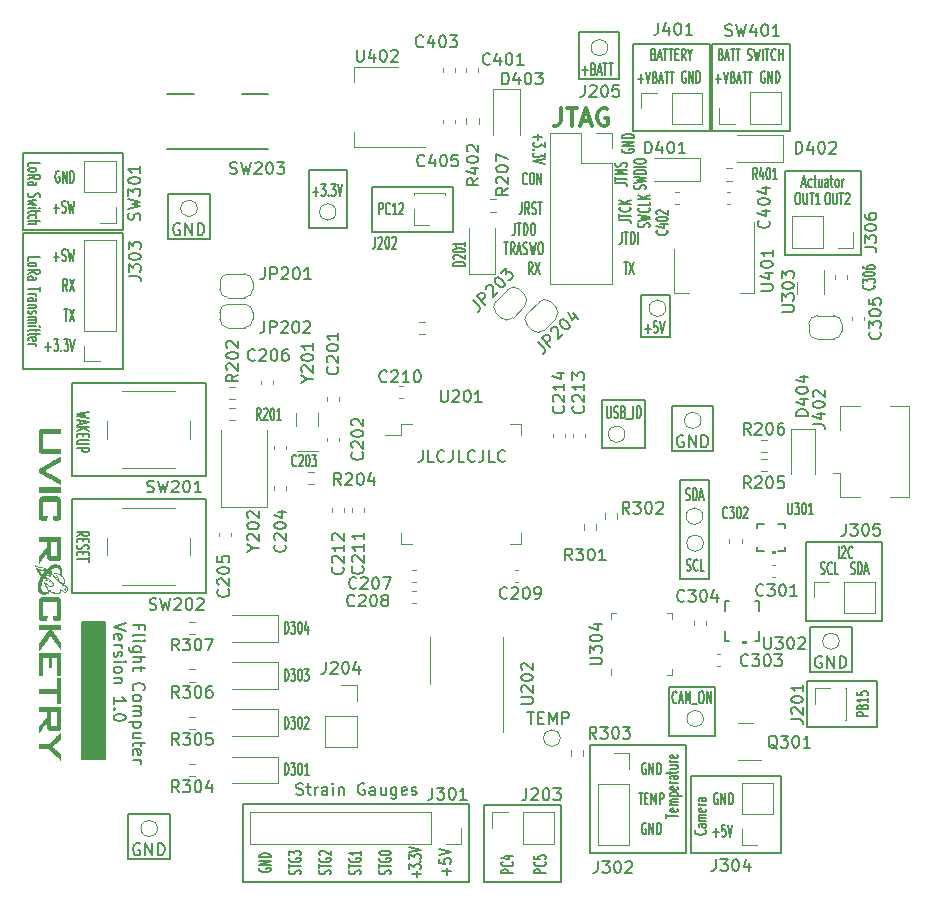
<source format=gbr>
%TF.GenerationSoftware,KiCad,Pcbnew,8.0.0-8.0.0-1~ubuntu22.04.1*%
%TF.CreationDate,2024-03-08T11:34:24-08:00*%
%TF.ProjectId,A1-FlightComputer,41312d46-6c69-4676-9874-436f6d707574,rev?*%
%TF.SameCoordinates,Original*%
%TF.FileFunction,Legend,Top*%
%TF.FilePolarity,Positive*%
%FSLAX46Y46*%
G04 Gerber Fmt 4.6, Leading zero omitted, Abs format (unit mm)*
G04 Created by KiCad (PCBNEW 8.0.0-8.0.0-1~ubuntu22.04.1) date 2024-03-08 11:34:24*
%MOMM*%
%LPD*%
G01*
G04 APERTURE LIST*
%ADD10C,0.150000*%
%ADD11C,0.200000*%
%ADD12C,0.300000*%
%ADD13C,0.120000*%
%ADD14C,0.152400*%
%ADD15C,0.000000*%
G04 APERTURE END LIST*
D10*
X181392857Y-46988438D02*
X181335715Y-46940819D01*
X181335715Y-46940819D02*
X181250000Y-46940819D01*
X181250000Y-46940819D02*
X181164286Y-46988438D01*
X181164286Y-46988438D02*
X181107143Y-47083676D01*
X181107143Y-47083676D02*
X181078572Y-47178914D01*
X181078572Y-47178914D02*
X181050000Y-47369390D01*
X181050000Y-47369390D02*
X181050000Y-47512247D01*
X181050000Y-47512247D02*
X181078572Y-47702723D01*
X181078572Y-47702723D02*
X181107143Y-47797961D01*
X181107143Y-47797961D02*
X181164286Y-47893200D01*
X181164286Y-47893200D02*
X181250000Y-47940819D01*
X181250000Y-47940819D02*
X181307143Y-47940819D01*
X181307143Y-47940819D02*
X181392857Y-47893200D01*
X181392857Y-47893200D02*
X181421429Y-47845580D01*
X181421429Y-47845580D02*
X181421429Y-47512247D01*
X181421429Y-47512247D02*
X181307143Y-47512247D01*
X181678572Y-47940819D02*
X181678572Y-46940819D01*
X181678572Y-46940819D02*
X182021429Y-47940819D01*
X182021429Y-47940819D02*
X182021429Y-46940819D01*
X182307143Y-47940819D02*
X182307143Y-46940819D01*
X182307143Y-46940819D02*
X182450000Y-46940819D01*
X182450000Y-46940819D02*
X182535714Y-46988438D01*
X182535714Y-46988438D02*
X182592857Y-47083676D01*
X182592857Y-47083676D02*
X182621428Y-47178914D01*
X182621428Y-47178914D02*
X182650000Y-47369390D01*
X182650000Y-47369390D02*
X182650000Y-47512247D01*
X182650000Y-47512247D02*
X182621428Y-47702723D01*
X182621428Y-47702723D02*
X182592857Y-47797961D01*
X182592857Y-47797961D02*
X182535714Y-47893200D01*
X182535714Y-47893200D02*
X182450000Y-47940819D01*
X182450000Y-47940819D02*
X182307143Y-47940819D01*
X177250000Y-47588866D02*
X177707143Y-47588866D01*
X177478571Y-47969819D02*
X177478571Y-47207914D01*
X177907142Y-46969819D02*
X178107142Y-47969819D01*
X178107142Y-47969819D02*
X178307142Y-46969819D01*
X178707143Y-47446009D02*
X178792857Y-47493628D01*
X178792857Y-47493628D02*
X178821428Y-47541247D01*
X178821428Y-47541247D02*
X178850000Y-47636485D01*
X178850000Y-47636485D02*
X178850000Y-47779342D01*
X178850000Y-47779342D02*
X178821428Y-47874580D01*
X178821428Y-47874580D02*
X178792857Y-47922200D01*
X178792857Y-47922200D02*
X178735714Y-47969819D01*
X178735714Y-47969819D02*
X178507143Y-47969819D01*
X178507143Y-47969819D02*
X178507143Y-46969819D01*
X178507143Y-46969819D02*
X178707143Y-46969819D01*
X178707143Y-46969819D02*
X178764286Y-47017438D01*
X178764286Y-47017438D02*
X178792857Y-47065057D01*
X178792857Y-47065057D02*
X178821428Y-47160295D01*
X178821428Y-47160295D02*
X178821428Y-47255533D01*
X178821428Y-47255533D02*
X178792857Y-47350771D01*
X178792857Y-47350771D02*
X178764286Y-47398390D01*
X178764286Y-47398390D02*
X178707143Y-47446009D01*
X178707143Y-47446009D02*
X178507143Y-47446009D01*
X179078571Y-47684104D02*
X179364286Y-47684104D01*
X179021428Y-47969819D02*
X179221428Y-46969819D01*
X179221428Y-46969819D02*
X179421428Y-47969819D01*
X179535714Y-46969819D02*
X179878572Y-46969819D01*
X179707143Y-47969819D02*
X179707143Y-46969819D01*
X179992857Y-46969819D02*
X180335715Y-46969819D01*
X180164286Y-47969819D02*
X180164286Y-46969819D01*
X173054819Y-110150000D02*
X173054819Y-109807143D01*
X174054819Y-109978571D02*
X173054819Y-109978571D01*
X174007200Y-109378571D02*
X174054819Y-109435714D01*
X174054819Y-109435714D02*
X174054819Y-109550000D01*
X174054819Y-109550000D02*
X174007200Y-109607142D01*
X174007200Y-109607142D02*
X173911961Y-109635714D01*
X173911961Y-109635714D02*
X173531009Y-109635714D01*
X173531009Y-109635714D02*
X173435771Y-109607142D01*
X173435771Y-109607142D02*
X173388152Y-109550000D01*
X173388152Y-109550000D02*
X173388152Y-109435714D01*
X173388152Y-109435714D02*
X173435771Y-109378571D01*
X173435771Y-109378571D02*
X173531009Y-109350000D01*
X173531009Y-109350000D02*
X173626247Y-109350000D01*
X173626247Y-109350000D02*
X173721485Y-109635714D01*
X174054819Y-109092856D02*
X173388152Y-109092856D01*
X173483390Y-109092856D02*
X173435771Y-109064285D01*
X173435771Y-109064285D02*
X173388152Y-109007142D01*
X173388152Y-109007142D02*
X173388152Y-108921428D01*
X173388152Y-108921428D02*
X173435771Y-108864285D01*
X173435771Y-108864285D02*
X173531009Y-108835714D01*
X173531009Y-108835714D02*
X174054819Y-108835714D01*
X173531009Y-108835714D02*
X173435771Y-108807142D01*
X173435771Y-108807142D02*
X173388152Y-108749999D01*
X173388152Y-108749999D02*
X173388152Y-108664285D01*
X173388152Y-108664285D02*
X173435771Y-108607142D01*
X173435771Y-108607142D02*
X173531009Y-108578571D01*
X173531009Y-108578571D02*
X174054819Y-108578571D01*
X173388152Y-108292856D02*
X174388152Y-108292856D01*
X173435771Y-108292856D02*
X173388152Y-108235714D01*
X173388152Y-108235714D02*
X173388152Y-108121428D01*
X173388152Y-108121428D02*
X173435771Y-108064285D01*
X173435771Y-108064285D02*
X173483390Y-108035714D01*
X173483390Y-108035714D02*
X173578628Y-108007142D01*
X173578628Y-108007142D02*
X173864342Y-108007142D01*
X173864342Y-108007142D02*
X173959580Y-108035714D01*
X173959580Y-108035714D02*
X174007200Y-108064285D01*
X174007200Y-108064285D02*
X174054819Y-108121428D01*
X174054819Y-108121428D02*
X174054819Y-108235714D01*
X174054819Y-108235714D02*
X174007200Y-108292856D01*
X174007200Y-107521428D02*
X174054819Y-107578571D01*
X174054819Y-107578571D02*
X174054819Y-107692857D01*
X174054819Y-107692857D02*
X174007200Y-107749999D01*
X174007200Y-107749999D02*
X173911961Y-107778571D01*
X173911961Y-107778571D02*
X173531009Y-107778571D01*
X173531009Y-107778571D02*
X173435771Y-107749999D01*
X173435771Y-107749999D02*
X173388152Y-107692857D01*
X173388152Y-107692857D02*
X173388152Y-107578571D01*
X173388152Y-107578571D02*
X173435771Y-107521428D01*
X173435771Y-107521428D02*
X173531009Y-107492857D01*
X173531009Y-107492857D02*
X173626247Y-107492857D01*
X173626247Y-107492857D02*
X173721485Y-107778571D01*
X174054819Y-107235713D02*
X173388152Y-107235713D01*
X173578628Y-107235713D02*
X173483390Y-107207142D01*
X173483390Y-107207142D02*
X173435771Y-107178571D01*
X173435771Y-107178571D02*
X173388152Y-107121428D01*
X173388152Y-107121428D02*
X173388152Y-107064285D01*
X174054819Y-106607142D02*
X173531009Y-106607142D01*
X173531009Y-106607142D02*
X173435771Y-106635713D01*
X173435771Y-106635713D02*
X173388152Y-106692856D01*
X173388152Y-106692856D02*
X173388152Y-106807142D01*
X173388152Y-106807142D02*
X173435771Y-106864284D01*
X174007200Y-106607142D02*
X174054819Y-106664284D01*
X174054819Y-106664284D02*
X174054819Y-106807142D01*
X174054819Y-106807142D02*
X174007200Y-106864284D01*
X174007200Y-106864284D02*
X173911961Y-106892856D01*
X173911961Y-106892856D02*
X173816723Y-106892856D01*
X173816723Y-106892856D02*
X173721485Y-106864284D01*
X173721485Y-106864284D02*
X173673866Y-106807142D01*
X173673866Y-106807142D02*
X173673866Y-106664284D01*
X173673866Y-106664284D02*
X173626247Y-106607142D01*
X173388152Y-106407142D02*
X173388152Y-106178570D01*
X173054819Y-106321427D02*
X173911961Y-106321427D01*
X173911961Y-106321427D02*
X174007200Y-106292856D01*
X174007200Y-106292856D02*
X174054819Y-106235713D01*
X174054819Y-106235713D02*
X174054819Y-106178570D01*
X173388152Y-105721428D02*
X174054819Y-105721428D01*
X173388152Y-105978570D02*
X173911961Y-105978570D01*
X173911961Y-105978570D02*
X174007200Y-105949999D01*
X174007200Y-105949999D02*
X174054819Y-105892856D01*
X174054819Y-105892856D02*
X174054819Y-105807142D01*
X174054819Y-105807142D02*
X174007200Y-105749999D01*
X174007200Y-105749999D02*
X173959580Y-105721428D01*
X174054819Y-105435713D02*
X173388152Y-105435713D01*
X173578628Y-105435713D02*
X173483390Y-105407142D01*
X173483390Y-105407142D02*
X173435771Y-105378571D01*
X173435771Y-105378571D02*
X173388152Y-105321428D01*
X173388152Y-105321428D02*
X173388152Y-105264285D01*
X174007200Y-104835713D02*
X174054819Y-104892856D01*
X174054819Y-104892856D02*
X174054819Y-105007142D01*
X174054819Y-105007142D02*
X174007200Y-105064284D01*
X174007200Y-105064284D02*
X173911961Y-105092856D01*
X173911961Y-105092856D02*
X173531009Y-105092856D01*
X173531009Y-105092856D02*
X173435771Y-105064284D01*
X173435771Y-105064284D02*
X173388152Y-105007142D01*
X173388152Y-105007142D02*
X173388152Y-104892856D01*
X173388152Y-104892856D02*
X173435771Y-104835713D01*
X173435771Y-104835713D02*
X173531009Y-104807142D01*
X173531009Y-104807142D02*
X173626247Y-104807142D01*
X173626247Y-104807142D02*
X173721485Y-105092856D01*
X176359580Y-111199999D02*
X176407200Y-111228571D01*
X176407200Y-111228571D02*
X176454819Y-111314285D01*
X176454819Y-111314285D02*
X176454819Y-111371428D01*
X176454819Y-111371428D02*
X176407200Y-111457142D01*
X176407200Y-111457142D02*
X176311961Y-111514285D01*
X176311961Y-111514285D02*
X176216723Y-111542856D01*
X176216723Y-111542856D02*
X176026247Y-111571428D01*
X176026247Y-111571428D02*
X175883390Y-111571428D01*
X175883390Y-111571428D02*
X175692914Y-111542856D01*
X175692914Y-111542856D02*
X175597676Y-111514285D01*
X175597676Y-111514285D02*
X175502438Y-111457142D01*
X175502438Y-111457142D02*
X175454819Y-111371428D01*
X175454819Y-111371428D02*
X175454819Y-111314285D01*
X175454819Y-111314285D02*
X175502438Y-111228571D01*
X175502438Y-111228571D02*
X175550057Y-111199999D01*
X176454819Y-110685714D02*
X175931009Y-110685714D01*
X175931009Y-110685714D02*
X175835771Y-110714285D01*
X175835771Y-110714285D02*
X175788152Y-110771428D01*
X175788152Y-110771428D02*
X175788152Y-110885714D01*
X175788152Y-110885714D02*
X175835771Y-110942856D01*
X176407200Y-110685714D02*
X176454819Y-110742856D01*
X176454819Y-110742856D02*
X176454819Y-110885714D01*
X176454819Y-110885714D02*
X176407200Y-110942856D01*
X176407200Y-110942856D02*
X176311961Y-110971428D01*
X176311961Y-110971428D02*
X176216723Y-110971428D01*
X176216723Y-110971428D02*
X176121485Y-110942856D01*
X176121485Y-110942856D02*
X176073866Y-110885714D01*
X176073866Y-110885714D02*
X176073866Y-110742856D01*
X176073866Y-110742856D02*
X176026247Y-110685714D01*
X176454819Y-110399999D02*
X175788152Y-110399999D01*
X175883390Y-110399999D02*
X175835771Y-110371428D01*
X175835771Y-110371428D02*
X175788152Y-110314285D01*
X175788152Y-110314285D02*
X175788152Y-110228571D01*
X175788152Y-110228571D02*
X175835771Y-110171428D01*
X175835771Y-110171428D02*
X175931009Y-110142857D01*
X175931009Y-110142857D02*
X176454819Y-110142857D01*
X175931009Y-110142857D02*
X175835771Y-110114285D01*
X175835771Y-110114285D02*
X175788152Y-110057142D01*
X175788152Y-110057142D02*
X175788152Y-109971428D01*
X175788152Y-109971428D02*
X175835771Y-109914285D01*
X175835771Y-109914285D02*
X175931009Y-109885714D01*
X175931009Y-109885714D02*
X176454819Y-109885714D01*
X176407200Y-109371428D02*
X176454819Y-109428571D01*
X176454819Y-109428571D02*
X176454819Y-109542857D01*
X176454819Y-109542857D02*
X176407200Y-109599999D01*
X176407200Y-109599999D02*
X176311961Y-109628571D01*
X176311961Y-109628571D02*
X175931009Y-109628571D01*
X175931009Y-109628571D02*
X175835771Y-109599999D01*
X175835771Y-109599999D02*
X175788152Y-109542857D01*
X175788152Y-109542857D02*
X175788152Y-109428571D01*
X175788152Y-109428571D02*
X175835771Y-109371428D01*
X175835771Y-109371428D02*
X175931009Y-109342857D01*
X175931009Y-109342857D02*
X176026247Y-109342857D01*
X176026247Y-109342857D02*
X176121485Y-109628571D01*
X176454819Y-109085713D02*
X175788152Y-109085713D01*
X175978628Y-109085713D02*
X175883390Y-109057142D01*
X175883390Y-109057142D02*
X175835771Y-109028571D01*
X175835771Y-109028571D02*
X175788152Y-108971428D01*
X175788152Y-108971428D02*
X175788152Y-108914285D01*
X176454819Y-108457142D02*
X175931009Y-108457142D01*
X175931009Y-108457142D02*
X175835771Y-108485713D01*
X175835771Y-108485713D02*
X175788152Y-108542856D01*
X175788152Y-108542856D02*
X175788152Y-108657142D01*
X175788152Y-108657142D02*
X175835771Y-108714284D01*
X176407200Y-108457142D02*
X176454819Y-108514284D01*
X176454819Y-108514284D02*
X176454819Y-108657142D01*
X176454819Y-108657142D02*
X176407200Y-108714284D01*
X176407200Y-108714284D02*
X176311961Y-108742856D01*
X176311961Y-108742856D02*
X176216723Y-108742856D01*
X176216723Y-108742856D02*
X176121485Y-108714284D01*
X176121485Y-108714284D02*
X176073866Y-108657142D01*
X176073866Y-108657142D02*
X176073866Y-108514284D01*
X176073866Y-108514284D02*
X176026247Y-108457142D01*
X184557142Y-56469104D02*
X184842857Y-56469104D01*
X184499999Y-56754819D02*
X184699999Y-55754819D01*
X184699999Y-55754819D02*
X184899999Y-56754819D01*
X185357143Y-56707200D02*
X185300000Y-56754819D01*
X185300000Y-56754819D02*
X185185714Y-56754819D01*
X185185714Y-56754819D02*
X185128571Y-56707200D01*
X185128571Y-56707200D02*
X185100000Y-56659580D01*
X185100000Y-56659580D02*
X185071428Y-56564342D01*
X185071428Y-56564342D02*
X185071428Y-56278628D01*
X185071428Y-56278628D02*
X185100000Y-56183390D01*
X185100000Y-56183390D02*
X185128571Y-56135771D01*
X185128571Y-56135771D02*
X185185714Y-56088152D01*
X185185714Y-56088152D02*
X185300000Y-56088152D01*
X185300000Y-56088152D02*
X185357143Y-56135771D01*
X185528571Y-56088152D02*
X185757143Y-56088152D01*
X185614286Y-55754819D02*
X185614286Y-56611961D01*
X185614286Y-56611961D02*
X185642857Y-56707200D01*
X185642857Y-56707200D02*
X185700000Y-56754819D01*
X185700000Y-56754819D02*
X185757143Y-56754819D01*
X186214286Y-56088152D02*
X186214286Y-56754819D01*
X185957143Y-56088152D02*
X185957143Y-56611961D01*
X185957143Y-56611961D02*
X185985714Y-56707200D01*
X185985714Y-56707200D02*
X186042857Y-56754819D01*
X186042857Y-56754819D02*
X186128571Y-56754819D01*
X186128571Y-56754819D02*
X186185714Y-56707200D01*
X186185714Y-56707200D02*
X186214286Y-56659580D01*
X186757143Y-56754819D02*
X186757143Y-56231009D01*
X186757143Y-56231009D02*
X186728571Y-56135771D01*
X186728571Y-56135771D02*
X186671428Y-56088152D01*
X186671428Y-56088152D02*
X186557143Y-56088152D01*
X186557143Y-56088152D02*
X186500000Y-56135771D01*
X186757143Y-56707200D02*
X186700000Y-56754819D01*
X186700000Y-56754819D02*
X186557143Y-56754819D01*
X186557143Y-56754819D02*
X186500000Y-56707200D01*
X186500000Y-56707200D02*
X186471428Y-56611961D01*
X186471428Y-56611961D02*
X186471428Y-56516723D01*
X186471428Y-56516723D02*
X186500000Y-56421485D01*
X186500000Y-56421485D02*
X186557143Y-56373866D01*
X186557143Y-56373866D02*
X186700000Y-56373866D01*
X186700000Y-56373866D02*
X186757143Y-56326247D01*
X186957142Y-56088152D02*
X187185714Y-56088152D01*
X187042857Y-55754819D02*
X187042857Y-56611961D01*
X187042857Y-56611961D02*
X187071428Y-56707200D01*
X187071428Y-56707200D02*
X187128571Y-56754819D01*
X187128571Y-56754819D02*
X187185714Y-56754819D01*
X187471428Y-56754819D02*
X187414285Y-56707200D01*
X187414285Y-56707200D02*
X187385714Y-56659580D01*
X187385714Y-56659580D02*
X187357142Y-56564342D01*
X187357142Y-56564342D02*
X187357142Y-56278628D01*
X187357142Y-56278628D02*
X187385714Y-56183390D01*
X187385714Y-56183390D02*
X187414285Y-56135771D01*
X187414285Y-56135771D02*
X187471428Y-56088152D01*
X187471428Y-56088152D02*
X187557142Y-56088152D01*
X187557142Y-56088152D02*
X187614285Y-56135771D01*
X187614285Y-56135771D02*
X187642857Y-56183390D01*
X187642857Y-56183390D02*
X187671428Y-56278628D01*
X187671428Y-56278628D02*
X187671428Y-56564342D01*
X187671428Y-56564342D02*
X187642857Y-56659580D01*
X187642857Y-56659580D02*
X187614285Y-56707200D01*
X187614285Y-56707200D02*
X187557142Y-56754819D01*
X187557142Y-56754819D02*
X187471428Y-56754819D01*
X187928571Y-56754819D02*
X187928571Y-56088152D01*
X187928571Y-56278628D02*
X187957142Y-56183390D01*
X187957142Y-56183390D02*
X187985714Y-56135771D01*
X187985714Y-56135771D02*
X188042856Y-56088152D01*
X188042856Y-56088152D02*
X188099999Y-56088152D01*
X184133085Y-57219819D02*
X184247371Y-57219819D01*
X184247371Y-57219819D02*
X184304514Y-57267438D01*
X184304514Y-57267438D02*
X184361657Y-57362676D01*
X184361657Y-57362676D02*
X184390228Y-57553152D01*
X184390228Y-57553152D02*
X184390228Y-57886485D01*
X184390228Y-57886485D02*
X184361657Y-58076961D01*
X184361657Y-58076961D02*
X184304514Y-58172200D01*
X184304514Y-58172200D02*
X184247371Y-58219819D01*
X184247371Y-58219819D02*
X184133085Y-58219819D01*
X184133085Y-58219819D02*
X184075943Y-58172200D01*
X184075943Y-58172200D02*
X184018800Y-58076961D01*
X184018800Y-58076961D02*
X183990228Y-57886485D01*
X183990228Y-57886485D02*
X183990228Y-57553152D01*
X183990228Y-57553152D02*
X184018800Y-57362676D01*
X184018800Y-57362676D02*
X184075943Y-57267438D01*
X184075943Y-57267438D02*
X184133085Y-57219819D01*
X184647371Y-57219819D02*
X184647371Y-58029342D01*
X184647371Y-58029342D02*
X184675942Y-58124580D01*
X184675942Y-58124580D02*
X184704514Y-58172200D01*
X184704514Y-58172200D02*
X184761656Y-58219819D01*
X184761656Y-58219819D02*
X184875942Y-58219819D01*
X184875942Y-58219819D02*
X184933085Y-58172200D01*
X184933085Y-58172200D02*
X184961656Y-58124580D01*
X184961656Y-58124580D02*
X184990228Y-58029342D01*
X184990228Y-58029342D02*
X184990228Y-57219819D01*
X185190227Y-57219819D02*
X185533085Y-57219819D01*
X185361656Y-58219819D02*
X185361656Y-57219819D01*
X186047370Y-58219819D02*
X185704513Y-58219819D01*
X185875942Y-58219819D02*
X185875942Y-57219819D01*
X185875942Y-57219819D02*
X185818799Y-57362676D01*
X185818799Y-57362676D02*
X185761656Y-57457914D01*
X185761656Y-57457914D02*
X185704513Y-57505533D01*
X183075000Y-55350000D02*
X189525000Y-55350000D01*
X189525000Y-62500000D01*
X183075000Y-62500000D01*
X183075000Y-55350000D01*
X186664285Y-57219819D02*
X186778571Y-57219819D01*
X186778571Y-57219819D02*
X186835714Y-57267438D01*
X186835714Y-57267438D02*
X186892857Y-57362676D01*
X186892857Y-57362676D02*
X186921428Y-57553152D01*
X186921428Y-57553152D02*
X186921428Y-57886485D01*
X186921428Y-57886485D02*
X186892857Y-58076961D01*
X186892857Y-58076961D02*
X186835714Y-58172200D01*
X186835714Y-58172200D02*
X186778571Y-58219819D01*
X186778571Y-58219819D02*
X186664285Y-58219819D01*
X186664285Y-58219819D02*
X186607143Y-58172200D01*
X186607143Y-58172200D02*
X186550000Y-58076961D01*
X186550000Y-58076961D02*
X186521428Y-57886485D01*
X186521428Y-57886485D02*
X186521428Y-57553152D01*
X186521428Y-57553152D02*
X186550000Y-57362676D01*
X186550000Y-57362676D02*
X186607143Y-57267438D01*
X186607143Y-57267438D02*
X186664285Y-57219819D01*
X187178571Y-57219819D02*
X187178571Y-58029342D01*
X187178571Y-58029342D02*
X187207142Y-58124580D01*
X187207142Y-58124580D02*
X187235714Y-58172200D01*
X187235714Y-58172200D02*
X187292856Y-58219819D01*
X187292856Y-58219819D02*
X187407142Y-58219819D01*
X187407142Y-58219819D02*
X187464285Y-58172200D01*
X187464285Y-58172200D02*
X187492856Y-58124580D01*
X187492856Y-58124580D02*
X187521428Y-58029342D01*
X187521428Y-58029342D02*
X187521428Y-57219819D01*
X187721427Y-57219819D02*
X188064285Y-57219819D01*
X187892856Y-58219819D02*
X187892856Y-57219819D01*
X188235713Y-57315057D02*
X188264285Y-57267438D01*
X188264285Y-57267438D02*
X188321428Y-57219819D01*
X188321428Y-57219819D02*
X188464285Y-57219819D01*
X188464285Y-57219819D02*
X188521428Y-57267438D01*
X188521428Y-57267438D02*
X188549999Y-57315057D01*
X188549999Y-57315057D02*
X188578570Y-57410295D01*
X188578570Y-57410295D02*
X188578570Y-57505533D01*
X188578570Y-57505533D02*
X188549999Y-57648390D01*
X188549999Y-57648390D02*
X188207142Y-58219819D01*
X188207142Y-58219819D02*
X188578570Y-58219819D01*
X165631600Y-43594000D02*
X169063200Y-43594000D01*
X169063200Y-47594000D01*
X165631600Y-47594000D01*
X165631600Y-43594000D01*
X165957143Y-46873866D02*
X166414286Y-46873866D01*
X166185714Y-47254819D02*
X166185714Y-46492914D01*
X166900000Y-46731009D02*
X166985714Y-46778628D01*
X166985714Y-46778628D02*
X167014285Y-46826247D01*
X167014285Y-46826247D02*
X167042857Y-46921485D01*
X167042857Y-46921485D02*
X167042857Y-47064342D01*
X167042857Y-47064342D02*
X167014285Y-47159580D01*
X167014285Y-47159580D02*
X166985714Y-47207200D01*
X166985714Y-47207200D02*
X166928571Y-47254819D01*
X166928571Y-47254819D02*
X166700000Y-47254819D01*
X166700000Y-47254819D02*
X166700000Y-46254819D01*
X166700000Y-46254819D02*
X166900000Y-46254819D01*
X166900000Y-46254819D02*
X166957143Y-46302438D01*
X166957143Y-46302438D02*
X166985714Y-46350057D01*
X166985714Y-46350057D02*
X167014285Y-46445295D01*
X167014285Y-46445295D02*
X167014285Y-46540533D01*
X167014285Y-46540533D02*
X166985714Y-46635771D01*
X166985714Y-46635771D02*
X166957143Y-46683390D01*
X166957143Y-46683390D02*
X166900000Y-46731009D01*
X166900000Y-46731009D02*
X166700000Y-46731009D01*
X167271428Y-46969104D02*
X167557143Y-46969104D01*
X167214285Y-47254819D02*
X167414285Y-46254819D01*
X167414285Y-46254819D02*
X167614285Y-47254819D01*
X167728571Y-46254819D02*
X168071429Y-46254819D01*
X167900000Y-47254819D02*
X167900000Y-46254819D01*
X168185714Y-46254819D02*
X168528572Y-46254819D01*
X168357143Y-47254819D02*
X168357143Y-46254819D01*
X170950000Y-65850000D02*
X173400000Y-65850000D01*
X173400000Y-69450000D01*
X170950000Y-69450000D01*
X170950000Y-65850000D01*
X171278571Y-68723866D02*
X171735714Y-68723866D01*
X171507142Y-69104819D02*
X171507142Y-68342914D01*
X172307142Y-68104819D02*
X172021428Y-68104819D01*
X172021428Y-68104819D02*
X171992856Y-68581009D01*
X171992856Y-68581009D02*
X172021428Y-68533390D01*
X172021428Y-68533390D02*
X172078571Y-68485771D01*
X172078571Y-68485771D02*
X172221428Y-68485771D01*
X172221428Y-68485771D02*
X172278571Y-68533390D01*
X172278571Y-68533390D02*
X172307142Y-68581009D01*
X172307142Y-68581009D02*
X172335713Y-68676247D01*
X172335713Y-68676247D02*
X172335713Y-68914342D01*
X172335713Y-68914342D02*
X172307142Y-69009580D01*
X172307142Y-69009580D02*
X172278571Y-69057200D01*
X172278571Y-69057200D02*
X172221428Y-69104819D01*
X172221428Y-69104819D02*
X172078571Y-69104819D01*
X172078571Y-69104819D02*
X172021428Y-69057200D01*
X172021428Y-69057200D02*
X171992856Y-69009580D01*
X172507142Y-68104819D02*
X172707142Y-69104819D01*
X172707142Y-69104819D02*
X172907142Y-68104819D01*
X161290476Y-101204819D02*
X161861904Y-101204819D01*
X161576190Y-102204819D02*
X161576190Y-101204819D01*
X162195238Y-101681009D02*
X162528571Y-101681009D01*
X162671428Y-102204819D02*
X162195238Y-102204819D01*
X162195238Y-102204819D02*
X162195238Y-101204819D01*
X162195238Y-101204819D02*
X162671428Y-101204819D01*
X163100000Y-102204819D02*
X163100000Y-101204819D01*
X163100000Y-101204819D02*
X163433333Y-101919104D01*
X163433333Y-101919104D02*
X163766666Y-101204819D01*
X163766666Y-101204819D02*
X163766666Y-102204819D01*
X164242857Y-102204819D02*
X164242857Y-101204819D01*
X164242857Y-101204819D02*
X164623809Y-101204819D01*
X164623809Y-101204819D02*
X164719047Y-101252438D01*
X164719047Y-101252438D02*
X164766666Y-101300057D01*
X164766666Y-101300057D02*
X164814285Y-101395295D01*
X164814285Y-101395295D02*
X164814285Y-101538152D01*
X164814285Y-101538152D02*
X164766666Y-101633390D01*
X164766666Y-101633390D02*
X164719047Y-101681009D01*
X164719047Y-101681009D02*
X164623809Y-101728628D01*
X164623809Y-101728628D02*
X164242857Y-101728628D01*
X173250000Y-99050000D02*
X177150000Y-99050000D01*
X177150000Y-103200000D01*
X173250000Y-103200000D01*
X173250000Y-99050000D01*
X173928572Y-100359580D02*
X173900000Y-100407200D01*
X173900000Y-100407200D02*
X173814286Y-100454819D01*
X173814286Y-100454819D02*
X173757143Y-100454819D01*
X173757143Y-100454819D02*
X173671429Y-100407200D01*
X173671429Y-100407200D02*
X173614286Y-100311961D01*
X173614286Y-100311961D02*
X173585715Y-100216723D01*
X173585715Y-100216723D02*
X173557143Y-100026247D01*
X173557143Y-100026247D02*
X173557143Y-99883390D01*
X173557143Y-99883390D02*
X173585715Y-99692914D01*
X173585715Y-99692914D02*
X173614286Y-99597676D01*
X173614286Y-99597676D02*
X173671429Y-99502438D01*
X173671429Y-99502438D02*
X173757143Y-99454819D01*
X173757143Y-99454819D02*
X173814286Y-99454819D01*
X173814286Y-99454819D02*
X173900000Y-99502438D01*
X173900000Y-99502438D02*
X173928572Y-99550057D01*
X174157143Y-100169104D02*
X174442858Y-100169104D01*
X174100000Y-100454819D02*
X174300000Y-99454819D01*
X174300000Y-99454819D02*
X174500000Y-100454819D01*
X174700001Y-100454819D02*
X174700001Y-99454819D01*
X174700001Y-99454819D02*
X174900001Y-100169104D01*
X174900001Y-100169104D02*
X175100001Y-99454819D01*
X175100001Y-99454819D02*
X175100001Y-100454819D01*
X175242858Y-100550057D02*
X175700000Y-100550057D01*
X175957143Y-99454819D02*
X176071429Y-99454819D01*
X176071429Y-99454819D02*
X176128572Y-99502438D01*
X176128572Y-99502438D02*
X176185715Y-99597676D01*
X176185715Y-99597676D02*
X176214286Y-99788152D01*
X176214286Y-99788152D02*
X176214286Y-100121485D01*
X176214286Y-100121485D02*
X176185715Y-100311961D01*
X176185715Y-100311961D02*
X176128572Y-100407200D01*
X176128572Y-100407200D02*
X176071429Y-100454819D01*
X176071429Y-100454819D02*
X175957143Y-100454819D01*
X175957143Y-100454819D02*
X175900001Y-100407200D01*
X175900001Y-100407200D02*
X175842858Y-100311961D01*
X175842858Y-100311961D02*
X175814286Y-100121485D01*
X175814286Y-100121485D02*
X175814286Y-99788152D01*
X175814286Y-99788152D02*
X175842858Y-99597676D01*
X175842858Y-99597676D02*
X175900001Y-99502438D01*
X175900001Y-99502438D02*
X175957143Y-99454819D01*
X176471429Y-100454819D02*
X176471429Y-99454819D01*
X176471429Y-99454819D02*
X176814286Y-100454819D01*
X176814286Y-100454819D02*
X176814286Y-99454819D01*
X174785714Y-89207200D02*
X174871429Y-89254819D01*
X174871429Y-89254819D02*
X175014286Y-89254819D01*
X175014286Y-89254819D02*
X175071429Y-89207200D01*
X175071429Y-89207200D02*
X175100000Y-89159580D01*
X175100000Y-89159580D02*
X175128571Y-89064342D01*
X175128571Y-89064342D02*
X175128571Y-88969104D01*
X175128571Y-88969104D02*
X175100000Y-88873866D01*
X175100000Y-88873866D02*
X175071429Y-88826247D01*
X175071429Y-88826247D02*
X175014286Y-88778628D01*
X175014286Y-88778628D02*
X174900000Y-88731009D01*
X174900000Y-88731009D02*
X174842857Y-88683390D01*
X174842857Y-88683390D02*
X174814286Y-88635771D01*
X174814286Y-88635771D02*
X174785714Y-88540533D01*
X174785714Y-88540533D02*
X174785714Y-88445295D01*
X174785714Y-88445295D02*
X174814286Y-88350057D01*
X174814286Y-88350057D02*
X174842857Y-88302438D01*
X174842857Y-88302438D02*
X174900000Y-88254819D01*
X174900000Y-88254819D02*
X175042857Y-88254819D01*
X175042857Y-88254819D02*
X175128571Y-88302438D01*
X175728572Y-89159580D02*
X175700000Y-89207200D01*
X175700000Y-89207200D02*
X175614286Y-89254819D01*
X175614286Y-89254819D02*
X175557143Y-89254819D01*
X175557143Y-89254819D02*
X175471429Y-89207200D01*
X175471429Y-89207200D02*
X175414286Y-89111961D01*
X175414286Y-89111961D02*
X175385715Y-89016723D01*
X175385715Y-89016723D02*
X175357143Y-88826247D01*
X175357143Y-88826247D02*
X175357143Y-88683390D01*
X175357143Y-88683390D02*
X175385715Y-88492914D01*
X175385715Y-88492914D02*
X175414286Y-88397676D01*
X175414286Y-88397676D02*
X175471429Y-88302438D01*
X175471429Y-88302438D02*
X175557143Y-88254819D01*
X175557143Y-88254819D02*
X175614286Y-88254819D01*
X175614286Y-88254819D02*
X175700000Y-88302438D01*
X175700000Y-88302438D02*
X175728572Y-88350057D01*
X176271429Y-89254819D02*
X175985715Y-89254819D01*
X175985715Y-89254819D02*
X175985715Y-88254819D01*
X174721428Y-83207200D02*
X174807143Y-83254819D01*
X174807143Y-83254819D02*
X174950000Y-83254819D01*
X174950000Y-83254819D02*
X175007143Y-83207200D01*
X175007143Y-83207200D02*
X175035714Y-83159580D01*
X175035714Y-83159580D02*
X175064285Y-83064342D01*
X175064285Y-83064342D02*
X175064285Y-82969104D01*
X175064285Y-82969104D02*
X175035714Y-82873866D01*
X175035714Y-82873866D02*
X175007143Y-82826247D01*
X175007143Y-82826247D02*
X174950000Y-82778628D01*
X174950000Y-82778628D02*
X174835714Y-82731009D01*
X174835714Y-82731009D02*
X174778571Y-82683390D01*
X174778571Y-82683390D02*
X174750000Y-82635771D01*
X174750000Y-82635771D02*
X174721428Y-82540533D01*
X174721428Y-82540533D02*
X174721428Y-82445295D01*
X174721428Y-82445295D02*
X174750000Y-82350057D01*
X174750000Y-82350057D02*
X174778571Y-82302438D01*
X174778571Y-82302438D02*
X174835714Y-82254819D01*
X174835714Y-82254819D02*
X174978571Y-82254819D01*
X174978571Y-82254819D02*
X175064285Y-82302438D01*
X175321429Y-83254819D02*
X175321429Y-82254819D01*
X175321429Y-82254819D02*
X175464286Y-82254819D01*
X175464286Y-82254819D02*
X175550000Y-82302438D01*
X175550000Y-82302438D02*
X175607143Y-82397676D01*
X175607143Y-82397676D02*
X175635714Y-82492914D01*
X175635714Y-82492914D02*
X175664286Y-82683390D01*
X175664286Y-82683390D02*
X175664286Y-82826247D01*
X175664286Y-82826247D02*
X175635714Y-83016723D01*
X175635714Y-83016723D02*
X175607143Y-83111961D01*
X175607143Y-83111961D02*
X175550000Y-83207200D01*
X175550000Y-83207200D02*
X175464286Y-83254819D01*
X175464286Y-83254819D02*
X175321429Y-83254819D01*
X175892857Y-82969104D02*
X176178572Y-82969104D01*
X175835714Y-83254819D02*
X176035714Y-82254819D01*
X176035714Y-82254819D02*
X176235714Y-83254819D01*
X174250000Y-81550000D02*
X176650000Y-81550000D01*
X176650000Y-89900000D01*
X174250000Y-89900000D01*
X174250000Y-81550000D01*
X167650000Y-74800000D02*
X171250000Y-74800000D01*
X171250000Y-78850000D01*
X167650000Y-78850000D01*
X167650000Y-74800000D01*
X168021429Y-75304819D02*
X168021429Y-76114342D01*
X168021429Y-76114342D02*
X168050000Y-76209580D01*
X168050000Y-76209580D02*
X168078572Y-76257200D01*
X168078572Y-76257200D02*
X168135714Y-76304819D01*
X168135714Y-76304819D02*
X168250000Y-76304819D01*
X168250000Y-76304819D02*
X168307143Y-76257200D01*
X168307143Y-76257200D02*
X168335714Y-76209580D01*
X168335714Y-76209580D02*
X168364286Y-76114342D01*
X168364286Y-76114342D02*
X168364286Y-75304819D01*
X168621428Y-76257200D02*
X168707143Y-76304819D01*
X168707143Y-76304819D02*
X168850000Y-76304819D01*
X168850000Y-76304819D02*
X168907143Y-76257200D01*
X168907143Y-76257200D02*
X168935714Y-76209580D01*
X168935714Y-76209580D02*
X168964285Y-76114342D01*
X168964285Y-76114342D02*
X168964285Y-76019104D01*
X168964285Y-76019104D02*
X168935714Y-75923866D01*
X168935714Y-75923866D02*
X168907143Y-75876247D01*
X168907143Y-75876247D02*
X168850000Y-75828628D01*
X168850000Y-75828628D02*
X168735714Y-75781009D01*
X168735714Y-75781009D02*
X168678571Y-75733390D01*
X168678571Y-75733390D02*
X168650000Y-75685771D01*
X168650000Y-75685771D02*
X168621428Y-75590533D01*
X168621428Y-75590533D02*
X168621428Y-75495295D01*
X168621428Y-75495295D02*
X168650000Y-75400057D01*
X168650000Y-75400057D02*
X168678571Y-75352438D01*
X168678571Y-75352438D02*
X168735714Y-75304819D01*
X168735714Y-75304819D02*
X168878571Y-75304819D01*
X168878571Y-75304819D02*
X168964285Y-75352438D01*
X169421429Y-75781009D02*
X169507143Y-75828628D01*
X169507143Y-75828628D02*
X169535714Y-75876247D01*
X169535714Y-75876247D02*
X169564286Y-75971485D01*
X169564286Y-75971485D02*
X169564286Y-76114342D01*
X169564286Y-76114342D02*
X169535714Y-76209580D01*
X169535714Y-76209580D02*
X169507143Y-76257200D01*
X169507143Y-76257200D02*
X169450000Y-76304819D01*
X169450000Y-76304819D02*
X169221429Y-76304819D01*
X169221429Y-76304819D02*
X169221429Y-75304819D01*
X169221429Y-75304819D02*
X169421429Y-75304819D01*
X169421429Y-75304819D02*
X169478572Y-75352438D01*
X169478572Y-75352438D02*
X169507143Y-75400057D01*
X169507143Y-75400057D02*
X169535714Y-75495295D01*
X169535714Y-75495295D02*
X169535714Y-75590533D01*
X169535714Y-75590533D02*
X169507143Y-75685771D01*
X169507143Y-75685771D02*
X169478572Y-75733390D01*
X169478572Y-75733390D02*
X169421429Y-75781009D01*
X169421429Y-75781009D02*
X169221429Y-75781009D01*
X169678572Y-76400057D02*
X170135714Y-76400057D01*
X170278572Y-76304819D02*
X170278572Y-75304819D01*
X170564286Y-76304819D02*
X170564286Y-75304819D01*
X170564286Y-75304819D02*
X170707143Y-75304819D01*
X170707143Y-75304819D02*
X170792857Y-75352438D01*
X170792857Y-75352438D02*
X170850000Y-75447676D01*
X170850000Y-75447676D02*
X170878571Y-75542914D01*
X170878571Y-75542914D02*
X170907143Y-75733390D01*
X170907143Y-75733390D02*
X170907143Y-75876247D01*
X170907143Y-75876247D02*
X170878571Y-76066723D01*
X170878571Y-76066723D02*
X170850000Y-76161961D01*
X170850000Y-76161961D02*
X170792857Y-76257200D01*
X170792857Y-76257200D02*
X170707143Y-76304819D01*
X170707143Y-76304819D02*
X170564286Y-76304819D01*
X142800000Y-55300000D02*
X146050000Y-55300000D01*
X146050000Y-60200000D01*
X142800000Y-60200000D01*
X142800000Y-55300000D01*
X143150000Y-57123866D02*
X143607143Y-57123866D01*
X143378571Y-57504819D02*
X143378571Y-56742914D01*
X143835714Y-56504819D02*
X144207142Y-56504819D01*
X144207142Y-56504819D02*
X144007142Y-56885771D01*
X144007142Y-56885771D02*
X144092857Y-56885771D01*
X144092857Y-56885771D02*
X144150000Y-56933390D01*
X144150000Y-56933390D02*
X144178571Y-56981009D01*
X144178571Y-56981009D02*
X144207142Y-57076247D01*
X144207142Y-57076247D02*
X144207142Y-57314342D01*
X144207142Y-57314342D02*
X144178571Y-57409580D01*
X144178571Y-57409580D02*
X144150000Y-57457200D01*
X144150000Y-57457200D02*
X144092857Y-57504819D01*
X144092857Y-57504819D02*
X143921428Y-57504819D01*
X143921428Y-57504819D02*
X143864285Y-57457200D01*
X143864285Y-57457200D02*
X143835714Y-57409580D01*
X144464286Y-57409580D02*
X144492857Y-57457200D01*
X144492857Y-57457200D02*
X144464286Y-57504819D01*
X144464286Y-57504819D02*
X144435714Y-57457200D01*
X144435714Y-57457200D02*
X144464286Y-57409580D01*
X144464286Y-57409580D02*
X144464286Y-57504819D01*
X144692857Y-56504819D02*
X145064285Y-56504819D01*
X145064285Y-56504819D02*
X144864285Y-56885771D01*
X144864285Y-56885771D02*
X144950000Y-56885771D01*
X144950000Y-56885771D02*
X145007143Y-56933390D01*
X145007143Y-56933390D02*
X145035714Y-56981009D01*
X145035714Y-56981009D02*
X145064285Y-57076247D01*
X145064285Y-57076247D02*
X145064285Y-57314342D01*
X145064285Y-57314342D02*
X145035714Y-57409580D01*
X145035714Y-57409580D02*
X145007143Y-57457200D01*
X145007143Y-57457200D02*
X144950000Y-57504819D01*
X144950000Y-57504819D02*
X144778571Y-57504819D01*
X144778571Y-57504819D02*
X144721428Y-57457200D01*
X144721428Y-57457200D02*
X144692857Y-57409580D01*
X145235714Y-56504819D02*
X145435714Y-57504819D01*
X145435714Y-57504819D02*
X145635714Y-56504819D01*
X123145180Y-86278571D02*
X123621371Y-86078571D01*
X123145180Y-85935714D02*
X124145180Y-85935714D01*
X124145180Y-85935714D02*
X124145180Y-86164285D01*
X124145180Y-86164285D02*
X124097561Y-86221428D01*
X124097561Y-86221428D02*
X124049942Y-86249999D01*
X124049942Y-86249999D02*
X123954704Y-86278571D01*
X123954704Y-86278571D02*
X123811847Y-86278571D01*
X123811847Y-86278571D02*
X123716609Y-86249999D01*
X123716609Y-86249999D02*
X123668990Y-86221428D01*
X123668990Y-86221428D02*
X123621371Y-86164285D01*
X123621371Y-86164285D02*
X123621371Y-85935714D01*
X123668990Y-86535714D02*
X123668990Y-86735714D01*
X123145180Y-86821428D02*
X123145180Y-86535714D01*
X123145180Y-86535714D02*
X124145180Y-86535714D01*
X124145180Y-86535714D02*
X124145180Y-86821428D01*
X123192800Y-87049999D02*
X123145180Y-87135714D01*
X123145180Y-87135714D02*
X123145180Y-87278571D01*
X123145180Y-87278571D02*
X123192800Y-87335714D01*
X123192800Y-87335714D02*
X123240419Y-87364285D01*
X123240419Y-87364285D02*
X123335657Y-87392856D01*
X123335657Y-87392856D02*
X123430895Y-87392856D01*
X123430895Y-87392856D02*
X123526133Y-87364285D01*
X123526133Y-87364285D02*
X123573752Y-87335714D01*
X123573752Y-87335714D02*
X123621371Y-87278571D01*
X123621371Y-87278571D02*
X123668990Y-87164285D01*
X123668990Y-87164285D02*
X123716609Y-87107142D01*
X123716609Y-87107142D02*
X123764228Y-87078571D01*
X123764228Y-87078571D02*
X123859466Y-87049999D01*
X123859466Y-87049999D02*
X123954704Y-87049999D01*
X123954704Y-87049999D02*
X124049942Y-87078571D01*
X124049942Y-87078571D02*
X124097561Y-87107142D01*
X124097561Y-87107142D02*
X124145180Y-87164285D01*
X124145180Y-87164285D02*
X124145180Y-87307142D01*
X124145180Y-87307142D02*
X124097561Y-87392856D01*
X123668990Y-87650000D02*
X123668990Y-87850000D01*
X123145180Y-87935714D02*
X123145180Y-87650000D01*
X123145180Y-87650000D02*
X124145180Y-87650000D01*
X124145180Y-87650000D02*
X124145180Y-87935714D01*
X124145180Y-88107142D02*
X124145180Y-88450000D01*
X123145180Y-88278571D02*
X124145180Y-88278571D01*
X122750000Y-83200000D02*
X134100000Y-83200000D01*
X134100000Y-91150000D01*
X122750000Y-91150000D01*
X122750000Y-83200000D01*
X124145180Y-75799998D02*
X123145180Y-75942855D01*
X123145180Y-75942855D02*
X123859466Y-76057141D01*
X123859466Y-76057141D02*
X123145180Y-76171426D01*
X123145180Y-76171426D02*
X124145180Y-76314284D01*
X123430895Y-76514283D02*
X123430895Y-76799998D01*
X123145180Y-76457140D02*
X124145180Y-76657140D01*
X124145180Y-76657140D02*
X123145180Y-76857140D01*
X123145180Y-77057141D02*
X124145180Y-77057141D01*
X123145180Y-77399998D02*
X123716609Y-77142855D01*
X124145180Y-77399998D02*
X123573752Y-77057141D01*
X123668990Y-77657141D02*
X123668990Y-77857141D01*
X123145180Y-77942855D02*
X123145180Y-77657141D01*
X123145180Y-77657141D02*
X124145180Y-77657141D01*
X124145180Y-77657141D02*
X124145180Y-77942855D01*
X124145180Y-78199998D02*
X123335657Y-78199998D01*
X123335657Y-78199998D02*
X123240419Y-78228569D01*
X123240419Y-78228569D02*
X123192800Y-78257141D01*
X123192800Y-78257141D02*
X123145180Y-78314283D01*
X123145180Y-78314283D02*
X123145180Y-78428569D01*
X123145180Y-78428569D02*
X123192800Y-78485712D01*
X123192800Y-78485712D02*
X123240419Y-78514283D01*
X123240419Y-78514283D02*
X123335657Y-78542855D01*
X123335657Y-78542855D02*
X124145180Y-78542855D01*
X123145180Y-78828569D02*
X124145180Y-78828569D01*
X124145180Y-78828569D02*
X124145180Y-79057140D01*
X124145180Y-79057140D02*
X124097561Y-79114283D01*
X124097561Y-79114283D02*
X124049942Y-79142854D01*
X124049942Y-79142854D02*
X123954704Y-79171426D01*
X123954704Y-79171426D02*
X123811847Y-79171426D01*
X123811847Y-79171426D02*
X123716609Y-79142854D01*
X123716609Y-79142854D02*
X123668990Y-79114283D01*
X123668990Y-79114283D02*
X123621371Y-79057140D01*
X123621371Y-79057140D02*
X123621371Y-78828569D01*
X122750000Y-73300000D02*
X134100000Y-73300000D01*
X134100000Y-81250000D01*
X122750000Y-81250000D01*
X122750000Y-73300000D01*
X119045180Y-54971429D02*
X119045180Y-54685715D01*
X119045180Y-54685715D02*
X120045180Y-54685715D01*
X119045180Y-55257143D02*
X119092800Y-55200000D01*
X119092800Y-55200000D02*
X119140419Y-55171429D01*
X119140419Y-55171429D02*
X119235657Y-55142857D01*
X119235657Y-55142857D02*
X119521371Y-55142857D01*
X119521371Y-55142857D02*
X119616609Y-55171429D01*
X119616609Y-55171429D02*
X119664228Y-55200000D01*
X119664228Y-55200000D02*
X119711847Y-55257143D01*
X119711847Y-55257143D02*
X119711847Y-55342857D01*
X119711847Y-55342857D02*
X119664228Y-55400000D01*
X119664228Y-55400000D02*
X119616609Y-55428572D01*
X119616609Y-55428572D02*
X119521371Y-55457143D01*
X119521371Y-55457143D02*
X119235657Y-55457143D01*
X119235657Y-55457143D02*
X119140419Y-55428572D01*
X119140419Y-55428572D02*
X119092800Y-55400000D01*
X119092800Y-55400000D02*
X119045180Y-55342857D01*
X119045180Y-55342857D02*
X119045180Y-55257143D01*
X119045180Y-56057143D02*
X119521371Y-55857143D01*
X119045180Y-55714286D02*
X120045180Y-55714286D01*
X120045180Y-55714286D02*
X120045180Y-55942857D01*
X120045180Y-55942857D02*
X119997561Y-56000000D01*
X119997561Y-56000000D02*
X119949942Y-56028571D01*
X119949942Y-56028571D02*
X119854704Y-56057143D01*
X119854704Y-56057143D02*
X119711847Y-56057143D01*
X119711847Y-56057143D02*
X119616609Y-56028571D01*
X119616609Y-56028571D02*
X119568990Y-56000000D01*
X119568990Y-56000000D02*
X119521371Y-55942857D01*
X119521371Y-55942857D02*
X119521371Y-55714286D01*
X119045180Y-56571429D02*
X119568990Y-56571429D01*
X119568990Y-56571429D02*
X119664228Y-56542857D01*
X119664228Y-56542857D02*
X119711847Y-56485714D01*
X119711847Y-56485714D02*
X119711847Y-56371429D01*
X119711847Y-56371429D02*
X119664228Y-56314286D01*
X119092800Y-56571429D02*
X119045180Y-56514286D01*
X119045180Y-56514286D02*
X119045180Y-56371429D01*
X119045180Y-56371429D02*
X119092800Y-56314286D01*
X119092800Y-56314286D02*
X119188038Y-56285714D01*
X119188038Y-56285714D02*
X119283276Y-56285714D01*
X119283276Y-56285714D02*
X119378514Y-56314286D01*
X119378514Y-56314286D02*
X119426133Y-56371429D01*
X119426133Y-56371429D02*
X119426133Y-56514286D01*
X119426133Y-56514286D02*
X119473752Y-56571429D01*
X119092800Y-57285714D02*
X119045180Y-57371429D01*
X119045180Y-57371429D02*
X119045180Y-57514286D01*
X119045180Y-57514286D02*
X119092800Y-57571429D01*
X119092800Y-57571429D02*
X119140419Y-57600000D01*
X119140419Y-57600000D02*
X119235657Y-57628571D01*
X119235657Y-57628571D02*
X119330895Y-57628571D01*
X119330895Y-57628571D02*
X119426133Y-57600000D01*
X119426133Y-57600000D02*
X119473752Y-57571429D01*
X119473752Y-57571429D02*
X119521371Y-57514286D01*
X119521371Y-57514286D02*
X119568990Y-57400000D01*
X119568990Y-57400000D02*
X119616609Y-57342857D01*
X119616609Y-57342857D02*
X119664228Y-57314286D01*
X119664228Y-57314286D02*
X119759466Y-57285714D01*
X119759466Y-57285714D02*
X119854704Y-57285714D01*
X119854704Y-57285714D02*
X119949942Y-57314286D01*
X119949942Y-57314286D02*
X119997561Y-57342857D01*
X119997561Y-57342857D02*
X120045180Y-57400000D01*
X120045180Y-57400000D02*
X120045180Y-57542857D01*
X120045180Y-57542857D02*
X119997561Y-57628571D01*
X119711847Y-57828572D02*
X119045180Y-57942858D01*
X119045180Y-57942858D02*
X119521371Y-58057143D01*
X119521371Y-58057143D02*
X119045180Y-58171429D01*
X119045180Y-58171429D02*
X119711847Y-58285715D01*
X119045180Y-58514286D02*
X119711847Y-58514286D01*
X120045180Y-58514286D02*
X119997561Y-58485714D01*
X119997561Y-58485714D02*
X119949942Y-58514286D01*
X119949942Y-58514286D02*
X119997561Y-58542857D01*
X119997561Y-58542857D02*
X120045180Y-58514286D01*
X120045180Y-58514286D02*
X119949942Y-58514286D01*
X119711847Y-58714285D02*
X119711847Y-58942857D01*
X120045180Y-58800000D02*
X119188038Y-58800000D01*
X119188038Y-58800000D02*
X119092800Y-58828571D01*
X119092800Y-58828571D02*
X119045180Y-58885714D01*
X119045180Y-58885714D02*
X119045180Y-58942857D01*
X119092800Y-59400000D02*
X119045180Y-59342857D01*
X119045180Y-59342857D02*
X119045180Y-59228571D01*
X119045180Y-59228571D02*
X119092800Y-59171428D01*
X119092800Y-59171428D02*
X119140419Y-59142857D01*
X119140419Y-59142857D02*
X119235657Y-59114285D01*
X119235657Y-59114285D02*
X119521371Y-59114285D01*
X119521371Y-59114285D02*
X119616609Y-59142857D01*
X119616609Y-59142857D02*
X119664228Y-59171428D01*
X119664228Y-59171428D02*
X119711847Y-59228571D01*
X119711847Y-59228571D02*
X119711847Y-59342857D01*
X119711847Y-59342857D02*
X119664228Y-59400000D01*
X119045180Y-59657143D02*
X120045180Y-59657143D01*
X119045180Y-59914286D02*
X119568990Y-59914286D01*
X119568990Y-59914286D02*
X119664228Y-59885714D01*
X119664228Y-59885714D02*
X119711847Y-59828571D01*
X119711847Y-59828571D02*
X119711847Y-59742857D01*
X119711847Y-59742857D02*
X119664228Y-59685714D01*
X119664228Y-59685714D02*
X119616609Y-59657143D01*
X119045180Y-62985712D02*
X119045180Y-62699998D01*
X119045180Y-62699998D02*
X120045180Y-62699998D01*
X119045180Y-63271426D02*
X119092800Y-63214283D01*
X119092800Y-63214283D02*
X119140419Y-63185712D01*
X119140419Y-63185712D02*
X119235657Y-63157140D01*
X119235657Y-63157140D02*
X119521371Y-63157140D01*
X119521371Y-63157140D02*
X119616609Y-63185712D01*
X119616609Y-63185712D02*
X119664228Y-63214283D01*
X119664228Y-63214283D02*
X119711847Y-63271426D01*
X119711847Y-63271426D02*
X119711847Y-63357140D01*
X119711847Y-63357140D02*
X119664228Y-63414283D01*
X119664228Y-63414283D02*
X119616609Y-63442855D01*
X119616609Y-63442855D02*
X119521371Y-63471426D01*
X119521371Y-63471426D02*
X119235657Y-63471426D01*
X119235657Y-63471426D02*
X119140419Y-63442855D01*
X119140419Y-63442855D02*
X119092800Y-63414283D01*
X119092800Y-63414283D02*
X119045180Y-63357140D01*
X119045180Y-63357140D02*
X119045180Y-63271426D01*
X119045180Y-64071426D02*
X119521371Y-63871426D01*
X119045180Y-63728569D02*
X120045180Y-63728569D01*
X120045180Y-63728569D02*
X120045180Y-63957140D01*
X120045180Y-63957140D02*
X119997561Y-64014283D01*
X119997561Y-64014283D02*
X119949942Y-64042854D01*
X119949942Y-64042854D02*
X119854704Y-64071426D01*
X119854704Y-64071426D02*
X119711847Y-64071426D01*
X119711847Y-64071426D02*
X119616609Y-64042854D01*
X119616609Y-64042854D02*
X119568990Y-64014283D01*
X119568990Y-64014283D02*
X119521371Y-63957140D01*
X119521371Y-63957140D02*
X119521371Y-63728569D01*
X119045180Y-64585712D02*
X119568990Y-64585712D01*
X119568990Y-64585712D02*
X119664228Y-64557140D01*
X119664228Y-64557140D02*
X119711847Y-64499997D01*
X119711847Y-64499997D02*
X119711847Y-64385712D01*
X119711847Y-64385712D02*
X119664228Y-64328569D01*
X119092800Y-64585712D02*
X119045180Y-64528569D01*
X119045180Y-64528569D02*
X119045180Y-64385712D01*
X119045180Y-64385712D02*
X119092800Y-64328569D01*
X119092800Y-64328569D02*
X119188038Y-64299997D01*
X119188038Y-64299997D02*
X119283276Y-64299997D01*
X119283276Y-64299997D02*
X119378514Y-64328569D01*
X119378514Y-64328569D02*
X119426133Y-64385712D01*
X119426133Y-64385712D02*
X119426133Y-64528569D01*
X119426133Y-64528569D02*
X119473752Y-64585712D01*
X120045180Y-65242854D02*
X120045180Y-65585712D01*
X119045180Y-65414283D02*
X120045180Y-65414283D01*
X119045180Y-65785712D02*
X119711847Y-65785712D01*
X119521371Y-65785712D02*
X119616609Y-65814283D01*
X119616609Y-65814283D02*
X119664228Y-65842855D01*
X119664228Y-65842855D02*
X119711847Y-65899997D01*
X119711847Y-65899997D02*
X119711847Y-65957140D01*
X119045180Y-66414284D02*
X119568990Y-66414284D01*
X119568990Y-66414284D02*
X119664228Y-66385712D01*
X119664228Y-66385712D02*
X119711847Y-66328569D01*
X119711847Y-66328569D02*
X119711847Y-66214284D01*
X119711847Y-66214284D02*
X119664228Y-66157141D01*
X119092800Y-66414284D02*
X119045180Y-66357141D01*
X119045180Y-66357141D02*
X119045180Y-66214284D01*
X119045180Y-66214284D02*
X119092800Y-66157141D01*
X119092800Y-66157141D02*
X119188038Y-66128569D01*
X119188038Y-66128569D02*
X119283276Y-66128569D01*
X119283276Y-66128569D02*
X119378514Y-66157141D01*
X119378514Y-66157141D02*
X119426133Y-66214284D01*
X119426133Y-66214284D02*
X119426133Y-66357141D01*
X119426133Y-66357141D02*
X119473752Y-66414284D01*
X119711847Y-66699998D02*
X119045180Y-66699998D01*
X119616609Y-66699998D02*
X119664228Y-66728569D01*
X119664228Y-66728569D02*
X119711847Y-66785712D01*
X119711847Y-66785712D02*
X119711847Y-66871426D01*
X119711847Y-66871426D02*
X119664228Y-66928569D01*
X119664228Y-66928569D02*
X119568990Y-66957141D01*
X119568990Y-66957141D02*
X119045180Y-66957141D01*
X119092800Y-67214283D02*
X119045180Y-67271426D01*
X119045180Y-67271426D02*
X119045180Y-67385712D01*
X119045180Y-67385712D02*
X119092800Y-67442855D01*
X119092800Y-67442855D02*
X119188038Y-67471426D01*
X119188038Y-67471426D02*
X119235657Y-67471426D01*
X119235657Y-67471426D02*
X119330895Y-67442855D01*
X119330895Y-67442855D02*
X119378514Y-67385712D01*
X119378514Y-67385712D02*
X119378514Y-67299998D01*
X119378514Y-67299998D02*
X119426133Y-67242855D01*
X119426133Y-67242855D02*
X119521371Y-67214283D01*
X119521371Y-67214283D02*
X119568990Y-67214283D01*
X119568990Y-67214283D02*
X119664228Y-67242855D01*
X119664228Y-67242855D02*
X119711847Y-67299998D01*
X119711847Y-67299998D02*
X119711847Y-67385712D01*
X119711847Y-67385712D02*
X119664228Y-67442855D01*
X119045180Y-67728569D02*
X119711847Y-67728569D01*
X119616609Y-67728569D02*
X119664228Y-67757140D01*
X119664228Y-67757140D02*
X119711847Y-67814283D01*
X119711847Y-67814283D02*
X119711847Y-67899997D01*
X119711847Y-67899997D02*
X119664228Y-67957140D01*
X119664228Y-67957140D02*
X119568990Y-67985712D01*
X119568990Y-67985712D02*
X119045180Y-67985712D01*
X119568990Y-67985712D02*
X119664228Y-68014283D01*
X119664228Y-68014283D02*
X119711847Y-68071426D01*
X119711847Y-68071426D02*
X119711847Y-68157140D01*
X119711847Y-68157140D02*
X119664228Y-68214283D01*
X119664228Y-68214283D02*
X119568990Y-68242854D01*
X119568990Y-68242854D02*
X119045180Y-68242854D01*
X119045180Y-68528569D02*
X119711847Y-68528569D01*
X120045180Y-68528569D02*
X119997561Y-68499997D01*
X119997561Y-68499997D02*
X119949942Y-68528569D01*
X119949942Y-68528569D02*
X119997561Y-68557140D01*
X119997561Y-68557140D02*
X120045180Y-68528569D01*
X120045180Y-68528569D02*
X119949942Y-68528569D01*
X119711847Y-68728568D02*
X119711847Y-68957140D01*
X120045180Y-68814283D02*
X119188038Y-68814283D01*
X119188038Y-68814283D02*
X119092800Y-68842854D01*
X119092800Y-68842854D02*
X119045180Y-68899997D01*
X119045180Y-68899997D02*
X119045180Y-68957140D01*
X119711847Y-69071425D02*
X119711847Y-69299997D01*
X120045180Y-69157140D02*
X119188038Y-69157140D01*
X119188038Y-69157140D02*
X119092800Y-69185711D01*
X119092800Y-69185711D02*
X119045180Y-69242854D01*
X119045180Y-69242854D02*
X119045180Y-69299997D01*
X119092800Y-69728568D02*
X119045180Y-69671425D01*
X119045180Y-69671425D02*
X119045180Y-69557140D01*
X119045180Y-69557140D02*
X119092800Y-69499997D01*
X119092800Y-69499997D02*
X119188038Y-69471425D01*
X119188038Y-69471425D02*
X119568990Y-69471425D01*
X119568990Y-69471425D02*
X119664228Y-69499997D01*
X119664228Y-69499997D02*
X119711847Y-69557140D01*
X119711847Y-69557140D02*
X119711847Y-69671425D01*
X119711847Y-69671425D02*
X119664228Y-69728568D01*
X119664228Y-69728568D02*
X119568990Y-69757140D01*
X119568990Y-69757140D02*
X119473752Y-69757140D01*
X119473752Y-69757140D02*
X119378514Y-69471425D01*
X119045180Y-70014283D02*
X119711847Y-70014283D01*
X119521371Y-70014283D02*
X119616609Y-70042854D01*
X119616609Y-70042854D02*
X119664228Y-70071426D01*
X119664228Y-70071426D02*
X119711847Y-70128568D01*
X119711847Y-70128568D02*
X119711847Y-70185711D01*
X120492857Y-70248866D02*
X120950000Y-70248866D01*
X120721428Y-70629819D02*
X120721428Y-69867914D01*
X121178571Y-69629819D02*
X121549999Y-69629819D01*
X121549999Y-69629819D02*
X121349999Y-70010771D01*
X121349999Y-70010771D02*
X121435714Y-70010771D01*
X121435714Y-70010771D02*
X121492857Y-70058390D01*
X121492857Y-70058390D02*
X121521428Y-70106009D01*
X121521428Y-70106009D02*
X121549999Y-70201247D01*
X121549999Y-70201247D02*
X121549999Y-70439342D01*
X121549999Y-70439342D02*
X121521428Y-70534580D01*
X121521428Y-70534580D02*
X121492857Y-70582200D01*
X121492857Y-70582200D02*
X121435714Y-70629819D01*
X121435714Y-70629819D02*
X121264285Y-70629819D01*
X121264285Y-70629819D02*
X121207142Y-70582200D01*
X121207142Y-70582200D02*
X121178571Y-70534580D01*
X121807143Y-70534580D02*
X121835714Y-70582200D01*
X121835714Y-70582200D02*
X121807143Y-70629819D01*
X121807143Y-70629819D02*
X121778571Y-70582200D01*
X121778571Y-70582200D02*
X121807143Y-70534580D01*
X121807143Y-70534580D02*
X121807143Y-70629819D01*
X122035714Y-69629819D02*
X122407142Y-69629819D01*
X122407142Y-69629819D02*
X122207142Y-70010771D01*
X122207142Y-70010771D02*
X122292857Y-70010771D01*
X122292857Y-70010771D02*
X122350000Y-70058390D01*
X122350000Y-70058390D02*
X122378571Y-70106009D01*
X122378571Y-70106009D02*
X122407142Y-70201247D01*
X122407142Y-70201247D02*
X122407142Y-70439342D01*
X122407142Y-70439342D02*
X122378571Y-70534580D01*
X122378571Y-70534580D02*
X122350000Y-70582200D01*
X122350000Y-70582200D02*
X122292857Y-70629819D01*
X122292857Y-70629819D02*
X122121428Y-70629819D01*
X122121428Y-70629819D02*
X122064285Y-70582200D01*
X122064285Y-70582200D02*
X122035714Y-70534580D01*
X122578571Y-69629819D02*
X122778571Y-70629819D01*
X122778571Y-70629819D02*
X122978571Y-69629819D01*
X122064285Y-67089819D02*
X122407143Y-67089819D01*
X122235714Y-68089819D02*
X122235714Y-67089819D01*
X122550000Y-67089819D02*
X122950000Y-68089819D01*
X122950000Y-67089819D02*
X122550000Y-68089819D01*
X122350000Y-65549819D02*
X122150000Y-65073628D01*
X122007143Y-65549819D02*
X122007143Y-64549819D01*
X122007143Y-64549819D02*
X122235714Y-64549819D01*
X122235714Y-64549819D02*
X122292857Y-64597438D01*
X122292857Y-64597438D02*
X122321428Y-64645057D01*
X122321428Y-64645057D02*
X122350000Y-64740295D01*
X122350000Y-64740295D02*
X122350000Y-64883152D01*
X122350000Y-64883152D02*
X122321428Y-64978390D01*
X122321428Y-64978390D02*
X122292857Y-65026009D01*
X122292857Y-65026009D02*
X122235714Y-65073628D01*
X122235714Y-65073628D02*
X122007143Y-65073628D01*
X122550000Y-64549819D02*
X122950000Y-65549819D01*
X122950000Y-64549819D02*
X122550000Y-65549819D01*
X121178572Y-62628866D02*
X121635715Y-62628866D01*
X121407143Y-63009819D02*
X121407143Y-62247914D01*
X121892857Y-62962200D02*
X121978572Y-63009819D01*
X121978572Y-63009819D02*
X122121429Y-63009819D01*
X122121429Y-63009819D02*
X122178572Y-62962200D01*
X122178572Y-62962200D02*
X122207143Y-62914580D01*
X122207143Y-62914580D02*
X122235714Y-62819342D01*
X122235714Y-62819342D02*
X122235714Y-62724104D01*
X122235714Y-62724104D02*
X122207143Y-62628866D01*
X122207143Y-62628866D02*
X122178572Y-62581247D01*
X122178572Y-62581247D02*
X122121429Y-62533628D01*
X122121429Y-62533628D02*
X122007143Y-62486009D01*
X122007143Y-62486009D02*
X121950000Y-62438390D01*
X121950000Y-62438390D02*
X121921429Y-62390771D01*
X121921429Y-62390771D02*
X121892857Y-62295533D01*
X121892857Y-62295533D02*
X121892857Y-62200295D01*
X121892857Y-62200295D02*
X121921429Y-62105057D01*
X121921429Y-62105057D02*
X121950000Y-62057438D01*
X121950000Y-62057438D02*
X122007143Y-62009819D01*
X122007143Y-62009819D02*
X122150000Y-62009819D01*
X122150000Y-62009819D02*
X122235714Y-62057438D01*
X122435715Y-62009819D02*
X122578572Y-63009819D01*
X122578572Y-63009819D02*
X122692858Y-62295533D01*
X122692858Y-62295533D02*
X122807143Y-63009819D01*
X122807143Y-63009819D02*
X122950001Y-62009819D01*
X121178572Y-58523866D02*
X121635715Y-58523866D01*
X121407143Y-58904819D02*
X121407143Y-58142914D01*
X121892857Y-58857200D02*
X121978572Y-58904819D01*
X121978572Y-58904819D02*
X122121429Y-58904819D01*
X122121429Y-58904819D02*
X122178572Y-58857200D01*
X122178572Y-58857200D02*
X122207143Y-58809580D01*
X122207143Y-58809580D02*
X122235714Y-58714342D01*
X122235714Y-58714342D02*
X122235714Y-58619104D01*
X122235714Y-58619104D02*
X122207143Y-58523866D01*
X122207143Y-58523866D02*
X122178572Y-58476247D01*
X122178572Y-58476247D02*
X122121429Y-58428628D01*
X122121429Y-58428628D02*
X122007143Y-58381009D01*
X122007143Y-58381009D02*
X121950000Y-58333390D01*
X121950000Y-58333390D02*
X121921429Y-58285771D01*
X121921429Y-58285771D02*
X121892857Y-58190533D01*
X121892857Y-58190533D02*
X121892857Y-58095295D01*
X121892857Y-58095295D02*
X121921429Y-58000057D01*
X121921429Y-58000057D02*
X121950000Y-57952438D01*
X121950000Y-57952438D02*
X122007143Y-57904819D01*
X122007143Y-57904819D02*
X122150000Y-57904819D01*
X122150000Y-57904819D02*
X122235714Y-57952438D01*
X122435715Y-57904819D02*
X122578572Y-58904819D01*
X122578572Y-58904819D02*
X122692858Y-58190533D01*
X122692858Y-58190533D02*
X122807143Y-58904819D01*
X122807143Y-58904819D02*
X122950001Y-57904819D01*
X121664286Y-55412438D02*
X121607144Y-55364819D01*
X121607144Y-55364819D02*
X121521429Y-55364819D01*
X121521429Y-55364819D02*
X121435715Y-55412438D01*
X121435715Y-55412438D02*
X121378572Y-55507676D01*
X121378572Y-55507676D02*
X121350001Y-55602914D01*
X121350001Y-55602914D02*
X121321429Y-55793390D01*
X121321429Y-55793390D02*
X121321429Y-55936247D01*
X121321429Y-55936247D02*
X121350001Y-56126723D01*
X121350001Y-56126723D02*
X121378572Y-56221961D01*
X121378572Y-56221961D02*
X121435715Y-56317200D01*
X121435715Y-56317200D02*
X121521429Y-56364819D01*
X121521429Y-56364819D02*
X121578572Y-56364819D01*
X121578572Y-56364819D02*
X121664286Y-56317200D01*
X121664286Y-56317200D02*
X121692858Y-56269580D01*
X121692858Y-56269580D02*
X121692858Y-55936247D01*
X121692858Y-55936247D02*
X121578572Y-55936247D01*
X121950001Y-56364819D02*
X121950001Y-55364819D01*
X121950001Y-55364819D02*
X122292858Y-56364819D01*
X122292858Y-56364819D02*
X122292858Y-55364819D01*
X122578572Y-56364819D02*
X122578572Y-55364819D01*
X122578572Y-55364819D02*
X122721429Y-55364819D01*
X122721429Y-55364819D02*
X122807143Y-55412438D01*
X122807143Y-55412438D02*
X122864286Y-55507676D01*
X122864286Y-55507676D02*
X122892857Y-55602914D01*
X122892857Y-55602914D02*
X122921429Y-55793390D01*
X122921429Y-55793390D02*
X122921429Y-55936247D01*
X122921429Y-55936247D02*
X122892857Y-56126723D01*
X122892857Y-56126723D02*
X122864286Y-56221961D01*
X122864286Y-56221961D02*
X122807143Y-56317200D01*
X122807143Y-56317200D02*
X122721429Y-56364819D01*
X122721429Y-56364819D02*
X122578572Y-56364819D01*
X118600000Y-60600000D02*
X127100000Y-60600000D01*
X127100000Y-72150000D01*
X118600000Y-72150000D01*
X118600000Y-60600000D01*
X118600000Y-53900000D02*
X127100000Y-53900000D01*
X127100000Y-60400000D01*
X118600000Y-60400000D01*
X118600000Y-53900000D01*
X148721428Y-59054819D02*
X148721428Y-58054819D01*
X148721428Y-58054819D02*
X148949999Y-58054819D01*
X148949999Y-58054819D02*
X149007142Y-58102438D01*
X149007142Y-58102438D02*
X149035713Y-58150057D01*
X149035713Y-58150057D02*
X149064285Y-58245295D01*
X149064285Y-58245295D02*
X149064285Y-58388152D01*
X149064285Y-58388152D02*
X149035713Y-58483390D01*
X149035713Y-58483390D02*
X149007142Y-58531009D01*
X149007142Y-58531009D02*
X148949999Y-58578628D01*
X148949999Y-58578628D02*
X148721428Y-58578628D01*
X149664285Y-58959580D02*
X149635713Y-59007200D01*
X149635713Y-59007200D02*
X149549999Y-59054819D01*
X149549999Y-59054819D02*
X149492856Y-59054819D01*
X149492856Y-59054819D02*
X149407142Y-59007200D01*
X149407142Y-59007200D02*
X149349999Y-58911961D01*
X149349999Y-58911961D02*
X149321428Y-58816723D01*
X149321428Y-58816723D02*
X149292856Y-58626247D01*
X149292856Y-58626247D02*
X149292856Y-58483390D01*
X149292856Y-58483390D02*
X149321428Y-58292914D01*
X149321428Y-58292914D02*
X149349999Y-58197676D01*
X149349999Y-58197676D02*
X149407142Y-58102438D01*
X149407142Y-58102438D02*
X149492856Y-58054819D01*
X149492856Y-58054819D02*
X149549999Y-58054819D01*
X149549999Y-58054819D02*
X149635713Y-58102438D01*
X149635713Y-58102438D02*
X149664285Y-58150057D01*
X150235713Y-59054819D02*
X149892856Y-59054819D01*
X150064285Y-59054819D02*
X150064285Y-58054819D01*
X150064285Y-58054819D02*
X150007142Y-58197676D01*
X150007142Y-58197676D02*
X149949999Y-58292914D01*
X149949999Y-58292914D02*
X149892856Y-58340533D01*
X150464285Y-58150057D02*
X150492857Y-58102438D01*
X150492857Y-58102438D02*
X150550000Y-58054819D01*
X150550000Y-58054819D02*
X150692857Y-58054819D01*
X150692857Y-58054819D02*
X150750000Y-58102438D01*
X150750000Y-58102438D02*
X150778571Y-58150057D01*
X150778571Y-58150057D02*
X150807142Y-58245295D01*
X150807142Y-58245295D02*
X150807142Y-58340533D01*
X150807142Y-58340533D02*
X150778571Y-58483390D01*
X150778571Y-58483390D02*
X150435714Y-59054819D01*
X150435714Y-59054819D02*
X150807142Y-59054819D01*
X148100000Y-56700000D02*
X155000000Y-56700000D01*
X155000000Y-60550000D01*
X148100000Y-60550000D01*
X148100000Y-56700000D01*
X162171133Y-52279998D02*
X162171133Y-52737141D01*
X161790180Y-52508569D02*
X162552085Y-52508569D01*
X162790180Y-52965712D02*
X162790180Y-53337140D01*
X162790180Y-53337140D02*
X162409228Y-53137140D01*
X162409228Y-53137140D02*
X162409228Y-53222855D01*
X162409228Y-53222855D02*
X162361609Y-53279998D01*
X162361609Y-53279998D02*
X162313990Y-53308569D01*
X162313990Y-53308569D02*
X162218752Y-53337140D01*
X162218752Y-53337140D02*
X161980657Y-53337140D01*
X161980657Y-53337140D02*
X161885419Y-53308569D01*
X161885419Y-53308569D02*
X161837800Y-53279998D01*
X161837800Y-53279998D02*
X161790180Y-53222855D01*
X161790180Y-53222855D02*
X161790180Y-53051426D01*
X161790180Y-53051426D02*
X161837800Y-52994283D01*
X161837800Y-52994283D02*
X161885419Y-52965712D01*
X161885419Y-53594284D02*
X161837800Y-53622855D01*
X161837800Y-53622855D02*
X161790180Y-53594284D01*
X161790180Y-53594284D02*
X161837800Y-53565712D01*
X161837800Y-53565712D02*
X161885419Y-53594284D01*
X161885419Y-53594284D02*
X161790180Y-53594284D01*
X162790180Y-53822855D02*
X162790180Y-54194283D01*
X162790180Y-54194283D02*
X162409228Y-53994283D01*
X162409228Y-53994283D02*
X162409228Y-54079998D01*
X162409228Y-54079998D02*
X162361609Y-54137141D01*
X162361609Y-54137141D02*
X162313990Y-54165712D01*
X162313990Y-54165712D02*
X162218752Y-54194283D01*
X162218752Y-54194283D02*
X161980657Y-54194283D01*
X161980657Y-54194283D02*
X161885419Y-54165712D01*
X161885419Y-54165712D02*
X161837800Y-54137141D01*
X161837800Y-54137141D02*
X161790180Y-54079998D01*
X161790180Y-54079998D02*
X161790180Y-53908569D01*
X161790180Y-53908569D02*
X161837800Y-53851426D01*
X161837800Y-53851426D02*
X161885419Y-53822855D01*
X162790180Y-54365712D02*
X161790180Y-54565712D01*
X161790180Y-54565712D02*
X162790180Y-54765712D01*
X161257143Y-56424580D02*
X161228571Y-56472200D01*
X161228571Y-56472200D02*
X161142857Y-56519819D01*
X161142857Y-56519819D02*
X161085714Y-56519819D01*
X161085714Y-56519819D02*
X161000000Y-56472200D01*
X161000000Y-56472200D02*
X160942857Y-56376961D01*
X160942857Y-56376961D02*
X160914286Y-56281723D01*
X160914286Y-56281723D02*
X160885714Y-56091247D01*
X160885714Y-56091247D02*
X160885714Y-55948390D01*
X160885714Y-55948390D02*
X160914286Y-55757914D01*
X160914286Y-55757914D02*
X160942857Y-55662676D01*
X160942857Y-55662676D02*
X161000000Y-55567438D01*
X161000000Y-55567438D02*
X161085714Y-55519819D01*
X161085714Y-55519819D02*
X161142857Y-55519819D01*
X161142857Y-55519819D02*
X161228571Y-55567438D01*
X161228571Y-55567438D02*
X161257143Y-55615057D01*
X161628571Y-55519819D02*
X161742857Y-55519819D01*
X161742857Y-55519819D02*
X161800000Y-55567438D01*
X161800000Y-55567438D02*
X161857143Y-55662676D01*
X161857143Y-55662676D02*
X161885714Y-55853152D01*
X161885714Y-55853152D02*
X161885714Y-56186485D01*
X161885714Y-56186485D02*
X161857143Y-56376961D01*
X161857143Y-56376961D02*
X161800000Y-56472200D01*
X161800000Y-56472200D02*
X161742857Y-56519819D01*
X161742857Y-56519819D02*
X161628571Y-56519819D01*
X161628571Y-56519819D02*
X161571429Y-56472200D01*
X161571429Y-56472200D02*
X161514286Y-56376961D01*
X161514286Y-56376961D02*
X161485714Y-56186485D01*
X161485714Y-56186485D02*
X161485714Y-55853152D01*
X161485714Y-55853152D02*
X161514286Y-55662676D01*
X161514286Y-55662676D02*
X161571429Y-55567438D01*
X161571429Y-55567438D02*
X161628571Y-55519819D01*
X162142857Y-56519819D02*
X162142857Y-55519819D01*
X162142857Y-55519819D02*
X162485714Y-56519819D01*
X162485714Y-56519819D02*
X162485714Y-55519819D01*
X160821428Y-58019817D02*
X160821428Y-58734102D01*
X160821428Y-58734102D02*
X160792857Y-58876959D01*
X160792857Y-58876959D02*
X160735714Y-58972198D01*
X160735714Y-58972198D02*
X160650000Y-59019817D01*
X160650000Y-59019817D02*
X160592857Y-59019817D01*
X161450000Y-59019817D02*
X161250000Y-58543626D01*
X161107143Y-59019817D02*
X161107143Y-58019817D01*
X161107143Y-58019817D02*
X161335714Y-58019817D01*
X161335714Y-58019817D02*
X161392857Y-58067436D01*
X161392857Y-58067436D02*
X161421428Y-58115055D01*
X161421428Y-58115055D02*
X161450000Y-58210293D01*
X161450000Y-58210293D02*
X161450000Y-58353150D01*
X161450000Y-58353150D02*
X161421428Y-58448388D01*
X161421428Y-58448388D02*
X161392857Y-58496007D01*
X161392857Y-58496007D02*
X161335714Y-58543626D01*
X161335714Y-58543626D02*
X161107143Y-58543626D01*
X161678571Y-58972198D02*
X161764286Y-59019817D01*
X161764286Y-59019817D02*
X161907143Y-59019817D01*
X161907143Y-59019817D02*
X161964286Y-58972198D01*
X161964286Y-58972198D02*
X161992857Y-58924578D01*
X161992857Y-58924578D02*
X162021428Y-58829340D01*
X162021428Y-58829340D02*
X162021428Y-58734102D01*
X162021428Y-58734102D02*
X161992857Y-58638864D01*
X161992857Y-58638864D02*
X161964286Y-58591245D01*
X161964286Y-58591245D02*
X161907143Y-58543626D01*
X161907143Y-58543626D02*
X161792857Y-58496007D01*
X161792857Y-58496007D02*
X161735714Y-58448388D01*
X161735714Y-58448388D02*
X161707143Y-58400769D01*
X161707143Y-58400769D02*
X161678571Y-58305531D01*
X161678571Y-58305531D02*
X161678571Y-58210293D01*
X161678571Y-58210293D02*
X161707143Y-58115055D01*
X161707143Y-58115055D02*
X161735714Y-58067436D01*
X161735714Y-58067436D02*
X161792857Y-58019817D01*
X161792857Y-58019817D02*
X161935714Y-58019817D01*
X161935714Y-58019817D02*
X162021428Y-58067436D01*
X162192857Y-58019817D02*
X162535715Y-58019817D01*
X162364286Y-59019817D02*
X162364286Y-58019817D01*
X160249579Y-59816597D02*
X160249579Y-60530882D01*
X160249579Y-60530882D02*
X160221008Y-60673739D01*
X160221008Y-60673739D02*
X160163865Y-60768978D01*
X160163865Y-60768978D02*
X160078151Y-60816597D01*
X160078151Y-60816597D02*
X160021008Y-60816597D01*
X160449579Y-59816597D02*
X160792437Y-59816597D01*
X160621008Y-60816597D02*
X160621008Y-59816597D01*
X160992437Y-60816597D02*
X160992437Y-59816597D01*
X160992437Y-59816597D02*
X161135294Y-59816597D01*
X161135294Y-59816597D02*
X161221008Y-59864216D01*
X161221008Y-59864216D02*
X161278151Y-59959454D01*
X161278151Y-59959454D02*
X161306722Y-60054692D01*
X161306722Y-60054692D02*
X161335294Y-60245168D01*
X161335294Y-60245168D02*
X161335294Y-60388025D01*
X161335294Y-60388025D02*
X161306722Y-60578501D01*
X161306722Y-60578501D02*
X161278151Y-60673739D01*
X161278151Y-60673739D02*
X161221008Y-60768978D01*
X161221008Y-60768978D02*
X161135294Y-60816597D01*
X161135294Y-60816597D02*
X160992437Y-60816597D01*
X161706722Y-59816597D02*
X161821008Y-59816597D01*
X161821008Y-59816597D02*
X161878151Y-59864216D01*
X161878151Y-59864216D02*
X161935294Y-59959454D01*
X161935294Y-59959454D02*
X161963865Y-60149930D01*
X161963865Y-60149930D02*
X161963865Y-60483263D01*
X161963865Y-60483263D02*
X161935294Y-60673739D01*
X161935294Y-60673739D02*
X161878151Y-60768978D01*
X161878151Y-60768978D02*
X161821008Y-60816597D01*
X161821008Y-60816597D02*
X161706722Y-60816597D01*
X161706722Y-60816597D02*
X161649580Y-60768978D01*
X161649580Y-60768978D02*
X161592437Y-60673739D01*
X161592437Y-60673739D02*
X161563865Y-60483263D01*
X161563865Y-60483263D02*
X161563865Y-60149930D01*
X161563865Y-60149930D02*
X161592437Y-59959454D01*
X161592437Y-59959454D02*
X161649580Y-59864216D01*
X161649580Y-59864216D02*
X161706722Y-59816597D01*
X159335293Y-61426541D02*
X159678151Y-61426541D01*
X159506722Y-62426541D02*
X159506722Y-61426541D01*
X160221008Y-62426541D02*
X160021008Y-61950350D01*
X159878151Y-62426541D02*
X159878151Y-61426541D01*
X159878151Y-61426541D02*
X160106722Y-61426541D01*
X160106722Y-61426541D02*
X160163865Y-61474160D01*
X160163865Y-61474160D02*
X160192436Y-61521779D01*
X160192436Y-61521779D02*
X160221008Y-61617017D01*
X160221008Y-61617017D02*
X160221008Y-61759874D01*
X160221008Y-61759874D02*
X160192436Y-61855112D01*
X160192436Y-61855112D02*
X160163865Y-61902731D01*
X160163865Y-61902731D02*
X160106722Y-61950350D01*
X160106722Y-61950350D02*
X159878151Y-61950350D01*
X160449579Y-62140826D02*
X160735294Y-62140826D01*
X160392436Y-62426541D02*
X160592436Y-61426541D01*
X160592436Y-61426541D02*
X160792436Y-62426541D01*
X160963865Y-62378922D02*
X161049580Y-62426541D01*
X161049580Y-62426541D02*
X161192437Y-62426541D01*
X161192437Y-62426541D02*
X161249580Y-62378922D01*
X161249580Y-62378922D02*
X161278151Y-62331302D01*
X161278151Y-62331302D02*
X161306722Y-62236064D01*
X161306722Y-62236064D02*
X161306722Y-62140826D01*
X161306722Y-62140826D02*
X161278151Y-62045588D01*
X161278151Y-62045588D02*
X161249580Y-61997969D01*
X161249580Y-61997969D02*
X161192437Y-61950350D01*
X161192437Y-61950350D02*
X161078151Y-61902731D01*
X161078151Y-61902731D02*
X161021008Y-61855112D01*
X161021008Y-61855112D02*
X160992437Y-61807493D01*
X160992437Y-61807493D02*
X160963865Y-61712255D01*
X160963865Y-61712255D02*
X160963865Y-61617017D01*
X160963865Y-61617017D02*
X160992437Y-61521779D01*
X160992437Y-61521779D02*
X161021008Y-61474160D01*
X161021008Y-61474160D02*
X161078151Y-61426541D01*
X161078151Y-61426541D02*
X161221008Y-61426541D01*
X161221008Y-61426541D02*
X161306722Y-61474160D01*
X161506723Y-61426541D02*
X161649580Y-62426541D01*
X161649580Y-62426541D02*
X161763866Y-61712255D01*
X161763866Y-61712255D02*
X161878151Y-62426541D01*
X161878151Y-62426541D02*
X162021009Y-61426541D01*
X162363865Y-61426541D02*
X162478151Y-61426541D01*
X162478151Y-61426541D02*
X162535294Y-61474160D01*
X162535294Y-61474160D02*
X162592437Y-61569398D01*
X162592437Y-61569398D02*
X162621008Y-61759874D01*
X162621008Y-61759874D02*
X162621008Y-62093207D01*
X162621008Y-62093207D02*
X162592437Y-62283683D01*
X162592437Y-62283683D02*
X162535294Y-62378922D01*
X162535294Y-62378922D02*
X162478151Y-62426541D01*
X162478151Y-62426541D02*
X162363865Y-62426541D01*
X162363865Y-62426541D02*
X162306723Y-62378922D01*
X162306723Y-62378922D02*
X162249580Y-62283683D01*
X162249580Y-62283683D02*
X162221008Y-62093207D01*
X162221008Y-62093207D02*
X162221008Y-61759874D01*
X162221008Y-61759874D02*
X162249580Y-61569398D01*
X162249580Y-61569398D02*
X162306723Y-61474160D01*
X162306723Y-61474160D02*
X162363865Y-61426541D01*
X161750000Y-64119819D02*
X161550000Y-63643628D01*
X161407143Y-64119819D02*
X161407143Y-63119819D01*
X161407143Y-63119819D02*
X161635714Y-63119819D01*
X161635714Y-63119819D02*
X161692857Y-63167438D01*
X161692857Y-63167438D02*
X161721428Y-63215057D01*
X161721428Y-63215057D02*
X161750000Y-63310295D01*
X161750000Y-63310295D02*
X161750000Y-63453152D01*
X161750000Y-63453152D02*
X161721428Y-63548390D01*
X161721428Y-63548390D02*
X161692857Y-63596009D01*
X161692857Y-63596009D02*
X161635714Y-63643628D01*
X161635714Y-63643628D02*
X161407143Y-63643628D01*
X161950000Y-63119819D02*
X162350000Y-64119819D01*
X162350000Y-63119819D02*
X161950000Y-64119819D01*
X169444606Y-63111569D02*
X169787464Y-63111569D01*
X169616035Y-64111569D02*
X169616035Y-63111569D01*
X169930321Y-63111569D02*
X170330321Y-64111569D01*
X170330321Y-63111569D02*
X169930321Y-64111569D01*
X169314285Y-60571569D02*
X169314285Y-61285854D01*
X169314285Y-61285854D02*
X169285714Y-61428711D01*
X169285714Y-61428711D02*
X169228571Y-61523950D01*
X169228571Y-61523950D02*
X169142857Y-61571569D01*
X169142857Y-61571569D02*
X169085714Y-61571569D01*
X169514285Y-60571569D02*
X169857143Y-60571569D01*
X169685714Y-61571569D02*
X169685714Y-60571569D01*
X170057143Y-61571569D02*
X170057143Y-60571569D01*
X170057143Y-60571569D02*
X170200000Y-60571569D01*
X170200000Y-60571569D02*
X170285714Y-60619188D01*
X170285714Y-60619188D02*
X170342857Y-60714426D01*
X170342857Y-60714426D02*
X170371428Y-60809664D01*
X170371428Y-60809664D02*
X170400000Y-61000140D01*
X170400000Y-61000140D02*
X170400000Y-61142997D01*
X170400000Y-61142997D02*
X170371428Y-61333473D01*
X170371428Y-61333473D02*
X170342857Y-61428711D01*
X170342857Y-61428711D02*
X170285714Y-61523950D01*
X170285714Y-61523950D02*
X170200000Y-61571569D01*
X170200000Y-61571569D02*
X170057143Y-61571569D01*
X170657143Y-61571569D02*
X170657143Y-60571569D01*
X169059875Y-59542857D02*
X169774160Y-59542857D01*
X169774160Y-59542857D02*
X169917017Y-59571428D01*
X169917017Y-59571428D02*
X170012256Y-59628571D01*
X170012256Y-59628571D02*
X170059875Y-59714285D01*
X170059875Y-59714285D02*
X170059875Y-59771428D01*
X169059875Y-59342857D02*
X169059875Y-59000000D01*
X170059875Y-59171428D02*
X169059875Y-59171428D01*
X169964636Y-58457142D02*
X170012256Y-58485714D01*
X170012256Y-58485714D02*
X170059875Y-58571428D01*
X170059875Y-58571428D02*
X170059875Y-58628571D01*
X170059875Y-58628571D02*
X170012256Y-58714285D01*
X170012256Y-58714285D02*
X169917017Y-58771428D01*
X169917017Y-58771428D02*
X169821779Y-58799999D01*
X169821779Y-58799999D02*
X169631303Y-58828571D01*
X169631303Y-58828571D02*
X169488446Y-58828571D01*
X169488446Y-58828571D02*
X169297970Y-58799999D01*
X169297970Y-58799999D02*
X169202732Y-58771428D01*
X169202732Y-58771428D02*
X169107494Y-58714285D01*
X169107494Y-58714285D02*
X169059875Y-58628571D01*
X169059875Y-58628571D02*
X169059875Y-58571428D01*
X169059875Y-58571428D02*
X169107494Y-58485714D01*
X169107494Y-58485714D02*
X169155113Y-58457142D01*
X170059875Y-58199999D02*
X169059875Y-58199999D01*
X170059875Y-57857142D02*
X169488446Y-58114285D01*
X169059875Y-57857142D02*
X169631303Y-58199999D01*
X171622200Y-60157142D02*
X171669819Y-60071428D01*
X171669819Y-60071428D02*
X171669819Y-59928570D01*
X171669819Y-59928570D02*
X171622200Y-59871428D01*
X171622200Y-59871428D02*
X171574580Y-59842856D01*
X171574580Y-59842856D02*
X171479342Y-59814285D01*
X171479342Y-59814285D02*
X171384104Y-59814285D01*
X171384104Y-59814285D02*
X171288866Y-59842856D01*
X171288866Y-59842856D02*
X171241247Y-59871428D01*
X171241247Y-59871428D02*
X171193628Y-59928570D01*
X171193628Y-59928570D02*
X171146009Y-60042856D01*
X171146009Y-60042856D02*
X171098390Y-60099999D01*
X171098390Y-60099999D02*
X171050771Y-60128570D01*
X171050771Y-60128570D02*
X170955533Y-60157142D01*
X170955533Y-60157142D02*
X170860295Y-60157142D01*
X170860295Y-60157142D02*
X170765057Y-60128570D01*
X170765057Y-60128570D02*
X170717438Y-60099999D01*
X170717438Y-60099999D02*
X170669819Y-60042856D01*
X170669819Y-60042856D02*
X170669819Y-59899999D01*
X170669819Y-59899999D02*
X170717438Y-59814285D01*
X170669819Y-59614284D02*
X171669819Y-59471427D01*
X171669819Y-59471427D02*
X170955533Y-59357141D01*
X170955533Y-59357141D02*
X171669819Y-59242856D01*
X171669819Y-59242856D02*
X170669819Y-59099999D01*
X171574580Y-58528570D02*
X171622200Y-58557142D01*
X171622200Y-58557142D02*
X171669819Y-58642856D01*
X171669819Y-58642856D02*
X171669819Y-58699999D01*
X171669819Y-58699999D02*
X171622200Y-58785713D01*
X171622200Y-58785713D02*
X171526961Y-58842856D01*
X171526961Y-58842856D02*
X171431723Y-58871427D01*
X171431723Y-58871427D02*
X171241247Y-58899999D01*
X171241247Y-58899999D02*
X171098390Y-58899999D01*
X171098390Y-58899999D02*
X170907914Y-58871427D01*
X170907914Y-58871427D02*
X170812676Y-58842856D01*
X170812676Y-58842856D02*
X170717438Y-58785713D01*
X170717438Y-58785713D02*
X170669819Y-58699999D01*
X170669819Y-58699999D02*
X170669819Y-58642856D01*
X170669819Y-58642856D02*
X170717438Y-58557142D01*
X170717438Y-58557142D02*
X170765057Y-58528570D01*
X171669819Y-57985713D02*
X171669819Y-58271427D01*
X171669819Y-58271427D02*
X170669819Y-58271427D01*
X171669819Y-57785713D02*
X170669819Y-57785713D01*
X171669819Y-57442856D02*
X171098390Y-57699999D01*
X170669819Y-57442856D02*
X171241247Y-57785713D01*
X168716597Y-56414706D02*
X169430882Y-56414706D01*
X169430882Y-56414706D02*
X169573739Y-56443277D01*
X169573739Y-56443277D02*
X169668978Y-56500420D01*
X169668978Y-56500420D02*
X169716597Y-56586134D01*
X169716597Y-56586134D02*
X169716597Y-56643277D01*
X168716597Y-56214706D02*
X168716597Y-55871849D01*
X169716597Y-56043277D02*
X168716597Y-56043277D01*
X169716597Y-55671848D02*
X168716597Y-55671848D01*
X168716597Y-55671848D02*
X169430882Y-55471848D01*
X169430882Y-55471848D02*
X168716597Y-55271848D01*
X168716597Y-55271848D02*
X169716597Y-55271848D01*
X169668978Y-55014706D02*
X169716597Y-54928992D01*
X169716597Y-54928992D02*
X169716597Y-54786134D01*
X169716597Y-54786134D02*
X169668978Y-54728992D01*
X169668978Y-54728992D02*
X169621358Y-54700420D01*
X169621358Y-54700420D02*
X169526120Y-54671849D01*
X169526120Y-54671849D02*
X169430882Y-54671849D01*
X169430882Y-54671849D02*
X169335644Y-54700420D01*
X169335644Y-54700420D02*
X169288025Y-54728992D01*
X169288025Y-54728992D02*
X169240406Y-54786134D01*
X169240406Y-54786134D02*
X169192787Y-54900420D01*
X169192787Y-54900420D02*
X169145168Y-54957563D01*
X169145168Y-54957563D02*
X169097549Y-54986134D01*
X169097549Y-54986134D02*
X169002311Y-55014706D01*
X169002311Y-55014706D02*
X168907073Y-55014706D01*
X168907073Y-55014706D02*
X168811835Y-54986134D01*
X168811835Y-54986134D02*
X168764216Y-54957563D01*
X168764216Y-54957563D02*
X168716597Y-54900420D01*
X168716597Y-54900420D02*
X168716597Y-54757563D01*
X168716597Y-54757563D02*
X168764216Y-54671849D01*
X171278922Y-56914706D02*
X171326541Y-56828992D01*
X171326541Y-56828992D02*
X171326541Y-56686134D01*
X171326541Y-56686134D02*
X171278922Y-56628992D01*
X171278922Y-56628992D02*
X171231302Y-56600420D01*
X171231302Y-56600420D02*
X171136064Y-56571849D01*
X171136064Y-56571849D02*
X171040826Y-56571849D01*
X171040826Y-56571849D02*
X170945588Y-56600420D01*
X170945588Y-56600420D02*
X170897969Y-56628992D01*
X170897969Y-56628992D02*
X170850350Y-56686134D01*
X170850350Y-56686134D02*
X170802731Y-56800420D01*
X170802731Y-56800420D02*
X170755112Y-56857563D01*
X170755112Y-56857563D02*
X170707493Y-56886134D01*
X170707493Y-56886134D02*
X170612255Y-56914706D01*
X170612255Y-56914706D02*
X170517017Y-56914706D01*
X170517017Y-56914706D02*
X170421779Y-56886134D01*
X170421779Y-56886134D02*
X170374160Y-56857563D01*
X170374160Y-56857563D02*
X170326541Y-56800420D01*
X170326541Y-56800420D02*
X170326541Y-56657563D01*
X170326541Y-56657563D02*
X170374160Y-56571849D01*
X170326541Y-56371848D02*
X171326541Y-56228991D01*
X171326541Y-56228991D02*
X170612255Y-56114705D01*
X170612255Y-56114705D02*
X171326541Y-56000420D01*
X171326541Y-56000420D02*
X170326541Y-55857563D01*
X171326541Y-55628991D02*
X170326541Y-55628991D01*
X170326541Y-55628991D02*
X170326541Y-55486134D01*
X170326541Y-55486134D02*
X170374160Y-55400420D01*
X170374160Y-55400420D02*
X170469398Y-55343277D01*
X170469398Y-55343277D02*
X170564636Y-55314706D01*
X170564636Y-55314706D02*
X170755112Y-55286134D01*
X170755112Y-55286134D02*
X170897969Y-55286134D01*
X170897969Y-55286134D02*
X171088445Y-55314706D01*
X171088445Y-55314706D02*
X171183683Y-55343277D01*
X171183683Y-55343277D02*
X171278922Y-55400420D01*
X171278922Y-55400420D02*
X171326541Y-55486134D01*
X171326541Y-55486134D02*
X171326541Y-55628991D01*
X171326541Y-55028991D02*
X170326541Y-55028991D01*
X170326541Y-54628992D02*
X170326541Y-54514706D01*
X170326541Y-54514706D02*
X170374160Y-54457563D01*
X170374160Y-54457563D02*
X170469398Y-54400420D01*
X170469398Y-54400420D02*
X170659874Y-54371849D01*
X170659874Y-54371849D02*
X170993207Y-54371849D01*
X170993207Y-54371849D02*
X171183683Y-54400420D01*
X171183683Y-54400420D02*
X171278922Y-54457563D01*
X171278922Y-54457563D02*
X171326541Y-54514706D01*
X171326541Y-54514706D02*
X171326541Y-54628992D01*
X171326541Y-54628992D02*
X171278922Y-54686135D01*
X171278922Y-54686135D02*
X171183683Y-54743277D01*
X171183683Y-54743277D02*
X170993207Y-54771849D01*
X170993207Y-54771849D02*
X170659874Y-54771849D01*
X170659874Y-54771849D02*
X170469398Y-54743277D01*
X170469398Y-54743277D02*
X170374160Y-54686135D01*
X170374160Y-54686135D02*
X170326541Y-54628992D01*
X169348473Y-53521708D02*
X169300854Y-53578851D01*
X169300854Y-53578851D02*
X169300854Y-53664565D01*
X169300854Y-53664565D02*
X169348473Y-53750279D01*
X169348473Y-53750279D02*
X169443711Y-53807422D01*
X169443711Y-53807422D02*
X169538949Y-53835993D01*
X169538949Y-53835993D02*
X169729425Y-53864565D01*
X169729425Y-53864565D02*
X169872282Y-53864565D01*
X169872282Y-53864565D02*
X170062758Y-53835993D01*
X170062758Y-53835993D02*
X170157996Y-53807422D01*
X170157996Y-53807422D02*
X170253235Y-53750279D01*
X170253235Y-53750279D02*
X170300854Y-53664565D01*
X170300854Y-53664565D02*
X170300854Y-53607422D01*
X170300854Y-53607422D02*
X170253235Y-53521708D01*
X170253235Y-53521708D02*
X170205615Y-53493136D01*
X170205615Y-53493136D02*
X169872282Y-53493136D01*
X169872282Y-53493136D02*
X169872282Y-53607422D01*
X170300854Y-53235993D02*
X169300854Y-53235993D01*
X169300854Y-53235993D02*
X170300854Y-52893136D01*
X170300854Y-52893136D02*
X169300854Y-52893136D01*
X170300854Y-52607422D02*
X169300854Y-52607422D01*
X169300854Y-52607422D02*
X169300854Y-52464565D01*
X169300854Y-52464565D02*
X169348473Y-52378851D01*
X169348473Y-52378851D02*
X169443711Y-52321708D01*
X169443711Y-52321708D02*
X169538949Y-52293137D01*
X169538949Y-52293137D02*
X169729425Y-52264565D01*
X169729425Y-52264565D02*
X169872282Y-52264565D01*
X169872282Y-52264565D02*
X170062758Y-52293137D01*
X170062758Y-52293137D02*
X170157996Y-52321708D01*
X170157996Y-52321708D02*
X170253235Y-52378851D01*
X170253235Y-52378851D02*
X170300854Y-52464565D01*
X170300854Y-52464565D02*
X170300854Y-52607422D01*
X170275000Y-44650000D02*
X176725000Y-44650000D01*
X176725000Y-52000000D01*
X170275000Y-52000000D01*
X170275000Y-44650000D01*
X170650000Y-47588866D02*
X171107143Y-47588866D01*
X170878571Y-47969819D02*
X170878571Y-47207914D01*
X171307142Y-46969819D02*
X171507142Y-47969819D01*
X171507142Y-47969819D02*
X171707142Y-46969819D01*
X172107143Y-47446009D02*
X172192857Y-47493628D01*
X172192857Y-47493628D02*
X172221428Y-47541247D01*
X172221428Y-47541247D02*
X172250000Y-47636485D01*
X172250000Y-47636485D02*
X172250000Y-47779342D01*
X172250000Y-47779342D02*
X172221428Y-47874580D01*
X172221428Y-47874580D02*
X172192857Y-47922200D01*
X172192857Y-47922200D02*
X172135714Y-47969819D01*
X172135714Y-47969819D02*
X171907143Y-47969819D01*
X171907143Y-47969819D02*
X171907143Y-46969819D01*
X171907143Y-46969819D02*
X172107143Y-46969819D01*
X172107143Y-46969819D02*
X172164286Y-47017438D01*
X172164286Y-47017438D02*
X172192857Y-47065057D01*
X172192857Y-47065057D02*
X172221428Y-47160295D01*
X172221428Y-47160295D02*
X172221428Y-47255533D01*
X172221428Y-47255533D02*
X172192857Y-47350771D01*
X172192857Y-47350771D02*
X172164286Y-47398390D01*
X172164286Y-47398390D02*
X172107143Y-47446009D01*
X172107143Y-47446009D02*
X171907143Y-47446009D01*
X172478571Y-47684104D02*
X172764286Y-47684104D01*
X172421428Y-47969819D02*
X172621428Y-46969819D01*
X172621428Y-46969819D02*
X172821428Y-47969819D01*
X172935714Y-46969819D02*
X173278572Y-46969819D01*
X173107143Y-47969819D02*
X173107143Y-46969819D01*
X173392857Y-46969819D02*
X173735715Y-46969819D01*
X173564286Y-47969819D02*
X173564286Y-46969819D01*
X174692857Y-46988438D02*
X174635715Y-46940819D01*
X174635715Y-46940819D02*
X174550000Y-46940819D01*
X174550000Y-46940819D02*
X174464286Y-46988438D01*
X174464286Y-46988438D02*
X174407143Y-47083676D01*
X174407143Y-47083676D02*
X174378572Y-47178914D01*
X174378572Y-47178914D02*
X174350000Y-47369390D01*
X174350000Y-47369390D02*
X174350000Y-47512247D01*
X174350000Y-47512247D02*
X174378572Y-47702723D01*
X174378572Y-47702723D02*
X174407143Y-47797961D01*
X174407143Y-47797961D02*
X174464286Y-47893200D01*
X174464286Y-47893200D02*
X174550000Y-47940819D01*
X174550000Y-47940819D02*
X174607143Y-47940819D01*
X174607143Y-47940819D02*
X174692857Y-47893200D01*
X174692857Y-47893200D02*
X174721429Y-47845580D01*
X174721429Y-47845580D02*
X174721429Y-47512247D01*
X174721429Y-47512247D02*
X174607143Y-47512247D01*
X174978572Y-47940819D02*
X174978572Y-46940819D01*
X174978572Y-46940819D02*
X175321429Y-47940819D01*
X175321429Y-47940819D02*
X175321429Y-46940819D01*
X175607143Y-47940819D02*
X175607143Y-46940819D01*
X175607143Y-46940819D02*
X175750000Y-46940819D01*
X175750000Y-46940819D02*
X175835714Y-46988438D01*
X175835714Y-46988438D02*
X175892857Y-47083676D01*
X175892857Y-47083676D02*
X175921428Y-47178914D01*
X175921428Y-47178914D02*
X175950000Y-47369390D01*
X175950000Y-47369390D02*
X175950000Y-47512247D01*
X175950000Y-47512247D02*
X175921428Y-47702723D01*
X175921428Y-47702723D02*
X175892857Y-47797961D01*
X175892857Y-47797961D02*
X175835714Y-47893200D01*
X175835714Y-47893200D02*
X175750000Y-47940819D01*
X175750000Y-47940819D02*
X175607143Y-47940819D01*
X171991541Y-45496009D02*
X172077255Y-45543628D01*
X172077255Y-45543628D02*
X172105826Y-45591247D01*
X172105826Y-45591247D02*
X172134398Y-45686485D01*
X172134398Y-45686485D02*
X172134398Y-45829342D01*
X172134398Y-45829342D02*
X172105826Y-45924580D01*
X172105826Y-45924580D02*
X172077255Y-45972200D01*
X172077255Y-45972200D02*
X172020112Y-46019819D01*
X172020112Y-46019819D02*
X171791541Y-46019819D01*
X171791541Y-46019819D02*
X171791541Y-45019819D01*
X171791541Y-45019819D02*
X171991541Y-45019819D01*
X171991541Y-45019819D02*
X172048684Y-45067438D01*
X172048684Y-45067438D02*
X172077255Y-45115057D01*
X172077255Y-45115057D02*
X172105826Y-45210295D01*
X172105826Y-45210295D02*
X172105826Y-45305533D01*
X172105826Y-45305533D02*
X172077255Y-45400771D01*
X172077255Y-45400771D02*
X172048684Y-45448390D01*
X172048684Y-45448390D02*
X171991541Y-45496009D01*
X171991541Y-45496009D02*
X171791541Y-45496009D01*
X172362969Y-45734104D02*
X172648684Y-45734104D01*
X172305826Y-46019819D02*
X172505826Y-45019819D01*
X172505826Y-45019819D02*
X172705826Y-46019819D01*
X172820112Y-45019819D02*
X173162970Y-45019819D01*
X172991541Y-46019819D02*
X172991541Y-45019819D01*
X173277255Y-45019819D02*
X173620113Y-45019819D01*
X173448684Y-46019819D02*
X173448684Y-45019819D01*
X173820113Y-45496009D02*
X174020113Y-45496009D01*
X174105827Y-46019819D02*
X173820113Y-46019819D01*
X173820113Y-46019819D02*
X173820113Y-45019819D01*
X173820113Y-45019819D02*
X174105827Y-45019819D01*
X174705827Y-46019819D02*
X174505827Y-45543628D01*
X174362970Y-46019819D02*
X174362970Y-45019819D01*
X174362970Y-45019819D02*
X174591541Y-45019819D01*
X174591541Y-45019819D02*
X174648684Y-45067438D01*
X174648684Y-45067438D02*
X174677255Y-45115057D01*
X174677255Y-45115057D02*
X174705827Y-45210295D01*
X174705827Y-45210295D02*
X174705827Y-45353152D01*
X174705827Y-45353152D02*
X174677255Y-45448390D01*
X174677255Y-45448390D02*
X174648684Y-45496009D01*
X174648684Y-45496009D02*
X174591541Y-45543628D01*
X174591541Y-45543628D02*
X174362970Y-45543628D01*
X175077255Y-45543628D02*
X175077255Y-46019819D01*
X174877255Y-45019819D02*
X175077255Y-45543628D01*
X175077255Y-45543628D02*
X175277255Y-45019819D01*
X176925000Y-44650000D02*
X183490800Y-44650000D01*
X183490800Y-52000000D01*
X176925000Y-52000000D01*
X176925000Y-44650000D01*
X177691541Y-45496009D02*
X177777255Y-45543628D01*
X177777255Y-45543628D02*
X177805826Y-45591247D01*
X177805826Y-45591247D02*
X177834398Y-45686485D01*
X177834398Y-45686485D02*
X177834398Y-45829342D01*
X177834398Y-45829342D02*
X177805826Y-45924580D01*
X177805826Y-45924580D02*
X177777255Y-45972200D01*
X177777255Y-45972200D02*
X177720112Y-46019819D01*
X177720112Y-46019819D02*
X177491541Y-46019819D01*
X177491541Y-46019819D02*
X177491541Y-45019819D01*
X177491541Y-45019819D02*
X177691541Y-45019819D01*
X177691541Y-45019819D02*
X177748684Y-45067438D01*
X177748684Y-45067438D02*
X177777255Y-45115057D01*
X177777255Y-45115057D02*
X177805826Y-45210295D01*
X177805826Y-45210295D02*
X177805826Y-45305533D01*
X177805826Y-45305533D02*
X177777255Y-45400771D01*
X177777255Y-45400771D02*
X177748684Y-45448390D01*
X177748684Y-45448390D02*
X177691541Y-45496009D01*
X177691541Y-45496009D02*
X177491541Y-45496009D01*
X178062969Y-45734104D02*
X178348684Y-45734104D01*
X178005826Y-46019819D02*
X178205826Y-45019819D01*
X178205826Y-45019819D02*
X178405826Y-46019819D01*
X178520112Y-45019819D02*
X178862970Y-45019819D01*
X178691541Y-46019819D02*
X178691541Y-45019819D01*
X178977255Y-45019819D02*
X179320113Y-45019819D01*
X179148684Y-46019819D02*
X179148684Y-45019819D01*
X179948684Y-45972200D02*
X180034399Y-46019819D01*
X180034399Y-46019819D02*
X180177256Y-46019819D01*
X180177256Y-46019819D02*
X180234399Y-45972200D01*
X180234399Y-45972200D02*
X180262970Y-45924580D01*
X180262970Y-45924580D02*
X180291541Y-45829342D01*
X180291541Y-45829342D02*
X180291541Y-45734104D01*
X180291541Y-45734104D02*
X180262970Y-45638866D01*
X180262970Y-45638866D02*
X180234399Y-45591247D01*
X180234399Y-45591247D02*
X180177256Y-45543628D01*
X180177256Y-45543628D02*
X180062970Y-45496009D01*
X180062970Y-45496009D02*
X180005827Y-45448390D01*
X180005827Y-45448390D02*
X179977256Y-45400771D01*
X179977256Y-45400771D02*
X179948684Y-45305533D01*
X179948684Y-45305533D02*
X179948684Y-45210295D01*
X179948684Y-45210295D02*
X179977256Y-45115057D01*
X179977256Y-45115057D02*
X180005827Y-45067438D01*
X180005827Y-45067438D02*
X180062970Y-45019819D01*
X180062970Y-45019819D02*
X180205827Y-45019819D01*
X180205827Y-45019819D02*
X180291541Y-45067438D01*
X180491542Y-45019819D02*
X180634399Y-46019819D01*
X180634399Y-46019819D02*
X180748685Y-45305533D01*
X180748685Y-45305533D02*
X180862970Y-46019819D01*
X180862970Y-46019819D02*
X181005828Y-45019819D01*
X181234399Y-46019819D02*
X181234399Y-45019819D01*
X181434398Y-45019819D02*
X181777256Y-45019819D01*
X181605827Y-46019819D02*
X181605827Y-45019819D01*
X182320113Y-45924580D02*
X182291541Y-45972200D01*
X182291541Y-45972200D02*
X182205827Y-46019819D01*
X182205827Y-46019819D02*
X182148684Y-46019819D01*
X182148684Y-46019819D02*
X182062970Y-45972200D01*
X182062970Y-45972200D02*
X182005827Y-45876961D01*
X182005827Y-45876961D02*
X181977256Y-45781723D01*
X181977256Y-45781723D02*
X181948684Y-45591247D01*
X181948684Y-45591247D02*
X181948684Y-45448390D01*
X181948684Y-45448390D02*
X181977256Y-45257914D01*
X181977256Y-45257914D02*
X182005827Y-45162676D01*
X182005827Y-45162676D02*
X182062970Y-45067438D01*
X182062970Y-45067438D02*
X182148684Y-45019819D01*
X182148684Y-45019819D02*
X182205827Y-45019819D01*
X182205827Y-45019819D02*
X182291541Y-45067438D01*
X182291541Y-45067438D02*
X182320113Y-45115057D01*
X182577256Y-46019819D02*
X182577256Y-45019819D01*
X182577256Y-45496009D02*
X182920113Y-45496009D01*
X182920113Y-46019819D02*
X182920113Y-45019819D01*
X187641541Y-88169819D02*
X187641541Y-87169819D01*
X187898683Y-87265057D02*
X187927255Y-87217438D01*
X187927255Y-87217438D02*
X187984398Y-87169819D01*
X187984398Y-87169819D02*
X188127255Y-87169819D01*
X188127255Y-87169819D02*
X188184398Y-87217438D01*
X188184398Y-87217438D02*
X188212969Y-87265057D01*
X188212969Y-87265057D02*
X188241540Y-87360295D01*
X188241540Y-87360295D02*
X188241540Y-87455533D01*
X188241540Y-87455533D02*
X188212969Y-87598390D01*
X188212969Y-87598390D02*
X187870112Y-88169819D01*
X187870112Y-88169819D02*
X188241540Y-88169819D01*
X188841541Y-88074580D02*
X188812969Y-88122200D01*
X188812969Y-88122200D02*
X188727255Y-88169819D01*
X188727255Y-88169819D02*
X188670112Y-88169819D01*
X188670112Y-88169819D02*
X188584398Y-88122200D01*
X188584398Y-88122200D02*
X188527255Y-88026961D01*
X188527255Y-88026961D02*
X188498684Y-87931723D01*
X188498684Y-87931723D02*
X188470112Y-87741247D01*
X188470112Y-87741247D02*
X188470112Y-87598390D01*
X188470112Y-87598390D02*
X188498684Y-87407914D01*
X188498684Y-87407914D02*
X188527255Y-87312676D01*
X188527255Y-87312676D02*
X188584398Y-87217438D01*
X188584398Y-87217438D02*
X188670112Y-87169819D01*
X188670112Y-87169819D02*
X188727255Y-87169819D01*
X188727255Y-87169819D02*
X188812969Y-87217438D01*
X188812969Y-87217438D02*
X188841541Y-87265057D01*
X188686428Y-89472200D02*
X188772143Y-89519819D01*
X188772143Y-89519819D02*
X188915000Y-89519819D01*
X188915000Y-89519819D02*
X188972143Y-89472200D01*
X188972143Y-89472200D02*
X189000714Y-89424580D01*
X189000714Y-89424580D02*
X189029285Y-89329342D01*
X189029285Y-89329342D02*
X189029285Y-89234104D01*
X189029285Y-89234104D02*
X189000714Y-89138866D01*
X189000714Y-89138866D02*
X188972143Y-89091247D01*
X188972143Y-89091247D02*
X188915000Y-89043628D01*
X188915000Y-89043628D02*
X188800714Y-88996009D01*
X188800714Y-88996009D02*
X188743571Y-88948390D01*
X188743571Y-88948390D02*
X188715000Y-88900771D01*
X188715000Y-88900771D02*
X188686428Y-88805533D01*
X188686428Y-88805533D02*
X188686428Y-88710295D01*
X188686428Y-88710295D02*
X188715000Y-88615057D01*
X188715000Y-88615057D02*
X188743571Y-88567438D01*
X188743571Y-88567438D02*
X188800714Y-88519819D01*
X188800714Y-88519819D02*
X188943571Y-88519819D01*
X188943571Y-88519819D02*
X189029285Y-88567438D01*
X189286429Y-89519819D02*
X189286429Y-88519819D01*
X189286429Y-88519819D02*
X189429286Y-88519819D01*
X189429286Y-88519819D02*
X189515000Y-88567438D01*
X189515000Y-88567438D02*
X189572143Y-88662676D01*
X189572143Y-88662676D02*
X189600714Y-88757914D01*
X189600714Y-88757914D02*
X189629286Y-88948390D01*
X189629286Y-88948390D02*
X189629286Y-89091247D01*
X189629286Y-89091247D02*
X189600714Y-89281723D01*
X189600714Y-89281723D02*
X189572143Y-89376961D01*
X189572143Y-89376961D02*
X189515000Y-89472200D01*
X189515000Y-89472200D02*
X189429286Y-89519819D01*
X189429286Y-89519819D02*
X189286429Y-89519819D01*
X189857857Y-89234104D02*
X190143572Y-89234104D01*
X189800714Y-89519819D02*
X190000714Y-88519819D01*
X190000714Y-88519819D02*
X190200714Y-89519819D01*
X186135714Y-89472200D02*
X186221429Y-89519819D01*
X186221429Y-89519819D02*
X186364286Y-89519819D01*
X186364286Y-89519819D02*
X186421429Y-89472200D01*
X186421429Y-89472200D02*
X186450000Y-89424580D01*
X186450000Y-89424580D02*
X186478571Y-89329342D01*
X186478571Y-89329342D02*
X186478571Y-89234104D01*
X186478571Y-89234104D02*
X186450000Y-89138866D01*
X186450000Y-89138866D02*
X186421429Y-89091247D01*
X186421429Y-89091247D02*
X186364286Y-89043628D01*
X186364286Y-89043628D02*
X186250000Y-88996009D01*
X186250000Y-88996009D02*
X186192857Y-88948390D01*
X186192857Y-88948390D02*
X186164286Y-88900771D01*
X186164286Y-88900771D02*
X186135714Y-88805533D01*
X186135714Y-88805533D02*
X186135714Y-88710295D01*
X186135714Y-88710295D02*
X186164286Y-88615057D01*
X186164286Y-88615057D02*
X186192857Y-88567438D01*
X186192857Y-88567438D02*
X186250000Y-88519819D01*
X186250000Y-88519819D02*
X186392857Y-88519819D01*
X186392857Y-88519819D02*
X186478571Y-88567438D01*
X187078572Y-89424580D02*
X187050000Y-89472200D01*
X187050000Y-89472200D02*
X186964286Y-89519819D01*
X186964286Y-89519819D02*
X186907143Y-89519819D01*
X186907143Y-89519819D02*
X186821429Y-89472200D01*
X186821429Y-89472200D02*
X186764286Y-89376961D01*
X186764286Y-89376961D02*
X186735715Y-89281723D01*
X186735715Y-89281723D02*
X186707143Y-89091247D01*
X186707143Y-89091247D02*
X186707143Y-88948390D01*
X186707143Y-88948390D02*
X186735715Y-88757914D01*
X186735715Y-88757914D02*
X186764286Y-88662676D01*
X186764286Y-88662676D02*
X186821429Y-88567438D01*
X186821429Y-88567438D02*
X186907143Y-88519819D01*
X186907143Y-88519819D02*
X186964286Y-88519819D01*
X186964286Y-88519819D02*
X187050000Y-88567438D01*
X187050000Y-88567438D02*
X187078572Y-88615057D01*
X187621429Y-89519819D02*
X187335715Y-89519819D01*
X187335715Y-89519819D02*
X187335715Y-88519819D01*
X184900000Y-86800000D02*
X191350000Y-86800000D01*
X191350000Y-93450000D01*
X184900000Y-93450000D01*
X184900000Y-86800000D01*
X190169819Y-101528571D02*
X189169819Y-101528571D01*
X189169819Y-101528571D02*
X189169819Y-101300000D01*
X189169819Y-101300000D02*
X189217438Y-101242857D01*
X189217438Y-101242857D02*
X189265057Y-101214286D01*
X189265057Y-101214286D02*
X189360295Y-101185714D01*
X189360295Y-101185714D02*
X189503152Y-101185714D01*
X189503152Y-101185714D02*
X189598390Y-101214286D01*
X189598390Y-101214286D02*
X189646009Y-101242857D01*
X189646009Y-101242857D02*
X189693628Y-101300000D01*
X189693628Y-101300000D02*
X189693628Y-101528571D01*
X189646009Y-100728571D02*
X189693628Y-100642857D01*
X189693628Y-100642857D02*
X189741247Y-100614286D01*
X189741247Y-100614286D02*
X189836485Y-100585714D01*
X189836485Y-100585714D02*
X189979342Y-100585714D01*
X189979342Y-100585714D02*
X190074580Y-100614286D01*
X190074580Y-100614286D02*
X190122200Y-100642857D01*
X190122200Y-100642857D02*
X190169819Y-100700000D01*
X190169819Y-100700000D02*
X190169819Y-100928571D01*
X190169819Y-100928571D02*
X189169819Y-100928571D01*
X189169819Y-100928571D02*
X189169819Y-100728571D01*
X189169819Y-100728571D02*
X189217438Y-100671429D01*
X189217438Y-100671429D02*
X189265057Y-100642857D01*
X189265057Y-100642857D02*
X189360295Y-100614286D01*
X189360295Y-100614286D02*
X189455533Y-100614286D01*
X189455533Y-100614286D02*
X189550771Y-100642857D01*
X189550771Y-100642857D02*
X189598390Y-100671429D01*
X189598390Y-100671429D02*
X189646009Y-100728571D01*
X189646009Y-100728571D02*
X189646009Y-100928571D01*
X190169819Y-100014286D02*
X190169819Y-100357143D01*
X190169819Y-100185714D02*
X189169819Y-100185714D01*
X189169819Y-100185714D02*
X189312676Y-100242857D01*
X189312676Y-100242857D02*
X189407914Y-100300000D01*
X189407914Y-100300000D02*
X189455533Y-100357143D01*
X189169819Y-99471428D02*
X189169819Y-99757142D01*
X189169819Y-99757142D02*
X189646009Y-99785714D01*
X189646009Y-99785714D02*
X189598390Y-99757142D01*
X189598390Y-99757142D02*
X189550771Y-99700000D01*
X189550771Y-99700000D02*
X189550771Y-99557142D01*
X189550771Y-99557142D02*
X189598390Y-99500000D01*
X189598390Y-99500000D02*
X189646009Y-99471428D01*
X189646009Y-99471428D02*
X189741247Y-99442857D01*
X189741247Y-99442857D02*
X189979342Y-99442857D01*
X189979342Y-99442857D02*
X190074580Y-99471428D01*
X190074580Y-99471428D02*
X190122200Y-99500000D01*
X190122200Y-99500000D02*
X190169819Y-99557142D01*
X190169819Y-99557142D02*
X190169819Y-99700000D01*
X190169819Y-99700000D02*
X190122200Y-99757142D01*
X190122200Y-99757142D02*
X190074580Y-99785714D01*
X184950000Y-98550000D02*
X190900000Y-98550000D01*
X190900000Y-102500000D01*
X184950000Y-102500000D01*
X184950000Y-98550000D01*
X177442857Y-108062438D02*
X177385715Y-108014819D01*
X177385715Y-108014819D02*
X177300000Y-108014819D01*
X177300000Y-108014819D02*
X177214286Y-108062438D01*
X177214286Y-108062438D02*
X177157143Y-108157676D01*
X177157143Y-108157676D02*
X177128572Y-108252914D01*
X177128572Y-108252914D02*
X177100000Y-108443390D01*
X177100000Y-108443390D02*
X177100000Y-108586247D01*
X177100000Y-108586247D02*
X177128572Y-108776723D01*
X177128572Y-108776723D02*
X177157143Y-108871961D01*
X177157143Y-108871961D02*
X177214286Y-108967200D01*
X177214286Y-108967200D02*
X177300000Y-109014819D01*
X177300000Y-109014819D02*
X177357143Y-109014819D01*
X177357143Y-109014819D02*
X177442857Y-108967200D01*
X177442857Y-108967200D02*
X177471429Y-108919580D01*
X177471429Y-108919580D02*
X177471429Y-108586247D01*
X177471429Y-108586247D02*
X177357143Y-108586247D01*
X177728572Y-109014819D02*
X177728572Y-108014819D01*
X177728572Y-108014819D02*
X178071429Y-109014819D01*
X178071429Y-109014819D02*
X178071429Y-108014819D01*
X178357143Y-109014819D02*
X178357143Y-108014819D01*
X178357143Y-108014819D02*
X178500000Y-108014819D01*
X178500000Y-108014819D02*
X178585714Y-108062438D01*
X178585714Y-108062438D02*
X178642857Y-108157676D01*
X178642857Y-108157676D02*
X178671428Y-108252914D01*
X178671428Y-108252914D02*
X178700000Y-108443390D01*
X178700000Y-108443390D02*
X178700000Y-108586247D01*
X178700000Y-108586247D02*
X178671428Y-108776723D01*
X178671428Y-108776723D02*
X178642857Y-108871961D01*
X178642857Y-108871961D02*
X178585714Y-108967200D01*
X178585714Y-108967200D02*
X178500000Y-109014819D01*
X178500000Y-109014819D02*
X178357143Y-109014819D01*
X177028571Y-111373866D02*
X177485714Y-111373866D01*
X177257142Y-111754819D02*
X177257142Y-110992914D01*
X178057142Y-110754819D02*
X177771428Y-110754819D01*
X177771428Y-110754819D02*
X177742856Y-111231009D01*
X177742856Y-111231009D02*
X177771428Y-111183390D01*
X177771428Y-111183390D02*
X177828571Y-111135771D01*
X177828571Y-111135771D02*
X177971428Y-111135771D01*
X177971428Y-111135771D02*
X178028571Y-111183390D01*
X178028571Y-111183390D02*
X178057142Y-111231009D01*
X178057142Y-111231009D02*
X178085713Y-111326247D01*
X178085713Y-111326247D02*
X178085713Y-111564342D01*
X178085713Y-111564342D02*
X178057142Y-111659580D01*
X178057142Y-111659580D02*
X178028571Y-111707200D01*
X178028571Y-111707200D02*
X177971428Y-111754819D01*
X177971428Y-111754819D02*
X177828571Y-111754819D01*
X177828571Y-111754819D02*
X177771428Y-111707200D01*
X177771428Y-111707200D02*
X177742856Y-111659580D01*
X178257142Y-110754819D02*
X178457142Y-111754819D01*
X178457142Y-111754819D02*
X178657142Y-110754819D01*
X175150000Y-106600000D02*
X182750000Y-106600000D01*
X182750000Y-113150000D01*
X175150000Y-113150000D01*
X175150000Y-106600000D01*
X171342857Y-110602438D02*
X171285715Y-110554819D01*
X171285715Y-110554819D02*
X171200000Y-110554819D01*
X171200000Y-110554819D02*
X171114286Y-110602438D01*
X171114286Y-110602438D02*
X171057143Y-110697676D01*
X171057143Y-110697676D02*
X171028572Y-110792914D01*
X171028572Y-110792914D02*
X171000000Y-110983390D01*
X171000000Y-110983390D02*
X171000000Y-111126247D01*
X171000000Y-111126247D02*
X171028572Y-111316723D01*
X171028572Y-111316723D02*
X171057143Y-111411961D01*
X171057143Y-111411961D02*
X171114286Y-111507200D01*
X171114286Y-111507200D02*
X171200000Y-111554819D01*
X171200000Y-111554819D02*
X171257143Y-111554819D01*
X171257143Y-111554819D02*
X171342857Y-111507200D01*
X171342857Y-111507200D02*
X171371429Y-111459580D01*
X171371429Y-111459580D02*
X171371429Y-111126247D01*
X171371429Y-111126247D02*
X171257143Y-111126247D01*
X171628572Y-111554819D02*
X171628572Y-110554819D01*
X171628572Y-110554819D02*
X171971429Y-111554819D01*
X171971429Y-111554819D02*
X171971429Y-110554819D01*
X172257143Y-111554819D02*
X172257143Y-110554819D01*
X172257143Y-110554819D02*
X172400000Y-110554819D01*
X172400000Y-110554819D02*
X172485714Y-110602438D01*
X172485714Y-110602438D02*
X172542857Y-110697676D01*
X172542857Y-110697676D02*
X172571428Y-110792914D01*
X172571428Y-110792914D02*
X172600000Y-110983390D01*
X172600000Y-110983390D02*
X172600000Y-111126247D01*
X172600000Y-111126247D02*
X172571428Y-111316723D01*
X172571428Y-111316723D02*
X172542857Y-111411961D01*
X172542857Y-111411961D02*
X172485714Y-111507200D01*
X172485714Y-111507200D02*
X172400000Y-111554819D01*
X172400000Y-111554819D02*
X172257143Y-111554819D01*
X170714285Y-108014819D02*
X171057143Y-108014819D01*
X170885714Y-109014819D02*
X170885714Y-108014819D01*
X171257143Y-108491009D02*
X171457143Y-108491009D01*
X171542857Y-109014819D02*
X171257143Y-109014819D01*
X171257143Y-109014819D02*
X171257143Y-108014819D01*
X171257143Y-108014819D02*
X171542857Y-108014819D01*
X171800000Y-109014819D02*
X171800000Y-108014819D01*
X171800000Y-108014819D02*
X172000000Y-108729104D01*
X172000000Y-108729104D02*
X172200000Y-108014819D01*
X172200000Y-108014819D02*
X172200000Y-109014819D01*
X172485714Y-109014819D02*
X172485714Y-108014819D01*
X172485714Y-108014819D02*
X172714285Y-108014819D01*
X172714285Y-108014819D02*
X172771428Y-108062438D01*
X172771428Y-108062438D02*
X172799999Y-108110057D01*
X172799999Y-108110057D02*
X172828571Y-108205295D01*
X172828571Y-108205295D02*
X172828571Y-108348152D01*
X172828571Y-108348152D02*
X172799999Y-108443390D01*
X172799999Y-108443390D02*
X172771428Y-108491009D01*
X172771428Y-108491009D02*
X172714285Y-108538628D01*
X172714285Y-108538628D02*
X172485714Y-108538628D01*
X171342857Y-105522438D02*
X171285715Y-105474819D01*
X171285715Y-105474819D02*
X171200000Y-105474819D01*
X171200000Y-105474819D02*
X171114286Y-105522438D01*
X171114286Y-105522438D02*
X171057143Y-105617676D01*
X171057143Y-105617676D02*
X171028572Y-105712914D01*
X171028572Y-105712914D02*
X171000000Y-105903390D01*
X171000000Y-105903390D02*
X171000000Y-106046247D01*
X171000000Y-106046247D02*
X171028572Y-106236723D01*
X171028572Y-106236723D02*
X171057143Y-106331961D01*
X171057143Y-106331961D02*
X171114286Y-106427200D01*
X171114286Y-106427200D02*
X171200000Y-106474819D01*
X171200000Y-106474819D02*
X171257143Y-106474819D01*
X171257143Y-106474819D02*
X171342857Y-106427200D01*
X171342857Y-106427200D02*
X171371429Y-106379580D01*
X171371429Y-106379580D02*
X171371429Y-106046247D01*
X171371429Y-106046247D02*
X171257143Y-106046247D01*
X171628572Y-106474819D02*
X171628572Y-105474819D01*
X171628572Y-105474819D02*
X171971429Y-106474819D01*
X171971429Y-106474819D02*
X171971429Y-105474819D01*
X172257143Y-106474819D02*
X172257143Y-105474819D01*
X172257143Y-105474819D02*
X172400000Y-105474819D01*
X172400000Y-105474819D02*
X172485714Y-105522438D01*
X172485714Y-105522438D02*
X172542857Y-105617676D01*
X172542857Y-105617676D02*
X172571428Y-105712914D01*
X172571428Y-105712914D02*
X172600000Y-105903390D01*
X172600000Y-105903390D02*
X172600000Y-106046247D01*
X172600000Y-106046247D02*
X172571428Y-106236723D01*
X172571428Y-106236723D02*
X172542857Y-106331961D01*
X172542857Y-106331961D02*
X172485714Y-106427200D01*
X172485714Y-106427200D02*
X172400000Y-106474819D01*
X172400000Y-106474819D02*
X172257143Y-106474819D01*
X166600000Y-104000000D02*
X174700000Y-104000000D01*
X174700000Y-113100000D01*
X166600000Y-113100000D01*
X166600000Y-104000000D01*
X162854819Y-114842856D02*
X161854819Y-114842856D01*
X161854819Y-114842856D02*
X161854819Y-114614285D01*
X161854819Y-114614285D02*
X161902438Y-114557142D01*
X161902438Y-114557142D02*
X161950057Y-114528571D01*
X161950057Y-114528571D02*
X162045295Y-114499999D01*
X162045295Y-114499999D02*
X162188152Y-114499999D01*
X162188152Y-114499999D02*
X162283390Y-114528571D01*
X162283390Y-114528571D02*
X162331009Y-114557142D01*
X162331009Y-114557142D02*
X162378628Y-114614285D01*
X162378628Y-114614285D02*
X162378628Y-114842856D01*
X162759580Y-113899999D02*
X162807200Y-113928571D01*
X162807200Y-113928571D02*
X162854819Y-114014285D01*
X162854819Y-114014285D02*
X162854819Y-114071428D01*
X162854819Y-114071428D02*
X162807200Y-114157142D01*
X162807200Y-114157142D02*
X162711961Y-114214285D01*
X162711961Y-114214285D02*
X162616723Y-114242856D01*
X162616723Y-114242856D02*
X162426247Y-114271428D01*
X162426247Y-114271428D02*
X162283390Y-114271428D01*
X162283390Y-114271428D02*
X162092914Y-114242856D01*
X162092914Y-114242856D02*
X161997676Y-114214285D01*
X161997676Y-114214285D02*
X161902438Y-114157142D01*
X161902438Y-114157142D02*
X161854819Y-114071428D01*
X161854819Y-114071428D02*
X161854819Y-114014285D01*
X161854819Y-114014285D02*
X161902438Y-113928571D01*
X161902438Y-113928571D02*
X161950057Y-113899999D01*
X161854819Y-113357142D02*
X161854819Y-113642856D01*
X161854819Y-113642856D02*
X162331009Y-113671428D01*
X162331009Y-113671428D02*
X162283390Y-113642856D01*
X162283390Y-113642856D02*
X162235771Y-113585714D01*
X162235771Y-113585714D02*
X162235771Y-113442856D01*
X162235771Y-113442856D02*
X162283390Y-113385714D01*
X162283390Y-113385714D02*
X162331009Y-113357142D01*
X162331009Y-113357142D02*
X162426247Y-113328571D01*
X162426247Y-113328571D02*
X162664342Y-113328571D01*
X162664342Y-113328571D02*
X162759580Y-113357142D01*
X162759580Y-113357142D02*
X162807200Y-113385714D01*
X162807200Y-113385714D02*
X162854819Y-113442856D01*
X162854819Y-113442856D02*
X162854819Y-113585714D01*
X162854819Y-113585714D02*
X162807200Y-113642856D01*
X162807200Y-113642856D02*
X162759580Y-113671428D01*
X160104819Y-114842856D02*
X159104819Y-114842856D01*
X159104819Y-114842856D02*
X159104819Y-114614285D01*
X159104819Y-114614285D02*
X159152438Y-114557142D01*
X159152438Y-114557142D02*
X159200057Y-114528571D01*
X159200057Y-114528571D02*
X159295295Y-114499999D01*
X159295295Y-114499999D02*
X159438152Y-114499999D01*
X159438152Y-114499999D02*
X159533390Y-114528571D01*
X159533390Y-114528571D02*
X159581009Y-114557142D01*
X159581009Y-114557142D02*
X159628628Y-114614285D01*
X159628628Y-114614285D02*
X159628628Y-114842856D01*
X160009580Y-113899999D02*
X160057200Y-113928571D01*
X160057200Y-113928571D02*
X160104819Y-114014285D01*
X160104819Y-114014285D02*
X160104819Y-114071428D01*
X160104819Y-114071428D02*
X160057200Y-114157142D01*
X160057200Y-114157142D02*
X159961961Y-114214285D01*
X159961961Y-114214285D02*
X159866723Y-114242856D01*
X159866723Y-114242856D02*
X159676247Y-114271428D01*
X159676247Y-114271428D02*
X159533390Y-114271428D01*
X159533390Y-114271428D02*
X159342914Y-114242856D01*
X159342914Y-114242856D02*
X159247676Y-114214285D01*
X159247676Y-114214285D02*
X159152438Y-114157142D01*
X159152438Y-114157142D02*
X159104819Y-114071428D01*
X159104819Y-114071428D02*
X159104819Y-114014285D01*
X159104819Y-114014285D02*
X159152438Y-113928571D01*
X159152438Y-113928571D02*
X159200057Y-113899999D01*
X159438152Y-113385714D02*
X160104819Y-113385714D01*
X159057200Y-113528571D02*
X159771485Y-113671428D01*
X159771485Y-113671428D02*
X159771485Y-113299999D01*
X157650000Y-109100000D02*
X164150000Y-109100000D01*
X164150000Y-115550000D01*
X157650000Y-115550000D01*
X157650000Y-109100000D01*
X138642438Y-114407142D02*
X138594819Y-114464285D01*
X138594819Y-114464285D02*
X138594819Y-114549999D01*
X138594819Y-114549999D02*
X138642438Y-114635713D01*
X138642438Y-114635713D02*
X138737676Y-114692856D01*
X138737676Y-114692856D02*
X138832914Y-114721427D01*
X138832914Y-114721427D02*
X139023390Y-114749999D01*
X139023390Y-114749999D02*
X139166247Y-114749999D01*
X139166247Y-114749999D02*
X139356723Y-114721427D01*
X139356723Y-114721427D02*
X139451961Y-114692856D01*
X139451961Y-114692856D02*
X139547200Y-114635713D01*
X139547200Y-114635713D02*
X139594819Y-114549999D01*
X139594819Y-114549999D02*
X139594819Y-114492856D01*
X139594819Y-114492856D02*
X139547200Y-114407142D01*
X139547200Y-114407142D02*
X139499580Y-114378570D01*
X139499580Y-114378570D02*
X139166247Y-114378570D01*
X139166247Y-114378570D02*
X139166247Y-114492856D01*
X139594819Y-114121427D02*
X138594819Y-114121427D01*
X138594819Y-114121427D02*
X139594819Y-113778570D01*
X139594819Y-113778570D02*
X138594819Y-113778570D01*
X139594819Y-113492856D02*
X138594819Y-113492856D01*
X138594819Y-113492856D02*
X138594819Y-113349999D01*
X138594819Y-113349999D02*
X138642438Y-113264285D01*
X138642438Y-113264285D02*
X138737676Y-113207142D01*
X138737676Y-113207142D02*
X138832914Y-113178571D01*
X138832914Y-113178571D02*
X139023390Y-113149999D01*
X139023390Y-113149999D02*
X139166247Y-113149999D01*
X139166247Y-113149999D02*
X139356723Y-113178571D01*
X139356723Y-113178571D02*
X139451961Y-113207142D01*
X139451961Y-113207142D02*
X139547200Y-113264285D01*
X139547200Y-113264285D02*
X139594819Y-113349999D01*
X139594819Y-113349999D02*
X139594819Y-113492856D01*
X142087200Y-114935714D02*
X142134819Y-114850000D01*
X142134819Y-114850000D02*
X142134819Y-114707142D01*
X142134819Y-114707142D02*
X142087200Y-114650000D01*
X142087200Y-114650000D02*
X142039580Y-114621428D01*
X142039580Y-114621428D02*
X141944342Y-114592857D01*
X141944342Y-114592857D02*
X141849104Y-114592857D01*
X141849104Y-114592857D02*
X141753866Y-114621428D01*
X141753866Y-114621428D02*
X141706247Y-114650000D01*
X141706247Y-114650000D02*
X141658628Y-114707142D01*
X141658628Y-114707142D02*
X141611009Y-114821428D01*
X141611009Y-114821428D02*
X141563390Y-114878571D01*
X141563390Y-114878571D02*
X141515771Y-114907142D01*
X141515771Y-114907142D02*
X141420533Y-114935714D01*
X141420533Y-114935714D02*
X141325295Y-114935714D01*
X141325295Y-114935714D02*
X141230057Y-114907142D01*
X141230057Y-114907142D02*
X141182438Y-114878571D01*
X141182438Y-114878571D02*
X141134819Y-114821428D01*
X141134819Y-114821428D02*
X141134819Y-114678571D01*
X141134819Y-114678571D02*
X141182438Y-114592857D01*
X141134819Y-114421428D02*
X141134819Y-114078571D01*
X142134819Y-114249999D02*
X141134819Y-114249999D01*
X141182438Y-113564285D02*
X141134819Y-113621428D01*
X141134819Y-113621428D02*
X141134819Y-113707142D01*
X141134819Y-113707142D02*
X141182438Y-113792856D01*
X141182438Y-113792856D02*
X141277676Y-113849999D01*
X141277676Y-113849999D02*
X141372914Y-113878570D01*
X141372914Y-113878570D02*
X141563390Y-113907142D01*
X141563390Y-113907142D02*
X141706247Y-113907142D01*
X141706247Y-113907142D02*
X141896723Y-113878570D01*
X141896723Y-113878570D02*
X141991961Y-113849999D01*
X141991961Y-113849999D02*
X142087200Y-113792856D01*
X142087200Y-113792856D02*
X142134819Y-113707142D01*
X142134819Y-113707142D02*
X142134819Y-113649999D01*
X142134819Y-113649999D02*
X142087200Y-113564285D01*
X142087200Y-113564285D02*
X142039580Y-113535713D01*
X142039580Y-113535713D02*
X141706247Y-113535713D01*
X141706247Y-113535713D02*
X141706247Y-113649999D01*
X141134819Y-113335713D02*
X141134819Y-112964285D01*
X141134819Y-112964285D02*
X141515771Y-113164285D01*
X141515771Y-113164285D02*
X141515771Y-113078570D01*
X141515771Y-113078570D02*
X141563390Y-113021428D01*
X141563390Y-113021428D02*
X141611009Y-112992856D01*
X141611009Y-112992856D02*
X141706247Y-112964285D01*
X141706247Y-112964285D02*
X141944342Y-112964285D01*
X141944342Y-112964285D02*
X142039580Y-112992856D01*
X142039580Y-112992856D02*
X142087200Y-113021428D01*
X142087200Y-113021428D02*
X142134819Y-113078570D01*
X142134819Y-113078570D02*
X142134819Y-113249999D01*
X142134819Y-113249999D02*
X142087200Y-113307142D01*
X142087200Y-113307142D02*
X142039580Y-113335713D01*
X144627200Y-114935714D02*
X144674819Y-114850000D01*
X144674819Y-114850000D02*
X144674819Y-114707142D01*
X144674819Y-114707142D02*
X144627200Y-114650000D01*
X144627200Y-114650000D02*
X144579580Y-114621428D01*
X144579580Y-114621428D02*
X144484342Y-114592857D01*
X144484342Y-114592857D02*
X144389104Y-114592857D01*
X144389104Y-114592857D02*
X144293866Y-114621428D01*
X144293866Y-114621428D02*
X144246247Y-114650000D01*
X144246247Y-114650000D02*
X144198628Y-114707142D01*
X144198628Y-114707142D02*
X144151009Y-114821428D01*
X144151009Y-114821428D02*
X144103390Y-114878571D01*
X144103390Y-114878571D02*
X144055771Y-114907142D01*
X144055771Y-114907142D02*
X143960533Y-114935714D01*
X143960533Y-114935714D02*
X143865295Y-114935714D01*
X143865295Y-114935714D02*
X143770057Y-114907142D01*
X143770057Y-114907142D02*
X143722438Y-114878571D01*
X143722438Y-114878571D02*
X143674819Y-114821428D01*
X143674819Y-114821428D02*
X143674819Y-114678571D01*
X143674819Y-114678571D02*
X143722438Y-114592857D01*
X143674819Y-114421428D02*
X143674819Y-114078571D01*
X144674819Y-114249999D02*
X143674819Y-114249999D01*
X143722438Y-113564285D02*
X143674819Y-113621428D01*
X143674819Y-113621428D02*
X143674819Y-113707142D01*
X143674819Y-113707142D02*
X143722438Y-113792856D01*
X143722438Y-113792856D02*
X143817676Y-113849999D01*
X143817676Y-113849999D02*
X143912914Y-113878570D01*
X143912914Y-113878570D02*
X144103390Y-113907142D01*
X144103390Y-113907142D02*
X144246247Y-113907142D01*
X144246247Y-113907142D02*
X144436723Y-113878570D01*
X144436723Y-113878570D02*
X144531961Y-113849999D01*
X144531961Y-113849999D02*
X144627200Y-113792856D01*
X144627200Y-113792856D02*
X144674819Y-113707142D01*
X144674819Y-113707142D02*
X144674819Y-113649999D01*
X144674819Y-113649999D02*
X144627200Y-113564285D01*
X144627200Y-113564285D02*
X144579580Y-113535713D01*
X144579580Y-113535713D02*
X144246247Y-113535713D01*
X144246247Y-113535713D02*
X144246247Y-113649999D01*
X143770057Y-113307142D02*
X143722438Y-113278570D01*
X143722438Y-113278570D02*
X143674819Y-113221428D01*
X143674819Y-113221428D02*
X143674819Y-113078570D01*
X143674819Y-113078570D02*
X143722438Y-113021428D01*
X143722438Y-113021428D02*
X143770057Y-112992856D01*
X143770057Y-112992856D02*
X143865295Y-112964285D01*
X143865295Y-112964285D02*
X143960533Y-112964285D01*
X143960533Y-112964285D02*
X144103390Y-112992856D01*
X144103390Y-112992856D02*
X144674819Y-113335713D01*
X144674819Y-113335713D02*
X144674819Y-112964285D01*
X147167200Y-114935714D02*
X147214819Y-114850000D01*
X147214819Y-114850000D02*
X147214819Y-114707142D01*
X147214819Y-114707142D02*
X147167200Y-114650000D01*
X147167200Y-114650000D02*
X147119580Y-114621428D01*
X147119580Y-114621428D02*
X147024342Y-114592857D01*
X147024342Y-114592857D02*
X146929104Y-114592857D01*
X146929104Y-114592857D02*
X146833866Y-114621428D01*
X146833866Y-114621428D02*
X146786247Y-114650000D01*
X146786247Y-114650000D02*
X146738628Y-114707142D01*
X146738628Y-114707142D02*
X146691009Y-114821428D01*
X146691009Y-114821428D02*
X146643390Y-114878571D01*
X146643390Y-114878571D02*
X146595771Y-114907142D01*
X146595771Y-114907142D02*
X146500533Y-114935714D01*
X146500533Y-114935714D02*
X146405295Y-114935714D01*
X146405295Y-114935714D02*
X146310057Y-114907142D01*
X146310057Y-114907142D02*
X146262438Y-114878571D01*
X146262438Y-114878571D02*
X146214819Y-114821428D01*
X146214819Y-114821428D02*
X146214819Y-114678571D01*
X146214819Y-114678571D02*
X146262438Y-114592857D01*
X146214819Y-114421428D02*
X146214819Y-114078571D01*
X147214819Y-114249999D02*
X146214819Y-114249999D01*
X146262438Y-113564285D02*
X146214819Y-113621428D01*
X146214819Y-113621428D02*
X146214819Y-113707142D01*
X146214819Y-113707142D02*
X146262438Y-113792856D01*
X146262438Y-113792856D02*
X146357676Y-113849999D01*
X146357676Y-113849999D02*
X146452914Y-113878570D01*
X146452914Y-113878570D02*
X146643390Y-113907142D01*
X146643390Y-113907142D02*
X146786247Y-113907142D01*
X146786247Y-113907142D02*
X146976723Y-113878570D01*
X146976723Y-113878570D02*
X147071961Y-113849999D01*
X147071961Y-113849999D02*
X147167200Y-113792856D01*
X147167200Y-113792856D02*
X147214819Y-113707142D01*
X147214819Y-113707142D02*
X147214819Y-113649999D01*
X147214819Y-113649999D02*
X147167200Y-113564285D01*
X147167200Y-113564285D02*
X147119580Y-113535713D01*
X147119580Y-113535713D02*
X146786247Y-113535713D01*
X146786247Y-113535713D02*
X146786247Y-113649999D01*
X147214819Y-112964285D02*
X147214819Y-113307142D01*
X147214819Y-113135713D02*
X146214819Y-113135713D01*
X146214819Y-113135713D02*
X146357676Y-113192856D01*
X146357676Y-113192856D02*
X146452914Y-113249999D01*
X146452914Y-113249999D02*
X146500533Y-113307142D01*
X149707200Y-114935714D02*
X149754819Y-114850000D01*
X149754819Y-114850000D02*
X149754819Y-114707142D01*
X149754819Y-114707142D02*
X149707200Y-114650000D01*
X149707200Y-114650000D02*
X149659580Y-114621428D01*
X149659580Y-114621428D02*
X149564342Y-114592857D01*
X149564342Y-114592857D02*
X149469104Y-114592857D01*
X149469104Y-114592857D02*
X149373866Y-114621428D01*
X149373866Y-114621428D02*
X149326247Y-114650000D01*
X149326247Y-114650000D02*
X149278628Y-114707142D01*
X149278628Y-114707142D02*
X149231009Y-114821428D01*
X149231009Y-114821428D02*
X149183390Y-114878571D01*
X149183390Y-114878571D02*
X149135771Y-114907142D01*
X149135771Y-114907142D02*
X149040533Y-114935714D01*
X149040533Y-114935714D02*
X148945295Y-114935714D01*
X148945295Y-114935714D02*
X148850057Y-114907142D01*
X148850057Y-114907142D02*
X148802438Y-114878571D01*
X148802438Y-114878571D02*
X148754819Y-114821428D01*
X148754819Y-114821428D02*
X148754819Y-114678571D01*
X148754819Y-114678571D02*
X148802438Y-114592857D01*
X148754819Y-114421428D02*
X148754819Y-114078571D01*
X149754819Y-114249999D02*
X148754819Y-114249999D01*
X148802438Y-113564285D02*
X148754819Y-113621428D01*
X148754819Y-113621428D02*
X148754819Y-113707142D01*
X148754819Y-113707142D02*
X148802438Y-113792856D01*
X148802438Y-113792856D02*
X148897676Y-113849999D01*
X148897676Y-113849999D02*
X148992914Y-113878570D01*
X148992914Y-113878570D02*
X149183390Y-113907142D01*
X149183390Y-113907142D02*
X149326247Y-113907142D01*
X149326247Y-113907142D02*
X149516723Y-113878570D01*
X149516723Y-113878570D02*
X149611961Y-113849999D01*
X149611961Y-113849999D02*
X149707200Y-113792856D01*
X149707200Y-113792856D02*
X149754819Y-113707142D01*
X149754819Y-113707142D02*
X149754819Y-113649999D01*
X149754819Y-113649999D02*
X149707200Y-113564285D01*
X149707200Y-113564285D02*
X149659580Y-113535713D01*
X149659580Y-113535713D02*
X149326247Y-113535713D01*
X149326247Y-113535713D02*
X149326247Y-113649999D01*
X148754819Y-113164285D02*
X148754819Y-113107142D01*
X148754819Y-113107142D02*
X148802438Y-113049999D01*
X148802438Y-113049999D02*
X148850057Y-113021428D01*
X148850057Y-113021428D02*
X148945295Y-112992856D01*
X148945295Y-112992856D02*
X149135771Y-112964285D01*
X149135771Y-112964285D02*
X149373866Y-112964285D01*
X149373866Y-112964285D02*
X149564342Y-112992856D01*
X149564342Y-112992856D02*
X149659580Y-113021428D01*
X149659580Y-113021428D02*
X149707200Y-113049999D01*
X149707200Y-113049999D02*
X149754819Y-113107142D01*
X149754819Y-113107142D02*
X149754819Y-113164285D01*
X149754819Y-113164285D02*
X149707200Y-113221428D01*
X149707200Y-113221428D02*
X149659580Y-113249999D01*
X149659580Y-113249999D02*
X149564342Y-113278570D01*
X149564342Y-113278570D02*
X149373866Y-113307142D01*
X149373866Y-113307142D02*
X149135771Y-113307142D01*
X149135771Y-113307142D02*
X148945295Y-113278570D01*
X148945295Y-113278570D02*
X148850057Y-113249999D01*
X148850057Y-113249999D02*
X148802438Y-113221428D01*
X148802438Y-113221428D02*
X148754819Y-113164285D01*
X151913866Y-115149999D02*
X151913866Y-114692857D01*
X152294819Y-114921428D02*
X151532914Y-114921428D01*
X151294819Y-114464285D02*
X151294819Y-114092857D01*
X151294819Y-114092857D02*
X151675771Y-114292857D01*
X151675771Y-114292857D02*
X151675771Y-114207142D01*
X151675771Y-114207142D02*
X151723390Y-114150000D01*
X151723390Y-114150000D02*
X151771009Y-114121428D01*
X151771009Y-114121428D02*
X151866247Y-114092857D01*
X151866247Y-114092857D02*
X152104342Y-114092857D01*
X152104342Y-114092857D02*
X152199580Y-114121428D01*
X152199580Y-114121428D02*
X152247200Y-114150000D01*
X152247200Y-114150000D02*
X152294819Y-114207142D01*
X152294819Y-114207142D02*
X152294819Y-114378571D01*
X152294819Y-114378571D02*
X152247200Y-114435714D01*
X152247200Y-114435714D02*
X152199580Y-114464285D01*
X152199580Y-113835713D02*
X152247200Y-113807142D01*
X152247200Y-113807142D02*
X152294819Y-113835713D01*
X152294819Y-113835713D02*
X152247200Y-113864285D01*
X152247200Y-113864285D02*
X152199580Y-113835713D01*
X152199580Y-113835713D02*
X152294819Y-113835713D01*
X151294819Y-113607142D02*
X151294819Y-113235714D01*
X151294819Y-113235714D02*
X151675771Y-113435714D01*
X151675771Y-113435714D02*
X151675771Y-113349999D01*
X151675771Y-113349999D02*
X151723390Y-113292857D01*
X151723390Y-113292857D02*
X151771009Y-113264285D01*
X151771009Y-113264285D02*
X151866247Y-113235714D01*
X151866247Y-113235714D02*
X152104342Y-113235714D01*
X152104342Y-113235714D02*
X152199580Y-113264285D01*
X152199580Y-113264285D02*
X152247200Y-113292857D01*
X152247200Y-113292857D02*
X152294819Y-113349999D01*
X152294819Y-113349999D02*
X152294819Y-113521428D01*
X152294819Y-113521428D02*
X152247200Y-113578571D01*
X152247200Y-113578571D02*
X152199580Y-113607142D01*
X151294819Y-113064285D02*
X152294819Y-112864285D01*
X152294819Y-112864285D02*
X151294819Y-112664285D01*
X154453866Y-114978570D02*
X154453866Y-114369047D01*
X154834819Y-114673808D02*
X154072914Y-114673808D01*
X153834819Y-113607142D02*
X153834819Y-113988094D01*
X153834819Y-113988094D02*
X154311009Y-114026190D01*
X154311009Y-114026190D02*
X154263390Y-113988094D01*
X154263390Y-113988094D02*
X154215771Y-113911904D01*
X154215771Y-113911904D02*
X154215771Y-113721428D01*
X154215771Y-113721428D02*
X154263390Y-113645237D01*
X154263390Y-113645237D02*
X154311009Y-113607142D01*
X154311009Y-113607142D02*
X154406247Y-113569047D01*
X154406247Y-113569047D02*
X154644342Y-113569047D01*
X154644342Y-113569047D02*
X154739580Y-113607142D01*
X154739580Y-113607142D02*
X154787200Y-113645237D01*
X154787200Y-113645237D02*
X154834819Y-113721428D01*
X154834819Y-113721428D02*
X154834819Y-113911904D01*
X154834819Y-113911904D02*
X154787200Y-113988094D01*
X154787200Y-113988094D02*
X154739580Y-114026190D01*
X153834819Y-113340475D02*
X154834819Y-113073808D01*
X154834819Y-113073808D02*
X153834819Y-112807142D01*
X141739160Y-108172200D02*
X141882017Y-108219819D01*
X141882017Y-108219819D02*
X142120112Y-108219819D01*
X142120112Y-108219819D02*
X142215350Y-108172200D01*
X142215350Y-108172200D02*
X142262969Y-108124580D01*
X142262969Y-108124580D02*
X142310588Y-108029342D01*
X142310588Y-108029342D02*
X142310588Y-107934104D01*
X142310588Y-107934104D02*
X142262969Y-107838866D01*
X142262969Y-107838866D02*
X142215350Y-107791247D01*
X142215350Y-107791247D02*
X142120112Y-107743628D01*
X142120112Y-107743628D02*
X141929636Y-107696009D01*
X141929636Y-107696009D02*
X141834398Y-107648390D01*
X141834398Y-107648390D02*
X141786779Y-107600771D01*
X141786779Y-107600771D02*
X141739160Y-107505533D01*
X141739160Y-107505533D02*
X141739160Y-107410295D01*
X141739160Y-107410295D02*
X141786779Y-107315057D01*
X141786779Y-107315057D02*
X141834398Y-107267438D01*
X141834398Y-107267438D02*
X141929636Y-107219819D01*
X141929636Y-107219819D02*
X142167731Y-107219819D01*
X142167731Y-107219819D02*
X142310588Y-107267438D01*
X142596303Y-107553152D02*
X142977255Y-107553152D01*
X142739160Y-107219819D02*
X142739160Y-108076961D01*
X142739160Y-108076961D02*
X142786779Y-108172200D01*
X142786779Y-108172200D02*
X142882017Y-108219819D01*
X142882017Y-108219819D02*
X142977255Y-108219819D01*
X143310589Y-108219819D02*
X143310589Y-107553152D01*
X143310589Y-107743628D02*
X143358208Y-107648390D01*
X143358208Y-107648390D02*
X143405827Y-107600771D01*
X143405827Y-107600771D02*
X143501065Y-107553152D01*
X143501065Y-107553152D02*
X143596303Y-107553152D01*
X144358208Y-108219819D02*
X144358208Y-107696009D01*
X144358208Y-107696009D02*
X144310589Y-107600771D01*
X144310589Y-107600771D02*
X144215351Y-107553152D01*
X144215351Y-107553152D02*
X144024875Y-107553152D01*
X144024875Y-107553152D02*
X143929637Y-107600771D01*
X144358208Y-108172200D02*
X144262970Y-108219819D01*
X144262970Y-108219819D02*
X144024875Y-108219819D01*
X144024875Y-108219819D02*
X143929637Y-108172200D01*
X143929637Y-108172200D02*
X143882018Y-108076961D01*
X143882018Y-108076961D02*
X143882018Y-107981723D01*
X143882018Y-107981723D02*
X143929637Y-107886485D01*
X143929637Y-107886485D02*
X144024875Y-107838866D01*
X144024875Y-107838866D02*
X144262970Y-107838866D01*
X144262970Y-107838866D02*
X144358208Y-107791247D01*
X144834399Y-108219819D02*
X144834399Y-107553152D01*
X144834399Y-107219819D02*
X144786780Y-107267438D01*
X144786780Y-107267438D02*
X144834399Y-107315057D01*
X144834399Y-107315057D02*
X144882018Y-107267438D01*
X144882018Y-107267438D02*
X144834399Y-107219819D01*
X144834399Y-107219819D02*
X144834399Y-107315057D01*
X145310589Y-107553152D02*
X145310589Y-108219819D01*
X145310589Y-107648390D02*
X145358208Y-107600771D01*
X145358208Y-107600771D02*
X145453446Y-107553152D01*
X145453446Y-107553152D02*
X145596303Y-107553152D01*
X145596303Y-107553152D02*
X145691541Y-107600771D01*
X145691541Y-107600771D02*
X145739160Y-107696009D01*
X145739160Y-107696009D02*
X145739160Y-108219819D01*
X147501065Y-107267438D02*
X147405827Y-107219819D01*
X147405827Y-107219819D02*
X147262970Y-107219819D01*
X147262970Y-107219819D02*
X147120113Y-107267438D01*
X147120113Y-107267438D02*
X147024875Y-107362676D01*
X147024875Y-107362676D02*
X146977256Y-107457914D01*
X146977256Y-107457914D02*
X146929637Y-107648390D01*
X146929637Y-107648390D02*
X146929637Y-107791247D01*
X146929637Y-107791247D02*
X146977256Y-107981723D01*
X146977256Y-107981723D02*
X147024875Y-108076961D01*
X147024875Y-108076961D02*
X147120113Y-108172200D01*
X147120113Y-108172200D02*
X147262970Y-108219819D01*
X147262970Y-108219819D02*
X147358208Y-108219819D01*
X147358208Y-108219819D02*
X147501065Y-108172200D01*
X147501065Y-108172200D02*
X147548684Y-108124580D01*
X147548684Y-108124580D02*
X147548684Y-107791247D01*
X147548684Y-107791247D02*
X147358208Y-107791247D01*
X148405827Y-108219819D02*
X148405827Y-107696009D01*
X148405827Y-107696009D02*
X148358208Y-107600771D01*
X148358208Y-107600771D02*
X148262970Y-107553152D01*
X148262970Y-107553152D02*
X148072494Y-107553152D01*
X148072494Y-107553152D02*
X147977256Y-107600771D01*
X148405827Y-108172200D02*
X148310589Y-108219819D01*
X148310589Y-108219819D02*
X148072494Y-108219819D01*
X148072494Y-108219819D02*
X147977256Y-108172200D01*
X147977256Y-108172200D02*
X147929637Y-108076961D01*
X147929637Y-108076961D02*
X147929637Y-107981723D01*
X147929637Y-107981723D02*
X147977256Y-107886485D01*
X147977256Y-107886485D02*
X148072494Y-107838866D01*
X148072494Y-107838866D02*
X148310589Y-107838866D01*
X148310589Y-107838866D02*
X148405827Y-107791247D01*
X149310589Y-107553152D02*
X149310589Y-108219819D01*
X148882018Y-107553152D02*
X148882018Y-108076961D01*
X148882018Y-108076961D02*
X148929637Y-108172200D01*
X148929637Y-108172200D02*
X149024875Y-108219819D01*
X149024875Y-108219819D02*
X149167732Y-108219819D01*
X149167732Y-108219819D02*
X149262970Y-108172200D01*
X149262970Y-108172200D02*
X149310589Y-108124580D01*
X150215351Y-107553152D02*
X150215351Y-108362676D01*
X150215351Y-108362676D02*
X150167732Y-108457914D01*
X150167732Y-108457914D02*
X150120113Y-108505533D01*
X150120113Y-108505533D02*
X150024875Y-108553152D01*
X150024875Y-108553152D02*
X149882018Y-108553152D01*
X149882018Y-108553152D02*
X149786780Y-108505533D01*
X150215351Y-108172200D02*
X150120113Y-108219819D01*
X150120113Y-108219819D02*
X149929637Y-108219819D01*
X149929637Y-108219819D02*
X149834399Y-108172200D01*
X149834399Y-108172200D02*
X149786780Y-108124580D01*
X149786780Y-108124580D02*
X149739161Y-108029342D01*
X149739161Y-108029342D02*
X149739161Y-107743628D01*
X149739161Y-107743628D02*
X149786780Y-107648390D01*
X149786780Y-107648390D02*
X149834399Y-107600771D01*
X149834399Y-107600771D02*
X149929637Y-107553152D01*
X149929637Y-107553152D02*
X150120113Y-107553152D01*
X150120113Y-107553152D02*
X150215351Y-107600771D01*
X151072494Y-108172200D02*
X150977256Y-108219819D01*
X150977256Y-108219819D02*
X150786780Y-108219819D01*
X150786780Y-108219819D02*
X150691542Y-108172200D01*
X150691542Y-108172200D02*
X150643923Y-108076961D01*
X150643923Y-108076961D02*
X150643923Y-107696009D01*
X150643923Y-107696009D02*
X150691542Y-107600771D01*
X150691542Y-107600771D02*
X150786780Y-107553152D01*
X150786780Y-107553152D02*
X150977256Y-107553152D01*
X150977256Y-107553152D02*
X151072494Y-107600771D01*
X151072494Y-107600771D02*
X151120113Y-107696009D01*
X151120113Y-107696009D02*
X151120113Y-107791247D01*
X151120113Y-107791247D02*
X150643923Y-107886485D01*
X151501066Y-108172200D02*
X151596304Y-108219819D01*
X151596304Y-108219819D02*
X151786780Y-108219819D01*
X151786780Y-108219819D02*
X151882018Y-108172200D01*
X151882018Y-108172200D02*
X151929637Y-108076961D01*
X151929637Y-108076961D02*
X151929637Y-108029342D01*
X151929637Y-108029342D02*
X151882018Y-107934104D01*
X151882018Y-107934104D02*
X151786780Y-107886485D01*
X151786780Y-107886485D02*
X151643923Y-107886485D01*
X151643923Y-107886485D02*
X151548685Y-107838866D01*
X151548685Y-107838866D02*
X151501066Y-107743628D01*
X151501066Y-107743628D02*
X151501066Y-107696009D01*
X151501066Y-107696009D02*
X151548685Y-107600771D01*
X151548685Y-107600771D02*
X151643923Y-107553152D01*
X151643923Y-107553152D02*
X151786780Y-107553152D01*
X151786780Y-107553152D02*
X151882018Y-107600771D01*
X137200000Y-109000000D02*
X156350000Y-109000000D01*
X156350000Y-115550000D01*
X137200000Y-115550000D01*
X137200000Y-109000000D01*
X127525000Y-109825000D02*
X131025000Y-109825000D01*
X131025000Y-113675000D01*
X127525000Y-113675000D01*
X127525000Y-109825000D01*
D11*
X123550000Y-93556095D02*
X125550000Y-93556095D01*
X125550000Y-105156095D01*
X123550000Y-105156095D01*
X123550000Y-93556095D01*
G36*
X123550000Y-93556095D02*
G01*
X125550000Y-93556095D01*
X125550000Y-105156095D01*
X123550000Y-105156095D01*
X123550000Y-93556095D01*
G37*
D10*
X130900000Y-57325000D02*
X134400000Y-57325000D01*
X134400000Y-61175000D01*
X130900000Y-61175000D01*
X130900000Y-57325000D01*
X173550000Y-75275000D02*
X177050000Y-75275000D01*
X177050000Y-79125000D01*
X173550000Y-79125000D01*
X173550000Y-75275000D01*
X185250000Y-93975000D02*
X188750000Y-93975000D01*
X188750000Y-97825000D01*
X185250000Y-97825000D01*
X185250000Y-93975000D01*
X174511779Y-77817438D02*
X174416541Y-77769819D01*
X174416541Y-77769819D02*
X174273684Y-77769819D01*
X174273684Y-77769819D02*
X174130827Y-77817438D01*
X174130827Y-77817438D02*
X174035589Y-77912676D01*
X174035589Y-77912676D02*
X173987970Y-78007914D01*
X173987970Y-78007914D02*
X173940351Y-78198390D01*
X173940351Y-78198390D02*
X173940351Y-78341247D01*
X173940351Y-78341247D02*
X173987970Y-78531723D01*
X173987970Y-78531723D02*
X174035589Y-78626961D01*
X174035589Y-78626961D02*
X174130827Y-78722200D01*
X174130827Y-78722200D02*
X174273684Y-78769819D01*
X174273684Y-78769819D02*
X174368922Y-78769819D01*
X174368922Y-78769819D02*
X174511779Y-78722200D01*
X174511779Y-78722200D02*
X174559398Y-78674580D01*
X174559398Y-78674580D02*
X174559398Y-78341247D01*
X174559398Y-78341247D02*
X174368922Y-78341247D01*
X174987970Y-78769819D02*
X174987970Y-77769819D01*
X174987970Y-77769819D02*
X175559398Y-78769819D01*
X175559398Y-78769819D02*
X175559398Y-77769819D01*
X176035589Y-78769819D02*
X176035589Y-77769819D01*
X176035589Y-77769819D02*
X176273684Y-77769819D01*
X176273684Y-77769819D02*
X176416541Y-77817438D01*
X176416541Y-77817438D02*
X176511779Y-77912676D01*
X176511779Y-77912676D02*
X176559398Y-78007914D01*
X176559398Y-78007914D02*
X176607017Y-78198390D01*
X176607017Y-78198390D02*
X176607017Y-78341247D01*
X176607017Y-78341247D02*
X176559398Y-78531723D01*
X176559398Y-78531723D02*
X176511779Y-78626961D01*
X176511779Y-78626961D02*
X176416541Y-78722200D01*
X176416541Y-78722200D02*
X176273684Y-78769819D01*
X176273684Y-78769819D02*
X176035589Y-78769819D01*
D12*
X164133082Y-50050828D02*
X164133082Y-51122257D01*
X164133082Y-51122257D02*
X164061653Y-51336542D01*
X164061653Y-51336542D02*
X163918796Y-51479400D01*
X163918796Y-51479400D02*
X163704510Y-51550828D01*
X163704510Y-51550828D02*
X163561653Y-51550828D01*
X164633082Y-50050828D02*
X165490225Y-50050828D01*
X165061653Y-51550828D02*
X165061653Y-50050828D01*
X165918796Y-51122257D02*
X166633082Y-51122257D01*
X165775939Y-51550828D02*
X166275939Y-50050828D01*
X166275939Y-50050828D02*
X166775939Y-51550828D01*
X168061653Y-50122257D02*
X167918796Y-50050828D01*
X167918796Y-50050828D02*
X167704510Y-50050828D01*
X167704510Y-50050828D02*
X167490224Y-50122257D01*
X167490224Y-50122257D02*
X167347367Y-50265114D01*
X167347367Y-50265114D02*
X167275938Y-50407971D01*
X167275938Y-50407971D02*
X167204510Y-50693685D01*
X167204510Y-50693685D02*
X167204510Y-50907971D01*
X167204510Y-50907971D02*
X167275938Y-51193685D01*
X167275938Y-51193685D02*
X167347367Y-51336542D01*
X167347367Y-51336542D02*
X167490224Y-51479400D01*
X167490224Y-51479400D02*
X167704510Y-51550828D01*
X167704510Y-51550828D02*
X167847367Y-51550828D01*
X167847367Y-51550828D02*
X168061653Y-51479400D01*
X168061653Y-51479400D02*
X168133081Y-51407971D01*
X168133081Y-51407971D02*
X168133081Y-50907971D01*
X168133081Y-50907971D02*
X167847367Y-50907971D01*
D10*
X128413934Y-94126207D02*
X128413934Y-93792874D01*
X127890124Y-93792874D02*
X128890124Y-93792874D01*
X128890124Y-93792874D02*
X128890124Y-94269064D01*
X127890124Y-94792874D02*
X127937744Y-94697636D01*
X127937744Y-94697636D02*
X128032982Y-94650017D01*
X128032982Y-94650017D02*
X128890124Y-94650017D01*
X127890124Y-95173827D02*
X128556791Y-95173827D01*
X128890124Y-95173827D02*
X128842505Y-95126208D01*
X128842505Y-95126208D02*
X128794886Y-95173827D01*
X128794886Y-95173827D02*
X128842505Y-95221446D01*
X128842505Y-95221446D02*
X128890124Y-95173827D01*
X128890124Y-95173827D02*
X128794886Y-95173827D01*
X128556791Y-96078588D02*
X127747267Y-96078588D01*
X127747267Y-96078588D02*
X127652029Y-96030969D01*
X127652029Y-96030969D02*
X127604410Y-95983350D01*
X127604410Y-95983350D02*
X127556791Y-95888112D01*
X127556791Y-95888112D02*
X127556791Y-95745255D01*
X127556791Y-95745255D02*
X127604410Y-95650017D01*
X127937744Y-96078588D02*
X127890124Y-95983350D01*
X127890124Y-95983350D02*
X127890124Y-95792874D01*
X127890124Y-95792874D02*
X127937744Y-95697636D01*
X127937744Y-95697636D02*
X127985363Y-95650017D01*
X127985363Y-95650017D02*
X128080601Y-95602398D01*
X128080601Y-95602398D02*
X128366315Y-95602398D01*
X128366315Y-95602398D02*
X128461553Y-95650017D01*
X128461553Y-95650017D02*
X128509172Y-95697636D01*
X128509172Y-95697636D02*
X128556791Y-95792874D01*
X128556791Y-95792874D02*
X128556791Y-95983350D01*
X128556791Y-95983350D02*
X128509172Y-96078588D01*
X127890124Y-96554779D02*
X128890124Y-96554779D01*
X127890124Y-96983350D02*
X128413934Y-96983350D01*
X128413934Y-96983350D02*
X128509172Y-96935731D01*
X128509172Y-96935731D02*
X128556791Y-96840493D01*
X128556791Y-96840493D02*
X128556791Y-96697636D01*
X128556791Y-96697636D02*
X128509172Y-96602398D01*
X128509172Y-96602398D02*
X128461553Y-96554779D01*
X128556791Y-97316684D02*
X128556791Y-97697636D01*
X128890124Y-97459541D02*
X128032982Y-97459541D01*
X128032982Y-97459541D02*
X127937744Y-97507160D01*
X127937744Y-97507160D02*
X127890124Y-97602398D01*
X127890124Y-97602398D02*
X127890124Y-97697636D01*
X127985363Y-99364303D02*
X127937744Y-99316684D01*
X127937744Y-99316684D02*
X127890124Y-99173827D01*
X127890124Y-99173827D02*
X127890124Y-99078589D01*
X127890124Y-99078589D02*
X127937744Y-98935732D01*
X127937744Y-98935732D02*
X128032982Y-98840494D01*
X128032982Y-98840494D02*
X128128220Y-98792875D01*
X128128220Y-98792875D02*
X128318696Y-98745256D01*
X128318696Y-98745256D02*
X128461553Y-98745256D01*
X128461553Y-98745256D02*
X128652029Y-98792875D01*
X128652029Y-98792875D02*
X128747267Y-98840494D01*
X128747267Y-98840494D02*
X128842505Y-98935732D01*
X128842505Y-98935732D02*
X128890124Y-99078589D01*
X128890124Y-99078589D02*
X128890124Y-99173827D01*
X128890124Y-99173827D02*
X128842505Y-99316684D01*
X128842505Y-99316684D02*
X128794886Y-99364303D01*
X127890124Y-99935732D02*
X127937744Y-99840494D01*
X127937744Y-99840494D02*
X127985363Y-99792875D01*
X127985363Y-99792875D02*
X128080601Y-99745256D01*
X128080601Y-99745256D02*
X128366315Y-99745256D01*
X128366315Y-99745256D02*
X128461553Y-99792875D01*
X128461553Y-99792875D02*
X128509172Y-99840494D01*
X128509172Y-99840494D02*
X128556791Y-99935732D01*
X128556791Y-99935732D02*
X128556791Y-100078589D01*
X128556791Y-100078589D02*
X128509172Y-100173827D01*
X128509172Y-100173827D02*
X128461553Y-100221446D01*
X128461553Y-100221446D02*
X128366315Y-100269065D01*
X128366315Y-100269065D02*
X128080601Y-100269065D01*
X128080601Y-100269065D02*
X127985363Y-100221446D01*
X127985363Y-100221446D02*
X127937744Y-100173827D01*
X127937744Y-100173827D02*
X127890124Y-100078589D01*
X127890124Y-100078589D02*
X127890124Y-99935732D01*
X127890124Y-100697637D02*
X128556791Y-100697637D01*
X128461553Y-100697637D02*
X128509172Y-100745256D01*
X128509172Y-100745256D02*
X128556791Y-100840494D01*
X128556791Y-100840494D02*
X128556791Y-100983351D01*
X128556791Y-100983351D02*
X128509172Y-101078589D01*
X128509172Y-101078589D02*
X128413934Y-101126208D01*
X128413934Y-101126208D02*
X127890124Y-101126208D01*
X128413934Y-101126208D02*
X128509172Y-101173827D01*
X128509172Y-101173827D02*
X128556791Y-101269065D01*
X128556791Y-101269065D02*
X128556791Y-101411922D01*
X128556791Y-101411922D02*
X128509172Y-101507161D01*
X128509172Y-101507161D02*
X128413934Y-101554780D01*
X128413934Y-101554780D02*
X127890124Y-101554780D01*
X128556791Y-102030970D02*
X127556791Y-102030970D01*
X128509172Y-102030970D02*
X128556791Y-102126208D01*
X128556791Y-102126208D02*
X128556791Y-102316684D01*
X128556791Y-102316684D02*
X128509172Y-102411922D01*
X128509172Y-102411922D02*
X128461553Y-102459541D01*
X128461553Y-102459541D02*
X128366315Y-102507160D01*
X128366315Y-102507160D02*
X128080601Y-102507160D01*
X128080601Y-102507160D02*
X127985363Y-102459541D01*
X127985363Y-102459541D02*
X127937744Y-102411922D01*
X127937744Y-102411922D02*
X127890124Y-102316684D01*
X127890124Y-102316684D02*
X127890124Y-102126208D01*
X127890124Y-102126208D02*
X127937744Y-102030970D01*
X128556791Y-103364303D02*
X127890124Y-103364303D01*
X128556791Y-102935732D02*
X128032982Y-102935732D01*
X128032982Y-102935732D02*
X127937744Y-102983351D01*
X127937744Y-102983351D02*
X127890124Y-103078589D01*
X127890124Y-103078589D02*
X127890124Y-103221446D01*
X127890124Y-103221446D02*
X127937744Y-103316684D01*
X127937744Y-103316684D02*
X127985363Y-103364303D01*
X128556791Y-103697637D02*
X128556791Y-104078589D01*
X128890124Y-103840494D02*
X128032982Y-103840494D01*
X128032982Y-103840494D02*
X127937744Y-103888113D01*
X127937744Y-103888113D02*
X127890124Y-103983351D01*
X127890124Y-103983351D02*
X127890124Y-104078589D01*
X127937744Y-104792875D02*
X127890124Y-104697637D01*
X127890124Y-104697637D02*
X127890124Y-104507161D01*
X127890124Y-104507161D02*
X127937744Y-104411923D01*
X127937744Y-104411923D02*
X128032982Y-104364304D01*
X128032982Y-104364304D02*
X128413934Y-104364304D01*
X128413934Y-104364304D02*
X128509172Y-104411923D01*
X128509172Y-104411923D02*
X128556791Y-104507161D01*
X128556791Y-104507161D02*
X128556791Y-104697637D01*
X128556791Y-104697637D02*
X128509172Y-104792875D01*
X128509172Y-104792875D02*
X128413934Y-104840494D01*
X128413934Y-104840494D02*
X128318696Y-104840494D01*
X128318696Y-104840494D02*
X128223458Y-104364304D01*
X127890124Y-105269066D02*
X128556791Y-105269066D01*
X128366315Y-105269066D02*
X128461553Y-105316685D01*
X128461553Y-105316685D02*
X128509172Y-105364304D01*
X128509172Y-105364304D02*
X128556791Y-105459542D01*
X128556791Y-105459542D02*
X128556791Y-105554780D01*
X127280180Y-93650017D02*
X126280180Y-93983350D01*
X126280180Y-93983350D02*
X127280180Y-94316683D01*
X126327800Y-95030969D02*
X126280180Y-94935731D01*
X126280180Y-94935731D02*
X126280180Y-94745255D01*
X126280180Y-94745255D02*
X126327800Y-94650017D01*
X126327800Y-94650017D02*
X126423038Y-94602398D01*
X126423038Y-94602398D02*
X126803990Y-94602398D01*
X126803990Y-94602398D02*
X126899228Y-94650017D01*
X126899228Y-94650017D02*
X126946847Y-94745255D01*
X126946847Y-94745255D02*
X126946847Y-94935731D01*
X126946847Y-94935731D02*
X126899228Y-95030969D01*
X126899228Y-95030969D02*
X126803990Y-95078588D01*
X126803990Y-95078588D02*
X126708752Y-95078588D01*
X126708752Y-95078588D02*
X126613514Y-94602398D01*
X126280180Y-95507160D02*
X126946847Y-95507160D01*
X126756371Y-95507160D02*
X126851609Y-95554779D01*
X126851609Y-95554779D02*
X126899228Y-95602398D01*
X126899228Y-95602398D02*
X126946847Y-95697636D01*
X126946847Y-95697636D02*
X126946847Y-95792874D01*
X126327800Y-96078589D02*
X126280180Y-96173827D01*
X126280180Y-96173827D02*
X126280180Y-96364303D01*
X126280180Y-96364303D02*
X126327800Y-96459541D01*
X126327800Y-96459541D02*
X126423038Y-96507160D01*
X126423038Y-96507160D02*
X126470657Y-96507160D01*
X126470657Y-96507160D02*
X126565895Y-96459541D01*
X126565895Y-96459541D02*
X126613514Y-96364303D01*
X126613514Y-96364303D02*
X126613514Y-96221446D01*
X126613514Y-96221446D02*
X126661133Y-96126208D01*
X126661133Y-96126208D02*
X126756371Y-96078589D01*
X126756371Y-96078589D02*
X126803990Y-96078589D01*
X126803990Y-96078589D02*
X126899228Y-96126208D01*
X126899228Y-96126208D02*
X126946847Y-96221446D01*
X126946847Y-96221446D02*
X126946847Y-96364303D01*
X126946847Y-96364303D02*
X126899228Y-96459541D01*
X126280180Y-96935732D02*
X126946847Y-96935732D01*
X127280180Y-96935732D02*
X127232561Y-96888113D01*
X127232561Y-96888113D02*
X127184942Y-96935732D01*
X127184942Y-96935732D02*
X127232561Y-96983351D01*
X127232561Y-96983351D02*
X127280180Y-96935732D01*
X127280180Y-96935732D02*
X127184942Y-96935732D01*
X126280180Y-97554779D02*
X126327800Y-97459541D01*
X126327800Y-97459541D02*
X126375419Y-97411922D01*
X126375419Y-97411922D02*
X126470657Y-97364303D01*
X126470657Y-97364303D02*
X126756371Y-97364303D01*
X126756371Y-97364303D02*
X126851609Y-97411922D01*
X126851609Y-97411922D02*
X126899228Y-97459541D01*
X126899228Y-97459541D02*
X126946847Y-97554779D01*
X126946847Y-97554779D02*
X126946847Y-97697636D01*
X126946847Y-97697636D02*
X126899228Y-97792874D01*
X126899228Y-97792874D02*
X126851609Y-97840493D01*
X126851609Y-97840493D02*
X126756371Y-97888112D01*
X126756371Y-97888112D02*
X126470657Y-97888112D01*
X126470657Y-97888112D02*
X126375419Y-97840493D01*
X126375419Y-97840493D02*
X126327800Y-97792874D01*
X126327800Y-97792874D02*
X126280180Y-97697636D01*
X126280180Y-97697636D02*
X126280180Y-97554779D01*
X126946847Y-98316684D02*
X126280180Y-98316684D01*
X126851609Y-98316684D02*
X126899228Y-98364303D01*
X126899228Y-98364303D02*
X126946847Y-98459541D01*
X126946847Y-98459541D02*
X126946847Y-98602398D01*
X126946847Y-98602398D02*
X126899228Y-98697636D01*
X126899228Y-98697636D02*
X126803990Y-98745255D01*
X126803990Y-98745255D02*
X126280180Y-98745255D01*
X126280180Y-100507160D02*
X126280180Y-99935732D01*
X126280180Y-100221446D02*
X127280180Y-100221446D01*
X127280180Y-100221446D02*
X127137323Y-100126208D01*
X127137323Y-100126208D02*
X127042085Y-100030970D01*
X127042085Y-100030970D02*
X126994466Y-99935732D01*
X126375419Y-100935732D02*
X126327800Y-100983351D01*
X126327800Y-100983351D02*
X126280180Y-100935732D01*
X126280180Y-100935732D02*
X126327800Y-100888113D01*
X126327800Y-100888113D02*
X126375419Y-100935732D01*
X126375419Y-100935732D02*
X126280180Y-100935732D01*
X127280180Y-101602398D02*
X127280180Y-101697636D01*
X127280180Y-101697636D02*
X127232561Y-101792874D01*
X127232561Y-101792874D02*
X127184942Y-101840493D01*
X127184942Y-101840493D02*
X127089704Y-101888112D01*
X127089704Y-101888112D02*
X126899228Y-101935731D01*
X126899228Y-101935731D02*
X126661133Y-101935731D01*
X126661133Y-101935731D02*
X126470657Y-101888112D01*
X126470657Y-101888112D02*
X126375419Y-101840493D01*
X126375419Y-101840493D02*
X126327800Y-101792874D01*
X126327800Y-101792874D02*
X126280180Y-101697636D01*
X126280180Y-101697636D02*
X126280180Y-101602398D01*
X126280180Y-101602398D02*
X126327800Y-101507160D01*
X126327800Y-101507160D02*
X126375419Y-101459541D01*
X126375419Y-101459541D02*
X126470657Y-101411922D01*
X126470657Y-101411922D02*
X126661133Y-101364303D01*
X126661133Y-101364303D02*
X126899228Y-101364303D01*
X126899228Y-101364303D02*
X127089704Y-101411922D01*
X127089704Y-101411922D02*
X127184942Y-101459541D01*
X127184942Y-101459541D02*
X127232561Y-101507160D01*
X127232561Y-101507160D02*
X127280180Y-101602398D01*
X152422493Y-79019819D02*
X152422493Y-79734104D01*
X152422493Y-79734104D02*
X152374874Y-79876961D01*
X152374874Y-79876961D02*
X152279636Y-79972200D01*
X152279636Y-79972200D02*
X152136779Y-80019819D01*
X152136779Y-80019819D02*
X152041541Y-80019819D01*
X153374874Y-80019819D02*
X152898684Y-80019819D01*
X152898684Y-80019819D02*
X152898684Y-79019819D01*
X154279636Y-79924580D02*
X154232017Y-79972200D01*
X154232017Y-79972200D02*
X154089160Y-80019819D01*
X154089160Y-80019819D02*
X153993922Y-80019819D01*
X153993922Y-80019819D02*
X153851065Y-79972200D01*
X153851065Y-79972200D02*
X153755827Y-79876961D01*
X153755827Y-79876961D02*
X153708208Y-79781723D01*
X153708208Y-79781723D02*
X153660589Y-79591247D01*
X153660589Y-79591247D02*
X153660589Y-79448390D01*
X153660589Y-79448390D02*
X153708208Y-79257914D01*
X153708208Y-79257914D02*
X153755827Y-79162676D01*
X153755827Y-79162676D02*
X153851065Y-79067438D01*
X153851065Y-79067438D02*
X153993922Y-79019819D01*
X153993922Y-79019819D02*
X154089160Y-79019819D01*
X154089160Y-79019819D02*
X154232017Y-79067438D01*
X154232017Y-79067438D02*
X154279636Y-79115057D01*
X154993922Y-79019819D02*
X154993922Y-79734104D01*
X154993922Y-79734104D02*
X154946303Y-79876961D01*
X154946303Y-79876961D02*
X154851065Y-79972200D01*
X154851065Y-79972200D02*
X154708208Y-80019819D01*
X154708208Y-80019819D02*
X154612970Y-80019819D01*
X155946303Y-80019819D02*
X155470113Y-80019819D01*
X155470113Y-80019819D02*
X155470113Y-79019819D01*
X156851065Y-79924580D02*
X156803446Y-79972200D01*
X156803446Y-79972200D02*
X156660589Y-80019819D01*
X156660589Y-80019819D02*
X156565351Y-80019819D01*
X156565351Y-80019819D02*
X156422494Y-79972200D01*
X156422494Y-79972200D02*
X156327256Y-79876961D01*
X156327256Y-79876961D02*
X156279637Y-79781723D01*
X156279637Y-79781723D02*
X156232018Y-79591247D01*
X156232018Y-79591247D02*
X156232018Y-79448390D01*
X156232018Y-79448390D02*
X156279637Y-79257914D01*
X156279637Y-79257914D02*
X156327256Y-79162676D01*
X156327256Y-79162676D02*
X156422494Y-79067438D01*
X156422494Y-79067438D02*
X156565351Y-79019819D01*
X156565351Y-79019819D02*
X156660589Y-79019819D01*
X156660589Y-79019819D02*
X156803446Y-79067438D01*
X156803446Y-79067438D02*
X156851065Y-79115057D01*
X157565351Y-79019819D02*
X157565351Y-79734104D01*
X157565351Y-79734104D02*
X157517732Y-79876961D01*
X157517732Y-79876961D02*
X157422494Y-79972200D01*
X157422494Y-79972200D02*
X157279637Y-80019819D01*
X157279637Y-80019819D02*
X157184399Y-80019819D01*
X158517732Y-80019819D02*
X158041542Y-80019819D01*
X158041542Y-80019819D02*
X158041542Y-79019819D01*
X159422494Y-79924580D02*
X159374875Y-79972200D01*
X159374875Y-79972200D02*
X159232018Y-80019819D01*
X159232018Y-80019819D02*
X159136780Y-80019819D01*
X159136780Y-80019819D02*
X158993923Y-79972200D01*
X158993923Y-79972200D02*
X158898685Y-79876961D01*
X158898685Y-79876961D02*
X158851066Y-79781723D01*
X158851066Y-79781723D02*
X158803447Y-79591247D01*
X158803447Y-79591247D02*
X158803447Y-79448390D01*
X158803447Y-79448390D02*
X158851066Y-79257914D01*
X158851066Y-79257914D02*
X158898685Y-79162676D01*
X158898685Y-79162676D02*
X158993923Y-79067438D01*
X158993923Y-79067438D02*
X159136780Y-79019819D01*
X159136780Y-79019819D02*
X159232018Y-79019819D01*
X159232018Y-79019819D02*
X159374875Y-79067438D01*
X159374875Y-79067438D02*
X159422494Y-79115057D01*
X128486779Y-112367438D02*
X128391541Y-112319819D01*
X128391541Y-112319819D02*
X128248684Y-112319819D01*
X128248684Y-112319819D02*
X128105827Y-112367438D01*
X128105827Y-112367438D02*
X128010589Y-112462676D01*
X128010589Y-112462676D02*
X127962970Y-112557914D01*
X127962970Y-112557914D02*
X127915351Y-112748390D01*
X127915351Y-112748390D02*
X127915351Y-112891247D01*
X127915351Y-112891247D02*
X127962970Y-113081723D01*
X127962970Y-113081723D02*
X128010589Y-113176961D01*
X128010589Y-113176961D02*
X128105827Y-113272200D01*
X128105827Y-113272200D02*
X128248684Y-113319819D01*
X128248684Y-113319819D02*
X128343922Y-113319819D01*
X128343922Y-113319819D02*
X128486779Y-113272200D01*
X128486779Y-113272200D02*
X128534398Y-113224580D01*
X128534398Y-113224580D02*
X128534398Y-112891247D01*
X128534398Y-112891247D02*
X128343922Y-112891247D01*
X128962970Y-113319819D02*
X128962970Y-112319819D01*
X128962970Y-112319819D02*
X129534398Y-113319819D01*
X129534398Y-113319819D02*
X129534398Y-112319819D01*
X130010589Y-113319819D02*
X130010589Y-112319819D01*
X130010589Y-112319819D02*
X130248684Y-112319819D01*
X130248684Y-112319819D02*
X130391541Y-112367438D01*
X130391541Y-112367438D02*
X130486779Y-112462676D01*
X130486779Y-112462676D02*
X130534398Y-112557914D01*
X130534398Y-112557914D02*
X130582017Y-112748390D01*
X130582017Y-112748390D02*
X130582017Y-112891247D01*
X130582017Y-112891247D02*
X130534398Y-113081723D01*
X130534398Y-113081723D02*
X130486779Y-113176961D01*
X130486779Y-113176961D02*
X130391541Y-113272200D01*
X130391541Y-113272200D02*
X130248684Y-113319819D01*
X130248684Y-113319819D02*
X130010589Y-113319819D01*
X186211779Y-96517438D02*
X186116541Y-96469819D01*
X186116541Y-96469819D02*
X185973684Y-96469819D01*
X185973684Y-96469819D02*
X185830827Y-96517438D01*
X185830827Y-96517438D02*
X185735589Y-96612676D01*
X185735589Y-96612676D02*
X185687970Y-96707914D01*
X185687970Y-96707914D02*
X185640351Y-96898390D01*
X185640351Y-96898390D02*
X185640351Y-97041247D01*
X185640351Y-97041247D02*
X185687970Y-97231723D01*
X185687970Y-97231723D02*
X185735589Y-97326961D01*
X185735589Y-97326961D02*
X185830827Y-97422200D01*
X185830827Y-97422200D02*
X185973684Y-97469819D01*
X185973684Y-97469819D02*
X186068922Y-97469819D01*
X186068922Y-97469819D02*
X186211779Y-97422200D01*
X186211779Y-97422200D02*
X186259398Y-97374580D01*
X186259398Y-97374580D02*
X186259398Y-97041247D01*
X186259398Y-97041247D02*
X186068922Y-97041247D01*
X186687970Y-97469819D02*
X186687970Y-96469819D01*
X186687970Y-96469819D02*
X187259398Y-97469819D01*
X187259398Y-97469819D02*
X187259398Y-96469819D01*
X187735589Y-97469819D02*
X187735589Y-96469819D01*
X187735589Y-96469819D02*
X187973684Y-96469819D01*
X187973684Y-96469819D02*
X188116541Y-96517438D01*
X188116541Y-96517438D02*
X188211779Y-96612676D01*
X188211779Y-96612676D02*
X188259398Y-96707914D01*
X188259398Y-96707914D02*
X188307017Y-96898390D01*
X188307017Y-96898390D02*
X188307017Y-97041247D01*
X188307017Y-97041247D02*
X188259398Y-97231723D01*
X188259398Y-97231723D02*
X188211779Y-97326961D01*
X188211779Y-97326961D02*
X188116541Y-97422200D01*
X188116541Y-97422200D02*
X187973684Y-97469819D01*
X187973684Y-97469819D02*
X187735589Y-97469819D01*
X131861779Y-59867438D02*
X131766541Y-59819819D01*
X131766541Y-59819819D02*
X131623684Y-59819819D01*
X131623684Y-59819819D02*
X131480827Y-59867438D01*
X131480827Y-59867438D02*
X131385589Y-59962676D01*
X131385589Y-59962676D02*
X131337970Y-60057914D01*
X131337970Y-60057914D02*
X131290351Y-60248390D01*
X131290351Y-60248390D02*
X131290351Y-60391247D01*
X131290351Y-60391247D02*
X131337970Y-60581723D01*
X131337970Y-60581723D02*
X131385589Y-60676961D01*
X131385589Y-60676961D02*
X131480827Y-60772200D01*
X131480827Y-60772200D02*
X131623684Y-60819819D01*
X131623684Y-60819819D02*
X131718922Y-60819819D01*
X131718922Y-60819819D02*
X131861779Y-60772200D01*
X131861779Y-60772200D02*
X131909398Y-60724580D01*
X131909398Y-60724580D02*
X131909398Y-60391247D01*
X131909398Y-60391247D02*
X131718922Y-60391247D01*
X132337970Y-60819819D02*
X132337970Y-59819819D01*
X132337970Y-59819819D02*
X132909398Y-60819819D01*
X132909398Y-60819819D02*
X132909398Y-59819819D01*
X133385589Y-60819819D02*
X133385589Y-59819819D01*
X133385589Y-59819819D02*
X133623684Y-59819819D01*
X133623684Y-59819819D02*
X133766541Y-59867438D01*
X133766541Y-59867438D02*
X133861779Y-59962676D01*
X133861779Y-59962676D02*
X133909398Y-60057914D01*
X133909398Y-60057914D02*
X133957017Y-60248390D01*
X133957017Y-60248390D02*
X133957017Y-60391247D01*
X133957017Y-60391247D02*
X133909398Y-60581723D01*
X133909398Y-60581723D02*
X133861779Y-60676961D01*
X133861779Y-60676961D02*
X133766541Y-60772200D01*
X133766541Y-60772200D02*
X133623684Y-60819819D01*
X133623684Y-60819819D02*
X133385589Y-60819819D01*
X146810552Y-90681980D02*
X146762933Y-90729600D01*
X146762933Y-90729600D02*
X146620076Y-90777219D01*
X146620076Y-90777219D02*
X146524838Y-90777219D01*
X146524838Y-90777219D02*
X146381981Y-90729600D01*
X146381981Y-90729600D02*
X146286743Y-90634361D01*
X146286743Y-90634361D02*
X146239124Y-90539123D01*
X146239124Y-90539123D02*
X146191505Y-90348647D01*
X146191505Y-90348647D02*
X146191505Y-90205790D01*
X146191505Y-90205790D02*
X146239124Y-90015314D01*
X146239124Y-90015314D02*
X146286743Y-89920076D01*
X146286743Y-89920076D02*
X146381981Y-89824838D01*
X146381981Y-89824838D02*
X146524838Y-89777219D01*
X146524838Y-89777219D02*
X146620076Y-89777219D01*
X146620076Y-89777219D02*
X146762933Y-89824838D01*
X146762933Y-89824838D02*
X146810552Y-89872457D01*
X147191505Y-89872457D02*
X147239124Y-89824838D01*
X147239124Y-89824838D02*
X147334362Y-89777219D01*
X147334362Y-89777219D02*
X147572457Y-89777219D01*
X147572457Y-89777219D02*
X147667695Y-89824838D01*
X147667695Y-89824838D02*
X147715314Y-89872457D01*
X147715314Y-89872457D02*
X147762933Y-89967695D01*
X147762933Y-89967695D02*
X147762933Y-90062933D01*
X147762933Y-90062933D02*
X147715314Y-90205790D01*
X147715314Y-90205790D02*
X147143886Y-90777219D01*
X147143886Y-90777219D02*
X147762933Y-90777219D01*
X148381981Y-89777219D02*
X148477219Y-89777219D01*
X148477219Y-89777219D02*
X148572457Y-89824838D01*
X148572457Y-89824838D02*
X148620076Y-89872457D01*
X148620076Y-89872457D02*
X148667695Y-89967695D01*
X148667695Y-89967695D02*
X148715314Y-90158171D01*
X148715314Y-90158171D02*
X148715314Y-90396266D01*
X148715314Y-90396266D02*
X148667695Y-90586742D01*
X148667695Y-90586742D02*
X148620076Y-90681980D01*
X148620076Y-90681980D02*
X148572457Y-90729600D01*
X148572457Y-90729600D02*
X148477219Y-90777219D01*
X148477219Y-90777219D02*
X148381981Y-90777219D01*
X148381981Y-90777219D02*
X148286743Y-90729600D01*
X148286743Y-90729600D02*
X148239124Y-90681980D01*
X148239124Y-90681980D02*
X148191505Y-90586742D01*
X148191505Y-90586742D02*
X148143886Y-90396266D01*
X148143886Y-90396266D02*
X148143886Y-90158171D01*
X148143886Y-90158171D02*
X148191505Y-89967695D01*
X148191505Y-89967695D02*
X148239124Y-89872457D01*
X148239124Y-89872457D02*
X148286743Y-89824838D01*
X148286743Y-89824838D02*
X148381981Y-89777219D01*
X149048648Y-89777219D02*
X149715314Y-89777219D01*
X149715314Y-89777219D02*
X149286743Y-90777219D01*
X174580952Y-91759580D02*
X174533333Y-91807200D01*
X174533333Y-91807200D02*
X174390476Y-91854819D01*
X174390476Y-91854819D02*
X174295238Y-91854819D01*
X174295238Y-91854819D02*
X174152381Y-91807200D01*
X174152381Y-91807200D02*
X174057143Y-91711961D01*
X174057143Y-91711961D02*
X174009524Y-91616723D01*
X174009524Y-91616723D02*
X173961905Y-91426247D01*
X173961905Y-91426247D02*
X173961905Y-91283390D01*
X173961905Y-91283390D02*
X174009524Y-91092914D01*
X174009524Y-91092914D02*
X174057143Y-90997676D01*
X174057143Y-90997676D02*
X174152381Y-90902438D01*
X174152381Y-90902438D02*
X174295238Y-90854819D01*
X174295238Y-90854819D02*
X174390476Y-90854819D01*
X174390476Y-90854819D02*
X174533333Y-90902438D01*
X174533333Y-90902438D02*
X174580952Y-90950057D01*
X174914286Y-90854819D02*
X175533333Y-90854819D01*
X175533333Y-90854819D02*
X175200000Y-91235771D01*
X175200000Y-91235771D02*
X175342857Y-91235771D01*
X175342857Y-91235771D02*
X175438095Y-91283390D01*
X175438095Y-91283390D02*
X175485714Y-91331009D01*
X175485714Y-91331009D02*
X175533333Y-91426247D01*
X175533333Y-91426247D02*
X175533333Y-91664342D01*
X175533333Y-91664342D02*
X175485714Y-91759580D01*
X175485714Y-91759580D02*
X175438095Y-91807200D01*
X175438095Y-91807200D02*
X175342857Y-91854819D01*
X175342857Y-91854819D02*
X175057143Y-91854819D01*
X175057143Y-91854819D02*
X174961905Y-91807200D01*
X174961905Y-91807200D02*
X174914286Y-91759580D01*
X176152381Y-90854819D02*
X176247619Y-90854819D01*
X176247619Y-90854819D02*
X176342857Y-90902438D01*
X176342857Y-90902438D02*
X176390476Y-90950057D01*
X176390476Y-90950057D02*
X176438095Y-91045295D01*
X176438095Y-91045295D02*
X176485714Y-91235771D01*
X176485714Y-91235771D02*
X176485714Y-91473866D01*
X176485714Y-91473866D02*
X176438095Y-91664342D01*
X176438095Y-91664342D02*
X176390476Y-91759580D01*
X176390476Y-91759580D02*
X176342857Y-91807200D01*
X176342857Y-91807200D02*
X176247619Y-91854819D01*
X176247619Y-91854819D02*
X176152381Y-91854819D01*
X176152381Y-91854819D02*
X176057143Y-91807200D01*
X176057143Y-91807200D02*
X176009524Y-91759580D01*
X176009524Y-91759580D02*
X175961905Y-91664342D01*
X175961905Y-91664342D02*
X175914286Y-91473866D01*
X175914286Y-91473866D02*
X175914286Y-91235771D01*
X175914286Y-91235771D02*
X175961905Y-91045295D01*
X175961905Y-91045295D02*
X176009524Y-90950057D01*
X176009524Y-90950057D02*
X176057143Y-90902438D01*
X176057143Y-90902438D02*
X176152381Y-90854819D01*
X177342857Y-91188152D02*
X177342857Y-91854819D01*
X177104762Y-90807200D02*
X176866667Y-91521485D01*
X176866667Y-91521485D02*
X177485714Y-91521485D01*
X140735714Y-98554819D02*
X140735714Y-97554819D01*
X140735714Y-97554819D02*
X140878571Y-97554819D01*
X140878571Y-97554819D02*
X140964285Y-97602438D01*
X140964285Y-97602438D02*
X141021428Y-97697676D01*
X141021428Y-97697676D02*
X141049999Y-97792914D01*
X141049999Y-97792914D02*
X141078571Y-97983390D01*
X141078571Y-97983390D02*
X141078571Y-98126247D01*
X141078571Y-98126247D02*
X141049999Y-98316723D01*
X141049999Y-98316723D02*
X141021428Y-98411961D01*
X141021428Y-98411961D02*
X140964285Y-98507200D01*
X140964285Y-98507200D02*
X140878571Y-98554819D01*
X140878571Y-98554819D02*
X140735714Y-98554819D01*
X141278571Y-97554819D02*
X141649999Y-97554819D01*
X141649999Y-97554819D02*
X141449999Y-97935771D01*
X141449999Y-97935771D02*
X141535714Y-97935771D01*
X141535714Y-97935771D02*
X141592857Y-97983390D01*
X141592857Y-97983390D02*
X141621428Y-98031009D01*
X141621428Y-98031009D02*
X141649999Y-98126247D01*
X141649999Y-98126247D02*
X141649999Y-98364342D01*
X141649999Y-98364342D02*
X141621428Y-98459580D01*
X141621428Y-98459580D02*
X141592857Y-98507200D01*
X141592857Y-98507200D02*
X141535714Y-98554819D01*
X141535714Y-98554819D02*
X141364285Y-98554819D01*
X141364285Y-98554819D02*
X141307142Y-98507200D01*
X141307142Y-98507200D02*
X141278571Y-98459580D01*
X142021428Y-97554819D02*
X142078571Y-97554819D01*
X142078571Y-97554819D02*
X142135714Y-97602438D01*
X142135714Y-97602438D02*
X142164286Y-97650057D01*
X142164286Y-97650057D02*
X142192857Y-97745295D01*
X142192857Y-97745295D02*
X142221428Y-97935771D01*
X142221428Y-97935771D02*
X142221428Y-98173866D01*
X142221428Y-98173866D02*
X142192857Y-98364342D01*
X142192857Y-98364342D02*
X142164286Y-98459580D01*
X142164286Y-98459580D02*
X142135714Y-98507200D01*
X142135714Y-98507200D02*
X142078571Y-98554819D01*
X142078571Y-98554819D02*
X142021428Y-98554819D01*
X142021428Y-98554819D02*
X141964286Y-98507200D01*
X141964286Y-98507200D02*
X141935714Y-98459580D01*
X141935714Y-98459580D02*
X141907143Y-98364342D01*
X141907143Y-98364342D02*
X141878571Y-98173866D01*
X141878571Y-98173866D02*
X141878571Y-97935771D01*
X141878571Y-97935771D02*
X141907143Y-97745295D01*
X141907143Y-97745295D02*
X141935714Y-97650057D01*
X141935714Y-97650057D02*
X141964286Y-97602438D01*
X141964286Y-97602438D02*
X142021428Y-97554819D01*
X142421429Y-97554819D02*
X142792857Y-97554819D01*
X142792857Y-97554819D02*
X142592857Y-97935771D01*
X142592857Y-97935771D02*
X142678572Y-97935771D01*
X142678572Y-97935771D02*
X142735715Y-97983390D01*
X142735715Y-97983390D02*
X142764286Y-98031009D01*
X142764286Y-98031009D02*
X142792857Y-98126247D01*
X142792857Y-98126247D02*
X142792857Y-98364342D01*
X142792857Y-98364342D02*
X142764286Y-98459580D01*
X142764286Y-98459580D02*
X142735715Y-98507200D01*
X142735715Y-98507200D02*
X142678572Y-98554819D01*
X142678572Y-98554819D02*
X142507143Y-98554819D01*
X142507143Y-98554819D02*
X142450000Y-98507200D01*
X142450000Y-98507200D02*
X142421429Y-98459580D01*
X158130952Y-46309580D02*
X158083333Y-46357200D01*
X158083333Y-46357200D02*
X157940476Y-46404819D01*
X157940476Y-46404819D02*
X157845238Y-46404819D01*
X157845238Y-46404819D02*
X157702381Y-46357200D01*
X157702381Y-46357200D02*
X157607143Y-46261961D01*
X157607143Y-46261961D02*
X157559524Y-46166723D01*
X157559524Y-46166723D02*
X157511905Y-45976247D01*
X157511905Y-45976247D02*
X157511905Y-45833390D01*
X157511905Y-45833390D02*
X157559524Y-45642914D01*
X157559524Y-45642914D02*
X157607143Y-45547676D01*
X157607143Y-45547676D02*
X157702381Y-45452438D01*
X157702381Y-45452438D02*
X157845238Y-45404819D01*
X157845238Y-45404819D02*
X157940476Y-45404819D01*
X157940476Y-45404819D02*
X158083333Y-45452438D01*
X158083333Y-45452438D02*
X158130952Y-45500057D01*
X158988095Y-45738152D02*
X158988095Y-46404819D01*
X158750000Y-45357200D02*
X158511905Y-46071485D01*
X158511905Y-46071485D02*
X159130952Y-46071485D01*
X159702381Y-45404819D02*
X159797619Y-45404819D01*
X159797619Y-45404819D02*
X159892857Y-45452438D01*
X159892857Y-45452438D02*
X159940476Y-45500057D01*
X159940476Y-45500057D02*
X159988095Y-45595295D01*
X159988095Y-45595295D02*
X160035714Y-45785771D01*
X160035714Y-45785771D02*
X160035714Y-46023866D01*
X160035714Y-46023866D02*
X159988095Y-46214342D01*
X159988095Y-46214342D02*
X159940476Y-46309580D01*
X159940476Y-46309580D02*
X159892857Y-46357200D01*
X159892857Y-46357200D02*
X159797619Y-46404819D01*
X159797619Y-46404819D02*
X159702381Y-46404819D01*
X159702381Y-46404819D02*
X159607143Y-46357200D01*
X159607143Y-46357200D02*
X159559524Y-46309580D01*
X159559524Y-46309580D02*
X159511905Y-46214342D01*
X159511905Y-46214342D02*
X159464286Y-46023866D01*
X159464286Y-46023866D02*
X159464286Y-45785771D01*
X159464286Y-45785771D02*
X159511905Y-45595295D01*
X159511905Y-45595295D02*
X159559524Y-45500057D01*
X159559524Y-45500057D02*
X159607143Y-45452438D01*
X159607143Y-45452438D02*
X159702381Y-45404819D01*
X160988095Y-46404819D02*
X160416667Y-46404819D01*
X160702381Y-46404819D02*
X160702381Y-45404819D01*
X160702381Y-45404819D02*
X160607143Y-45547676D01*
X160607143Y-45547676D02*
X160511905Y-45642914D01*
X160511905Y-45642914D02*
X160416667Y-45690533D01*
X128457200Y-59535713D02*
X128504819Y-59392856D01*
X128504819Y-59392856D02*
X128504819Y-59154761D01*
X128504819Y-59154761D02*
X128457200Y-59059523D01*
X128457200Y-59059523D02*
X128409580Y-59011904D01*
X128409580Y-59011904D02*
X128314342Y-58964285D01*
X128314342Y-58964285D02*
X128219104Y-58964285D01*
X128219104Y-58964285D02*
X128123866Y-59011904D01*
X128123866Y-59011904D02*
X128076247Y-59059523D01*
X128076247Y-59059523D02*
X128028628Y-59154761D01*
X128028628Y-59154761D02*
X127981009Y-59345237D01*
X127981009Y-59345237D02*
X127933390Y-59440475D01*
X127933390Y-59440475D02*
X127885771Y-59488094D01*
X127885771Y-59488094D02*
X127790533Y-59535713D01*
X127790533Y-59535713D02*
X127695295Y-59535713D01*
X127695295Y-59535713D02*
X127600057Y-59488094D01*
X127600057Y-59488094D02*
X127552438Y-59440475D01*
X127552438Y-59440475D02*
X127504819Y-59345237D01*
X127504819Y-59345237D02*
X127504819Y-59107142D01*
X127504819Y-59107142D02*
X127552438Y-58964285D01*
X127504819Y-58630951D02*
X128504819Y-58392856D01*
X128504819Y-58392856D02*
X127790533Y-58202380D01*
X127790533Y-58202380D02*
X128504819Y-58011904D01*
X128504819Y-58011904D02*
X127504819Y-57773809D01*
X127504819Y-57488094D02*
X127504819Y-56869047D01*
X127504819Y-56869047D02*
X127885771Y-57202380D01*
X127885771Y-57202380D02*
X127885771Y-57059523D01*
X127885771Y-57059523D02*
X127933390Y-56964285D01*
X127933390Y-56964285D02*
X127981009Y-56916666D01*
X127981009Y-56916666D02*
X128076247Y-56869047D01*
X128076247Y-56869047D02*
X128314342Y-56869047D01*
X128314342Y-56869047D02*
X128409580Y-56916666D01*
X128409580Y-56916666D02*
X128457200Y-56964285D01*
X128457200Y-56964285D02*
X128504819Y-57059523D01*
X128504819Y-57059523D02*
X128504819Y-57345237D01*
X128504819Y-57345237D02*
X128457200Y-57440475D01*
X128457200Y-57440475D02*
X128409580Y-57488094D01*
X127504819Y-56249999D02*
X127504819Y-56154761D01*
X127504819Y-56154761D02*
X127552438Y-56059523D01*
X127552438Y-56059523D02*
X127600057Y-56011904D01*
X127600057Y-56011904D02*
X127695295Y-55964285D01*
X127695295Y-55964285D02*
X127885771Y-55916666D01*
X127885771Y-55916666D02*
X128123866Y-55916666D01*
X128123866Y-55916666D02*
X128314342Y-55964285D01*
X128314342Y-55964285D02*
X128409580Y-56011904D01*
X128409580Y-56011904D02*
X128457200Y-56059523D01*
X128457200Y-56059523D02*
X128504819Y-56154761D01*
X128504819Y-56154761D02*
X128504819Y-56249999D01*
X128504819Y-56249999D02*
X128457200Y-56345237D01*
X128457200Y-56345237D02*
X128409580Y-56392856D01*
X128409580Y-56392856D02*
X128314342Y-56440475D01*
X128314342Y-56440475D02*
X128123866Y-56488094D01*
X128123866Y-56488094D02*
X127885771Y-56488094D01*
X127885771Y-56488094D02*
X127695295Y-56440475D01*
X127695295Y-56440475D02*
X127600057Y-56392856D01*
X127600057Y-56392856D02*
X127552438Y-56345237D01*
X127552438Y-56345237D02*
X127504819Y-56249999D01*
X128504819Y-54964285D02*
X128504819Y-55535713D01*
X128504819Y-55249999D02*
X127504819Y-55249999D01*
X127504819Y-55249999D02*
X127647676Y-55345237D01*
X127647676Y-55345237D02*
X127742914Y-55440475D01*
X127742914Y-55440475D02*
X127790533Y-55535713D01*
X156701808Y-66327189D02*
X157206884Y-66832265D01*
X157206884Y-66832265D02*
X157274227Y-66966952D01*
X157274227Y-66966952D02*
X157274227Y-67101639D01*
X157274227Y-67101639D02*
X157206884Y-67236326D01*
X157206884Y-67236326D02*
X157139540Y-67303670D01*
X157745632Y-66697578D02*
X157038525Y-65990471D01*
X157038525Y-65990471D02*
X157307899Y-65721097D01*
X157307899Y-65721097D02*
X157408914Y-65687426D01*
X157408914Y-65687426D02*
X157476258Y-65687426D01*
X157476258Y-65687426D02*
X157577273Y-65721097D01*
X157577273Y-65721097D02*
X157678288Y-65822113D01*
X157678288Y-65822113D02*
X157711960Y-65923128D01*
X157711960Y-65923128D02*
X157711960Y-65990471D01*
X157711960Y-65990471D02*
X157678288Y-66091487D01*
X157678288Y-66091487D02*
X157408914Y-66360861D01*
X157779304Y-65384380D02*
X157779304Y-65317036D01*
X157779304Y-65317036D02*
X157812976Y-65216021D01*
X157812976Y-65216021D02*
X157981334Y-65047662D01*
X157981334Y-65047662D02*
X158082350Y-65013991D01*
X158082350Y-65013991D02*
X158149693Y-65013991D01*
X158149693Y-65013991D02*
X158250708Y-65047662D01*
X158250708Y-65047662D02*
X158318052Y-65115006D01*
X158318052Y-65115006D02*
X158385395Y-65249693D01*
X158385395Y-65249693D02*
X158385395Y-66057815D01*
X158385395Y-66057815D02*
X158823128Y-65620082D01*
X158553754Y-64475243D02*
X158621098Y-64407899D01*
X158621098Y-64407899D02*
X158722113Y-64374227D01*
X158722113Y-64374227D02*
X158789456Y-64374227D01*
X158789456Y-64374227D02*
X158890472Y-64407899D01*
X158890472Y-64407899D02*
X159058830Y-64508914D01*
X159058830Y-64508914D02*
X159227189Y-64677273D01*
X159227189Y-64677273D02*
X159328204Y-64845632D01*
X159328204Y-64845632D02*
X159361876Y-64946647D01*
X159361876Y-64946647D02*
X159361876Y-65013991D01*
X159361876Y-65013991D02*
X159328204Y-65115006D01*
X159328204Y-65115006D02*
X159260861Y-65182349D01*
X159260861Y-65182349D02*
X159159846Y-65216021D01*
X159159846Y-65216021D02*
X159092502Y-65216021D01*
X159092502Y-65216021D02*
X158991487Y-65182349D01*
X158991487Y-65182349D02*
X158823128Y-65081334D01*
X158823128Y-65081334D02*
X158654769Y-64912975D01*
X158654769Y-64912975D02*
X158553754Y-64744617D01*
X158553754Y-64744617D02*
X158520082Y-64643601D01*
X158520082Y-64643601D02*
X158520082Y-64576258D01*
X158520082Y-64576258D02*
X158553754Y-64475243D01*
X159025159Y-64003838D02*
X159462891Y-63566105D01*
X159462891Y-63566105D02*
X159496563Y-64071182D01*
X159496563Y-64071182D02*
X159597578Y-63970166D01*
X159597578Y-63970166D02*
X159698594Y-63936495D01*
X159698594Y-63936495D02*
X159765937Y-63936495D01*
X159765937Y-63936495D02*
X159866952Y-63970166D01*
X159866952Y-63970166D02*
X160035311Y-64138525D01*
X160035311Y-64138525D02*
X160068983Y-64239540D01*
X160068983Y-64239540D02*
X160068983Y-64306884D01*
X160068983Y-64306884D02*
X160035311Y-64407899D01*
X160035311Y-64407899D02*
X159833281Y-64609930D01*
X159833281Y-64609930D02*
X159732265Y-64643601D01*
X159732265Y-64643601D02*
X159664922Y-64643601D01*
X138728571Y-76454819D02*
X138528571Y-75978628D01*
X138385714Y-76454819D02*
X138385714Y-75454819D01*
X138385714Y-75454819D02*
X138614285Y-75454819D01*
X138614285Y-75454819D02*
X138671428Y-75502438D01*
X138671428Y-75502438D02*
X138699999Y-75550057D01*
X138699999Y-75550057D02*
X138728571Y-75645295D01*
X138728571Y-75645295D02*
X138728571Y-75788152D01*
X138728571Y-75788152D02*
X138699999Y-75883390D01*
X138699999Y-75883390D02*
X138671428Y-75931009D01*
X138671428Y-75931009D02*
X138614285Y-75978628D01*
X138614285Y-75978628D02*
X138385714Y-75978628D01*
X138957142Y-75550057D02*
X138985714Y-75502438D01*
X138985714Y-75502438D02*
X139042857Y-75454819D01*
X139042857Y-75454819D02*
X139185714Y-75454819D01*
X139185714Y-75454819D02*
X139242857Y-75502438D01*
X139242857Y-75502438D02*
X139271428Y-75550057D01*
X139271428Y-75550057D02*
X139299999Y-75645295D01*
X139299999Y-75645295D02*
X139299999Y-75740533D01*
X139299999Y-75740533D02*
X139271428Y-75883390D01*
X139271428Y-75883390D02*
X138928571Y-76454819D01*
X138928571Y-76454819D02*
X139299999Y-76454819D01*
X139671428Y-75454819D02*
X139728571Y-75454819D01*
X139728571Y-75454819D02*
X139785714Y-75502438D01*
X139785714Y-75502438D02*
X139814286Y-75550057D01*
X139814286Y-75550057D02*
X139842857Y-75645295D01*
X139842857Y-75645295D02*
X139871428Y-75835771D01*
X139871428Y-75835771D02*
X139871428Y-76073866D01*
X139871428Y-76073866D02*
X139842857Y-76264342D01*
X139842857Y-76264342D02*
X139814286Y-76359580D01*
X139814286Y-76359580D02*
X139785714Y-76407200D01*
X139785714Y-76407200D02*
X139728571Y-76454819D01*
X139728571Y-76454819D02*
X139671428Y-76454819D01*
X139671428Y-76454819D02*
X139614286Y-76407200D01*
X139614286Y-76407200D02*
X139585714Y-76359580D01*
X139585714Y-76359580D02*
X139557143Y-76264342D01*
X139557143Y-76264342D02*
X139528571Y-76073866D01*
X139528571Y-76073866D02*
X139528571Y-75835771D01*
X139528571Y-75835771D02*
X139557143Y-75645295D01*
X139557143Y-75645295D02*
X139585714Y-75550057D01*
X139585714Y-75550057D02*
X139614286Y-75502438D01*
X139614286Y-75502438D02*
X139671428Y-75454819D01*
X140442857Y-76454819D02*
X140100000Y-76454819D01*
X140271429Y-76454819D02*
X140271429Y-75454819D01*
X140271429Y-75454819D02*
X140214286Y-75597676D01*
X140214286Y-75597676D02*
X140157143Y-75692914D01*
X140157143Y-75692914D02*
X140100000Y-75740533D01*
X140735714Y-94554819D02*
X140735714Y-93554819D01*
X140735714Y-93554819D02*
X140878571Y-93554819D01*
X140878571Y-93554819D02*
X140964285Y-93602438D01*
X140964285Y-93602438D02*
X141021428Y-93697676D01*
X141021428Y-93697676D02*
X141049999Y-93792914D01*
X141049999Y-93792914D02*
X141078571Y-93983390D01*
X141078571Y-93983390D02*
X141078571Y-94126247D01*
X141078571Y-94126247D02*
X141049999Y-94316723D01*
X141049999Y-94316723D02*
X141021428Y-94411961D01*
X141021428Y-94411961D02*
X140964285Y-94507200D01*
X140964285Y-94507200D02*
X140878571Y-94554819D01*
X140878571Y-94554819D02*
X140735714Y-94554819D01*
X141278571Y-93554819D02*
X141649999Y-93554819D01*
X141649999Y-93554819D02*
X141449999Y-93935771D01*
X141449999Y-93935771D02*
X141535714Y-93935771D01*
X141535714Y-93935771D02*
X141592857Y-93983390D01*
X141592857Y-93983390D02*
X141621428Y-94031009D01*
X141621428Y-94031009D02*
X141649999Y-94126247D01*
X141649999Y-94126247D02*
X141649999Y-94364342D01*
X141649999Y-94364342D02*
X141621428Y-94459580D01*
X141621428Y-94459580D02*
X141592857Y-94507200D01*
X141592857Y-94507200D02*
X141535714Y-94554819D01*
X141535714Y-94554819D02*
X141364285Y-94554819D01*
X141364285Y-94554819D02*
X141307142Y-94507200D01*
X141307142Y-94507200D02*
X141278571Y-94459580D01*
X142021428Y-93554819D02*
X142078571Y-93554819D01*
X142078571Y-93554819D02*
X142135714Y-93602438D01*
X142135714Y-93602438D02*
X142164286Y-93650057D01*
X142164286Y-93650057D02*
X142192857Y-93745295D01*
X142192857Y-93745295D02*
X142221428Y-93935771D01*
X142221428Y-93935771D02*
X142221428Y-94173866D01*
X142221428Y-94173866D02*
X142192857Y-94364342D01*
X142192857Y-94364342D02*
X142164286Y-94459580D01*
X142164286Y-94459580D02*
X142135714Y-94507200D01*
X142135714Y-94507200D02*
X142078571Y-94554819D01*
X142078571Y-94554819D02*
X142021428Y-94554819D01*
X142021428Y-94554819D02*
X141964286Y-94507200D01*
X141964286Y-94507200D02*
X141935714Y-94459580D01*
X141935714Y-94459580D02*
X141907143Y-94364342D01*
X141907143Y-94364342D02*
X141878571Y-94173866D01*
X141878571Y-94173866D02*
X141878571Y-93935771D01*
X141878571Y-93935771D02*
X141907143Y-93745295D01*
X141907143Y-93745295D02*
X141935714Y-93650057D01*
X141935714Y-93650057D02*
X141964286Y-93602438D01*
X141964286Y-93602438D02*
X142021428Y-93554819D01*
X142735715Y-93888152D02*
X142735715Y-94554819D01*
X142592857Y-93507200D02*
X142450000Y-94221485D01*
X142450000Y-94221485D02*
X142821429Y-94221485D01*
X140735714Y-106504819D02*
X140735714Y-105504819D01*
X140735714Y-105504819D02*
X140878571Y-105504819D01*
X140878571Y-105504819D02*
X140964285Y-105552438D01*
X140964285Y-105552438D02*
X141021428Y-105647676D01*
X141021428Y-105647676D02*
X141049999Y-105742914D01*
X141049999Y-105742914D02*
X141078571Y-105933390D01*
X141078571Y-105933390D02*
X141078571Y-106076247D01*
X141078571Y-106076247D02*
X141049999Y-106266723D01*
X141049999Y-106266723D02*
X141021428Y-106361961D01*
X141021428Y-106361961D02*
X140964285Y-106457200D01*
X140964285Y-106457200D02*
X140878571Y-106504819D01*
X140878571Y-106504819D02*
X140735714Y-106504819D01*
X141278571Y-105504819D02*
X141649999Y-105504819D01*
X141649999Y-105504819D02*
X141449999Y-105885771D01*
X141449999Y-105885771D02*
X141535714Y-105885771D01*
X141535714Y-105885771D02*
X141592857Y-105933390D01*
X141592857Y-105933390D02*
X141621428Y-105981009D01*
X141621428Y-105981009D02*
X141649999Y-106076247D01*
X141649999Y-106076247D02*
X141649999Y-106314342D01*
X141649999Y-106314342D02*
X141621428Y-106409580D01*
X141621428Y-106409580D02*
X141592857Y-106457200D01*
X141592857Y-106457200D02*
X141535714Y-106504819D01*
X141535714Y-106504819D02*
X141364285Y-106504819D01*
X141364285Y-106504819D02*
X141307142Y-106457200D01*
X141307142Y-106457200D02*
X141278571Y-106409580D01*
X142021428Y-105504819D02*
X142078571Y-105504819D01*
X142078571Y-105504819D02*
X142135714Y-105552438D01*
X142135714Y-105552438D02*
X142164286Y-105600057D01*
X142164286Y-105600057D02*
X142192857Y-105695295D01*
X142192857Y-105695295D02*
X142221428Y-105885771D01*
X142221428Y-105885771D02*
X142221428Y-106123866D01*
X142221428Y-106123866D02*
X142192857Y-106314342D01*
X142192857Y-106314342D02*
X142164286Y-106409580D01*
X142164286Y-106409580D02*
X142135714Y-106457200D01*
X142135714Y-106457200D02*
X142078571Y-106504819D01*
X142078571Y-106504819D02*
X142021428Y-106504819D01*
X142021428Y-106504819D02*
X141964286Y-106457200D01*
X141964286Y-106457200D02*
X141935714Y-106409580D01*
X141935714Y-106409580D02*
X141907143Y-106314342D01*
X141907143Y-106314342D02*
X141878571Y-106123866D01*
X141878571Y-106123866D02*
X141878571Y-105885771D01*
X141878571Y-105885771D02*
X141907143Y-105695295D01*
X141907143Y-105695295D02*
X141935714Y-105600057D01*
X141935714Y-105600057D02*
X141964286Y-105552438D01*
X141964286Y-105552438D02*
X142021428Y-105504819D01*
X142792857Y-106504819D02*
X142450000Y-106504819D01*
X142621429Y-106504819D02*
X142621429Y-105504819D01*
X142621429Y-105504819D02*
X142564286Y-105647676D01*
X142564286Y-105647676D02*
X142507143Y-105742914D01*
X142507143Y-105742914D02*
X142450000Y-105790533D01*
X156004819Y-63414285D02*
X155004819Y-63414285D01*
X155004819Y-63414285D02*
X155004819Y-63271428D01*
X155004819Y-63271428D02*
X155052438Y-63185714D01*
X155052438Y-63185714D02*
X155147676Y-63128571D01*
X155147676Y-63128571D02*
X155242914Y-63100000D01*
X155242914Y-63100000D02*
X155433390Y-63071428D01*
X155433390Y-63071428D02*
X155576247Y-63071428D01*
X155576247Y-63071428D02*
X155766723Y-63100000D01*
X155766723Y-63100000D02*
X155861961Y-63128571D01*
X155861961Y-63128571D02*
X155957200Y-63185714D01*
X155957200Y-63185714D02*
X156004819Y-63271428D01*
X156004819Y-63271428D02*
X156004819Y-63414285D01*
X155100057Y-62842857D02*
X155052438Y-62814285D01*
X155052438Y-62814285D02*
X155004819Y-62757143D01*
X155004819Y-62757143D02*
X155004819Y-62614285D01*
X155004819Y-62614285D02*
X155052438Y-62557143D01*
X155052438Y-62557143D02*
X155100057Y-62528571D01*
X155100057Y-62528571D02*
X155195295Y-62500000D01*
X155195295Y-62500000D02*
X155290533Y-62500000D01*
X155290533Y-62500000D02*
X155433390Y-62528571D01*
X155433390Y-62528571D02*
X156004819Y-62871428D01*
X156004819Y-62871428D02*
X156004819Y-62500000D01*
X155004819Y-62128571D02*
X155004819Y-62071428D01*
X155004819Y-62071428D02*
X155052438Y-62014285D01*
X155052438Y-62014285D02*
X155100057Y-61985714D01*
X155100057Y-61985714D02*
X155195295Y-61957142D01*
X155195295Y-61957142D02*
X155385771Y-61928571D01*
X155385771Y-61928571D02*
X155623866Y-61928571D01*
X155623866Y-61928571D02*
X155814342Y-61957142D01*
X155814342Y-61957142D02*
X155909580Y-61985714D01*
X155909580Y-61985714D02*
X155957200Y-62014285D01*
X155957200Y-62014285D02*
X156004819Y-62071428D01*
X156004819Y-62071428D02*
X156004819Y-62128571D01*
X156004819Y-62128571D02*
X155957200Y-62185714D01*
X155957200Y-62185714D02*
X155909580Y-62214285D01*
X155909580Y-62214285D02*
X155814342Y-62242856D01*
X155814342Y-62242856D02*
X155623866Y-62271428D01*
X155623866Y-62271428D02*
X155385771Y-62271428D01*
X155385771Y-62271428D02*
X155195295Y-62242856D01*
X155195295Y-62242856D02*
X155100057Y-62214285D01*
X155100057Y-62214285D02*
X155052438Y-62185714D01*
X155052438Y-62185714D02*
X155004819Y-62128571D01*
X156004819Y-61357142D02*
X156004819Y-61699999D01*
X156004819Y-61528570D02*
X155004819Y-61528570D01*
X155004819Y-61528570D02*
X155147676Y-61585713D01*
X155147676Y-61585713D02*
X155242914Y-61642856D01*
X155242914Y-61642856D02*
X155290533Y-61699999D01*
X131792152Y-99982819D02*
X131458819Y-99506628D01*
X131220724Y-99982819D02*
X131220724Y-98982819D01*
X131220724Y-98982819D02*
X131601676Y-98982819D01*
X131601676Y-98982819D02*
X131696914Y-99030438D01*
X131696914Y-99030438D02*
X131744533Y-99078057D01*
X131744533Y-99078057D02*
X131792152Y-99173295D01*
X131792152Y-99173295D02*
X131792152Y-99316152D01*
X131792152Y-99316152D02*
X131744533Y-99411390D01*
X131744533Y-99411390D02*
X131696914Y-99459009D01*
X131696914Y-99459009D02*
X131601676Y-99506628D01*
X131601676Y-99506628D02*
X131220724Y-99506628D01*
X132125486Y-98982819D02*
X132744533Y-98982819D01*
X132744533Y-98982819D02*
X132411200Y-99363771D01*
X132411200Y-99363771D02*
X132554057Y-99363771D01*
X132554057Y-99363771D02*
X132649295Y-99411390D01*
X132649295Y-99411390D02*
X132696914Y-99459009D01*
X132696914Y-99459009D02*
X132744533Y-99554247D01*
X132744533Y-99554247D02*
X132744533Y-99792342D01*
X132744533Y-99792342D02*
X132696914Y-99887580D01*
X132696914Y-99887580D02*
X132649295Y-99935200D01*
X132649295Y-99935200D02*
X132554057Y-99982819D01*
X132554057Y-99982819D02*
X132268343Y-99982819D01*
X132268343Y-99982819D02*
X132173105Y-99935200D01*
X132173105Y-99935200D02*
X132125486Y-99887580D01*
X133363581Y-98982819D02*
X133458819Y-98982819D01*
X133458819Y-98982819D02*
X133554057Y-99030438D01*
X133554057Y-99030438D02*
X133601676Y-99078057D01*
X133601676Y-99078057D02*
X133649295Y-99173295D01*
X133649295Y-99173295D02*
X133696914Y-99363771D01*
X133696914Y-99363771D02*
X133696914Y-99601866D01*
X133696914Y-99601866D02*
X133649295Y-99792342D01*
X133649295Y-99792342D02*
X133601676Y-99887580D01*
X133601676Y-99887580D02*
X133554057Y-99935200D01*
X133554057Y-99935200D02*
X133458819Y-99982819D01*
X133458819Y-99982819D02*
X133363581Y-99982819D01*
X133363581Y-99982819D02*
X133268343Y-99935200D01*
X133268343Y-99935200D02*
X133220724Y-99887580D01*
X133220724Y-99887580D02*
X133173105Y-99792342D01*
X133173105Y-99792342D02*
X133125486Y-99601866D01*
X133125486Y-99601866D02*
X133125486Y-99363771D01*
X133125486Y-99363771D02*
X133173105Y-99173295D01*
X133173105Y-99173295D02*
X133220724Y-99078057D01*
X133220724Y-99078057D02*
X133268343Y-99030438D01*
X133268343Y-99030438D02*
X133363581Y-98982819D01*
X134554057Y-98982819D02*
X134363581Y-98982819D01*
X134363581Y-98982819D02*
X134268343Y-99030438D01*
X134268343Y-99030438D02*
X134220724Y-99078057D01*
X134220724Y-99078057D02*
X134125486Y-99220914D01*
X134125486Y-99220914D02*
X134077867Y-99411390D01*
X134077867Y-99411390D02*
X134077867Y-99792342D01*
X134077867Y-99792342D02*
X134125486Y-99887580D01*
X134125486Y-99887580D02*
X134173105Y-99935200D01*
X134173105Y-99935200D02*
X134268343Y-99982819D01*
X134268343Y-99982819D02*
X134458819Y-99982819D01*
X134458819Y-99982819D02*
X134554057Y-99935200D01*
X134554057Y-99935200D02*
X134601676Y-99887580D01*
X134601676Y-99887580D02*
X134649295Y-99792342D01*
X134649295Y-99792342D02*
X134649295Y-99554247D01*
X134649295Y-99554247D02*
X134601676Y-99459009D01*
X134601676Y-99459009D02*
X134554057Y-99411390D01*
X134554057Y-99411390D02*
X134458819Y-99363771D01*
X134458819Y-99363771D02*
X134268343Y-99363771D01*
X134268343Y-99363771D02*
X134173105Y-99411390D01*
X134173105Y-99411390D02*
X134125486Y-99459009D01*
X134125486Y-99459009D02*
X134077867Y-99554247D01*
X153264285Y-107604819D02*
X153264285Y-108319104D01*
X153264285Y-108319104D02*
X153216666Y-108461961D01*
X153216666Y-108461961D02*
X153121428Y-108557200D01*
X153121428Y-108557200D02*
X152978571Y-108604819D01*
X152978571Y-108604819D02*
X152883333Y-108604819D01*
X153645238Y-107604819D02*
X154264285Y-107604819D01*
X154264285Y-107604819D02*
X153930952Y-107985771D01*
X153930952Y-107985771D02*
X154073809Y-107985771D01*
X154073809Y-107985771D02*
X154169047Y-108033390D01*
X154169047Y-108033390D02*
X154216666Y-108081009D01*
X154216666Y-108081009D02*
X154264285Y-108176247D01*
X154264285Y-108176247D02*
X154264285Y-108414342D01*
X154264285Y-108414342D02*
X154216666Y-108509580D01*
X154216666Y-108509580D02*
X154169047Y-108557200D01*
X154169047Y-108557200D02*
X154073809Y-108604819D01*
X154073809Y-108604819D02*
X153788095Y-108604819D01*
X153788095Y-108604819D02*
X153692857Y-108557200D01*
X153692857Y-108557200D02*
X153645238Y-108509580D01*
X154883333Y-107604819D02*
X154978571Y-107604819D01*
X154978571Y-107604819D02*
X155073809Y-107652438D01*
X155073809Y-107652438D02*
X155121428Y-107700057D01*
X155121428Y-107700057D02*
X155169047Y-107795295D01*
X155169047Y-107795295D02*
X155216666Y-107985771D01*
X155216666Y-107985771D02*
X155216666Y-108223866D01*
X155216666Y-108223866D02*
X155169047Y-108414342D01*
X155169047Y-108414342D02*
X155121428Y-108509580D01*
X155121428Y-108509580D02*
X155073809Y-108557200D01*
X155073809Y-108557200D02*
X154978571Y-108604819D01*
X154978571Y-108604819D02*
X154883333Y-108604819D01*
X154883333Y-108604819D02*
X154788095Y-108557200D01*
X154788095Y-108557200D02*
X154740476Y-108509580D01*
X154740476Y-108509580D02*
X154692857Y-108414342D01*
X154692857Y-108414342D02*
X154645238Y-108223866D01*
X154645238Y-108223866D02*
X154645238Y-107985771D01*
X154645238Y-107985771D02*
X154692857Y-107795295D01*
X154692857Y-107795295D02*
X154740476Y-107700057D01*
X154740476Y-107700057D02*
X154788095Y-107652438D01*
X154788095Y-107652438D02*
X154883333Y-107604819D01*
X156169047Y-108604819D02*
X155597619Y-108604819D01*
X155883333Y-108604819D02*
X155883333Y-107604819D01*
X155883333Y-107604819D02*
X155788095Y-107747676D01*
X155788095Y-107747676D02*
X155692857Y-107842914D01*
X155692857Y-107842914D02*
X155597619Y-107890533D01*
X178228572Y-84709579D02*
X178200000Y-84757199D01*
X178200000Y-84757199D02*
X178114286Y-84804818D01*
X178114286Y-84804818D02*
X178057143Y-84804818D01*
X178057143Y-84804818D02*
X177971429Y-84757199D01*
X177971429Y-84757199D02*
X177914286Y-84661960D01*
X177914286Y-84661960D02*
X177885715Y-84566722D01*
X177885715Y-84566722D02*
X177857143Y-84376246D01*
X177857143Y-84376246D02*
X177857143Y-84233389D01*
X177857143Y-84233389D02*
X177885715Y-84042913D01*
X177885715Y-84042913D02*
X177914286Y-83947675D01*
X177914286Y-83947675D02*
X177971429Y-83852437D01*
X177971429Y-83852437D02*
X178057143Y-83804818D01*
X178057143Y-83804818D02*
X178114286Y-83804818D01*
X178114286Y-83804818D02*
X178200000Y-83852437D01*
X178200000Y-83852437D02*
X178228572Y-83900056D01*
X178428572Y-83804818D02*
X178800000Y-83804818D01*
X178800000Y-83804818D02*
X178600000Y-84185770D01*
X178600000Y-84185770D02*
X178685715Y-84185770D01*
X178685715Y-84185770D02*
X178742858Y-84233389D01*
X178742858Y-84233389D02*
X178771429Y-84281008D01*
X178771429Y-84281008D02*
X178800000Y-84376246D01*
X178800000Y-84376246D02*
X178800000Y-84614341D01*
X178800000Y-84614341D02*
X178771429Y-84709579D01*
X178771429Y-84709579D02*
X178742858Y-84757199D01*
X178742858Y-84757199D02*
X178685715Y-84804818D01*
X178685715Y-84804818D02*
X178514286Y-84804818D01*
X178514286Y-84804818D02*
X178457143Y-84757199D01*
X178457143Y-84757199D02*
X178428572Y-84709579D01*
X179171429Y-83804818D02*
X179228572Y-83804818D01*
X179228572Y-83804818D02*
X179285715Y-83852437D01*
X179285715Y-83852437D02*
X179314287Y-83900056D01*
X179314287Y-83900056D02*
X179342858Y-83995294D01*
X179342858Y-83995294D02*
X179371429Y-84185770D01*
X179371429Y-84185770D02*
X179371429Y-84423865D01*
X179371429Y-84423865D02*
X179342858Y-84614341D01*
X179342858Y-84614341D02*
X179314287Y-84709579D01*
X179314287Y-84709579D02*
X179285715Y-84757199D01*
X179285715Y-84757199D02*
X179228572Y-84804818D01*
X179228572Y-84804818D02*
X179171429Y-84804818D01*
X179171429Y-84804818D02*
X179114287Y-84757199D01*
X179114287Y-84757199D02*
X179085715Y-84709579D01*
X179085715Y-84709579D02*
X179057144Y-84614341D01*
X179057144Y-84614341D02*
X179028572Y-84423865D01*
X179028572Y-84423865D02*
X179028572Y-84185770D01*
X179028572Y-84185770D02*
X179057144Y-83995294D01*
X179057144Y-83995294D02*
X179085715Y-83900056D01*
X179085715Y-83900056D02*
X179114287Y-83852437D01*
X179114287Y-83852437D02*
X179171429Y-83804818D01*
X179600001Y-83900056D02*
X179628573Y-83852437D01*
X179628573Y-83852437D02*
X179685716Y-83804818D01*
X179685716Y-83804818D02*
X179828573Y-83804818D01*
X179828573Y-83804818D02*
X179885716Y-83852437D01*
X179885716Y-83852437D02*
X179914287Y-83900056D01*
X179914287Y-83900056D02*
X179942858Y-83995294D01*
X179942858Y-83995294D02*
X179942858Y-84090532D01*
X179942858Y-84090532D02*
X179914287Y-84233389D01*
X179914287Y-84233389D02*
X179571430Y-84804818D01*
X179571430Y-84804818D02*
X179942858Y-84804818D01*
X145530952Y-81954819D02*
X145197619Y-81478628D01*
X144959524Y-81954819D02*
X144959524Y-80954819D01*
X144959524Y-80954819D02*
X145340476Y-80954819D01*
X145340476Y-80954819D02*
X145435714Y-81002438D01*
X145435714Y-81002438D02*
X145483333Y-81050057D01*
X145483333Y-81050057D02*
X145530952Y-81145295D01*
X145530952Y-81145295D02*
X145530952Y-81288152D01*
X145530952Y-81288152D02*
X145483333Y-81383390D01*
X145483333Y-81383390D02*
X145435714Y-81431009D01*
X145435714Y-81431009D02*
X145340476Y-81478628D01*
X145340476Y-81478628D02*
X144959524Y-81478628D01*
X145911905Y-81050057D02*
X145959524Y-81002438D01*
X145959524Y-81002438D02*
X146054762Y-80954819D01*
X146054762Y-80954819D02*
X146292857Y-80954819D01*
X146292857Y-80954819D02*
X146388095Y-81002438D01*
X146388095Y-81002438D02*
X146435714Y-81050057D01*
X146435714Y-81050057D02*
X146483333Y-81145295D01*
X146483333Y-81145295D02*
X146483333Y-81240533D01*
X146483333Y-81240533D02*
X146435714Y-81383390D01*
X146435714Y-81383390D02*
X145864286Y-81954819D01*
X145864286Y-81954819D02*
X146483333Y-81954819D01*
X147102381Y-80954819D02*
X147197619Y-80954819D01*
X147197619Y-80954819D02*
X147292857Y-81002438D01*
X147292857Y-81002438D02*
X147340476Y-81050057D01*
X147340476Y-81050057D02*
X147388095Y-81145295D01*
X147388095Y-81145295D02*
X147435714Y-81335771D01*
X147435714Y-81335771D02*
X147435714Y-81573866D01*
X147435714Y-81573866D02*
X147388095Y-81764342D01*
X147388095Y-81764342D02*
X147340476Y-81859580D01*
X147340476Y-81859580D02*
X147292857Y-81907200D01*
X147292857Y-81907200D02*
X147197619Y-81954819D01*
X147197619Y-81954819D02*
X147102381Y-81954819D01*
X147102381Y-81954819D02*
X147007143Y-81907200D01*
X147007143Y-81907200D02*
X146959524Y-81859580D01*
X146959524Y-81859580D02*
X146911905Y-81764342D01*
X146911905Y-81764342D02*
X146864286Y-81573866D01*
X146864286Y-81573866D02*
X146864286Y-81335771D01*
X146864286Y-81335771D02*
X146911905Y-81145295D01*
X146911905Y-81145295D02*
X146959524Y-81050057D01*
X146959524Y-81050057D02*
X147007143Y-81002438D01*
X147007143Y-81002438D02*
X147102381Y-80954819D01*
X148292857Y-81288152D02*
X148292857Y-81954819D01*
X148054762Y-80907200D02*
X147816667Y-81621485D01*
X147816667Y-81621485D02*
X148435714Y-81621485D01*
X164341980Y-75287047D02*
X164389600Y-75334666D01*
X164389600Y-75334666D02*
X164437219Y-75477523D01*
X164437219Y-75477523D02*
X164437219Y-75572761D01*
X164437219Y-75572761D02*
X164389600Y-75715618D01*
X164389600Y-75715618D02*
X164294361Y-75810856D01*
X164294361Y-75810856D02*
X164199123Y-75858475D01*
X164199123Y-75858475D02*
X164008647Y-75906094D01*
X164008647Y-75906094D02*
X163865790Y-75906094D01*
X163865790Y-75906094D02*
X163675314Y-75858475D01*
X163675314Y-75858475D02*
X163580076Y-75810856D01*
X163580076Y-75810856D02*
X163484838Y-75715618D01*
X163484838Y-75715618D02*
X163437219Y-75572761D01*
X163437219Y-75572761D02*
X163437219Y-75477523D01*
X163437219Y-75477523D02*
X163484838Y-75334666D01*
X163484838Y-75334666D02*
X163532457Y-75287047D01*
X163532457Y-74906094D02*
X163484838Y-74858475D01*
X163484838Y-74858475D02*
X163437219Y-74763237D01*
X163437219Y-74763237D02*
X163437219Y-74525142D01*
X163437219Y-74525142D02*
X163484838Y-74429904D01*
X163484838Y-74429904D02*
X163532457Y-74382285D01*
X163532457Y-74382285D02*
X163627695Y-74334666D01*
X163627695Y-74334666D02*
X163722933Y-74334666D01*
X163722933Y-74334666D02*
X163865790Y-74382285D01*
X163865790Y-74382285D02*
X164437219Y-74953713D01*
X164437219Y-74953713D02*
X164437219Y-74334666D01*
X164437219Y-73382285D02*
X164437219Y-73953713D01*
X164437219Y-73667999D02*
X163437219Y-73667999D01*
X163437219Y-73667999D02*
X163580076Y-73763237D01*
X163580076Y-73763237D02*
X163675314Y-73858475D01*
X163675314Y-73858475D02*
X163722933Y-73953713D01*
X163770552Y-72525142D02*
X164437219Y-72525142D01*
X163389600Y-72763237D02*
X164103885Y-73001332D01*
X164103885Y-73001332D02*
X164103885Y-72382285D01*
X157154819Y-56019047D02*
X156678628Y-56352380D01*
X157154819Y-56590475D02*
X156154819Y-56590475D01*
X156154819Y-56590475D02*
X156154819Y-56209523D01*
X156154819Y-56209523D02*
X156202438Y-56114285D01*
X156202438Y-56114285D02*
X156250057Y-56066666D01*
X156250057Y-56066666D02*
X156345295Y-56019047D01*
X156345295Y-56019047D02*
X156488152Y-56019047D01*
X156488152Y-56019047D02*
X156583390Y-56066666D01*
X156583390Y-56066666D02*
X156631009Y-56114285D01*
X156631009Y-56114285D02*
X156678628Y-56209523D01*
X156678628Y-56209523D02*
X156678628Y-56590475D01*
X156488152Y-55161904D02*
X157154819Y-55161904D01*
X156107200Y-55399999D02*
X156821485Y-55638094D01*
X156821485Y-55638094D02*
X156821485Y-55019047D01*
X156154819Y-54447618D02*
X156154819Y-54352380D01*
X156154819Y-54352380D02*
X156202438Y-54257142D01*
X156202438Y-54257142D02*
X156250057Y-54209523D01*
X156250057Y-54209523D02*
X156345295Y-54161904D01*
X156345295Y-54161904D02*
X156535771Y-54114285D01*
X156535771Y-54114285D02*
X156773866Y-54114285D01*
X156773866Y-54114285D02*
X156964342Y-54161904D01*
X156964342Y-54161904D02*
X157059580Y-54209523D01*
X157059580Y-54209523D02*
X157107200Y-54257142D01*
X157107200Y-54257142D02*
X157154819Y-54352380D01*
X157154819Y-54352380D02*
X157154819Y-54447618D01*
X157154819Y-54447618D02*
X157107200Y-54542856D01*
X157107200Y-54542856D02*
X157059580Y-54590475D01*
X157059580Y-54590475D02*
X156964342Y-54638094D01*
X156964342Y-54638094D02*
X156773866Y-54685713D01*
X156773866Y-54685713D02*
X156535771Y-54685713D01*
X156535771Y-54685713D02*
X156345295Y-54638094D01*
X156345295Y-54638094D02*
X156250057Y-54590475D01*
X156250057Y-54590475D02*
X156202438Y-54542856D01*
X156202438Y-54542856D02*
X156154819Y-54447618D01*
X156250057Y-53733332D02*
X156202438Y-53685713D01*
X156202438Y-53685713D02*
X156154819Y-53590475D01*
X156154819Y-53590475D02*
X156154819Y-53352380D01*
X156154819Y-53352380D02*
X156202438Y-53257142D01*
X156202438Y-53257142D02*
X156250057Y-53209523D01*
X156250057Y-53209523D02*
X156345295Y-53161904D01*
X156345295Y-53161904D02*
X156440533Y-53161904D01*
X156440533Y-53161904D02*
X156583390Y-53209523D01*
X156583390Y-53209523D02*
X157154819Y-53780951D01*
X157154819Y-53780951D02*
X157154819Y-53161904D01*
X160754819Y-100514285D02*
X161564342Y-100514285D01*
X161564342Y-100514285D02*
X161659580Y-100466666D01*
X161659580Y-100466666D02*
X161707200Y-100419047D01*
X161707200Y-100419047D02*
X161754819Y-100323809D01*
X161754819Y-100323809D02*
X161754819Y-100133333D01*
X161754819Y-100133333D02*
X161707200Y-100038095D01*
X161707200Y-100038095D02*
X161659580Y-99990476D01*
X161659580Y-99990476D02*
X161564342Y-99942857D01*
X161564342Y-99942857D02*
X160754819Y-99942857D01*
X160850057Y-99514285D02*
X160802438Y-99466666D01*
X160802438Y-99466666D02*
X160754819Y-99371428D01*
X160754819Y-99371428D02*
X160754819Y-99133333D01*
X160754819Y-99133333D02*
X160802438Y-99038095D01*
X160802438Y-99038095D02*
X160850057Y-98990476D01*
X160850057Y-98990476D02*
X160945295Y-98942857D01*
X160945295Y-98942857D02*
X161040533Y-98942857D01*
X161040533Y-98942857D02*
X161183390Y-98990476D01*
X161183390Y-98990476D02*
X161754819Y-99561904D01*
X161754819Y-99561904D02*
X161754819Y-98942857D01*
X160754819Y-98323809D02*
X160754819Y-98228571D01*
X160754819Y-98228571D02*
X160802438Y-98133333D01*
X160802438Y-98133333D02*
X160850057Y-98085714D01*
X160850057Y-98085714D02*
X160945295Y-98038095D01*
X160945295Y-98038095D02*
X161135771Y-97990476D01*
X161135771Y-97990476D02*
X161373866Y-97990476D01*
X161373866Y-97990476D02*
X161564342Y-98038095D01*
X161564342Y-98038095D02*
X161659580Y-98085714D01*
X161659580Y-98085714D02*
X161707200Y-98133333D01*
X161707200Y-98133333D02*
X161754819Y-98228571D01*
X161754819Y-98228571D02*
X161754819Y-98323809D01*
X161754819Y-98323809D02*
X161707200Y-98419047D01*
X161707200Y-98419047D02*
X161659580Y-98466666D01*
X161659580Y-98466666D02*
X161564342Y-98514285D01*
X161564342Y-98514285D02*
X161373866Y-98561904D01*
X161373866Y-98561904D02*
X161135771Y-98561904D01*
X161135771Y-98561904D02*
X160945295Y-98514285D01*
X160945295Y-98514285D02*
X160850057Y-98466666D01*
X160850057Y-98466666D02*
X160802438Y-98419047D01*
X160802438Y-98419047D02*
X160754819Y-98323809D01*
X160850057Y-97609523D02*
X160802438Y-97561904D01*
X160802438Y-97561904D02*
X160754819Y-97466666D01*
X160754819Y-97466666D02*
X160754819Y-97228571D01*
X160754819Y-97228571D02*
X160802438Y-97133333D01*
X160802438Y-97133333D02*
X160850057Y-97085714D01*
X160850057Y-97085714D02*
X160945295Y-97038095D01*
X160945295Y-97038095D02*
X161040533Y-97038095D01*
X161040533Y-97038095D02*
X161183390Y-97085714D01*
X161183390Y-97085714D02*
X161754819Y-97657142D01*
X161754819Y-97657142D02*
X161754819Y-97038095D01*
X145209580Y-71969047D02*
X145257200Y-72016666D01*
X145257200Y-72016666D02*
X145304819Y-72159523D01*
X145304819Y-72159523D02*
X145304819Y-72254761D01*
X145304819Y-72254761D02*
X145257200Y-72397618D01*
X145257200Y-72397618D02*
X145161961Y-72492856D01*
X145161961Y-72492856D02*
X145066723Y-72540475D01*
X145066723Y-72540475D02*
X144876247Y-72588094D01*
X144876247Y-72588094D02*
X144733390Y-72588094D01*
X144733390Y-72588094D02*
X144542914Y-72540475D01*
X144542914Y-72540475D02*
X144447676Y-72492856D01*
X144447676Y-72492856D02*
X144352438Y-72397618D01*
X144352438Y-72397618D02*
X144304819Y-72254761D01*
X144304819Y-72254761D02*
X144304819Y-72159523D01*
X144304819Y-72159523D02*
X144352438Y-72016666D01*
X144352438Y-72016666D02*
X144400057Y-71969047D01*
X144400057Y-71588094D02*
X144352438Y-71540475D01*
X144352438Y-71540475D02*
X144304819Y-71445237D01*
X144304819Y-71445237D02*
X144304819Y-71207142D01*
X144304819Y-71207142D02*
X144352438Y-71111904D01*
X144352438Y-71111904D02*
X144400057Y-71064285D01*
X144400057Y-71064285D02*
X144495295Y-71016666D01*
X144495295Y-71016666D02*
X144590533Y-71016666D01*
X144590533Y-71016666D02*
X144733390Y-71064285D01*
X144733390Y-71064285D02*
X145304819Y-71635713D01*
X145304819Y-71635713D02*
X145304819Y-71016666D01*
X144304819Y-70397618D02*
X144304819Y-70302380D01*
X144304819Y-70302380D02*
X144352438Y-70207142D01*
X144352438Y-70207142D02*
X144400057Y-70159523D01*
X144400057Y-70159523D02*
X144495295Y-70111904D01*
X144495295Y-70111904D02*
X144685771Y-70064285D01*
X144685771Y-70064285D02*
X144923866Y-70064285D01*
X144923866Y-70064285D02*
X145114342Y-70111904D01*
X145114342Y-70111904D02*
X145209580Y-70159523D01*
X145209580Y-70159523D02*
X145257200Y-70207142D01*
X145257200Y-70207142D02*
X145304819Y-70302380D01*
X145304819Y-70302380D02*
X145304819Y-70397618D01*
X145304819Y-70397618D02*
X145257200Y-70492856D01*
X145257200Y-70492856D02*
X145209580Y-70540475D01*
X145209580Y-70540475D02*
X145114342Y-70588094D01*
X145114342Y-70588094D02*
X144923866Y-70635713D01*
X144923866Y-70635713D02*
X144685771Y-70635713D01*
X144685771Y-70635713D02*
X144495295Y-70588094D01*
X144495295Y-70588094D02*
X144400057Y-70540475D01*
X144400057Y-70540475D02*
X144352438Y-70492856D01*
X144352438Y-70492856D02*
X144304819Y-70397618D01*
X145304819Y-69111904D02*
X145304819Y-69683332D01*
X145304819Y-69397618D02*
X144304819Y-69397618D01*
X144304819Y-69397618D02*
X144447676Y-69492856D01*
X144447676Y-69492856D02*
X144542914Y-69588094D01*
X144542914Y-69588094D02*
X144590533Y-69683332D01*
X142678628Y-73028571D02*
X143154819Y-73028571D01*
X142154819Y-73361904D02*
X142678628Y-73028571D01*
X142678628Y-73028571D02*
X142154819Y-72695238D01*
X142250057Y-72409523D02*
X142202438Y-72361904D01*
X142202438Y-72361904D02*
X142154819Y-72266666D01*
X142154819Y-72266666D02*
X142154819Y-72028571D01*
X142154819Y-72028571D02*
X142202438Y-71933333D01*
X142202438Y-71933333D02*
X142250057Y-71885714D01*
X142250057Y-71885714D02*
X142345295Y-71838095D01*
X142345295Y-71838095D02*
X142440533Y-71838095D01*
X142440533Y-71838095D02*
X142583390Y-71885714D01*
X142583390Y-71885714D02*
X143154819Y-72457142D01*
X143154819Y-72457142D02*
X143154819Y-71838095D01*
X142154819Y-71219047D02*
X142154819Y-71123809D01*
X142154819Y-71123809D02*
X142202438Y-71028571D01*
X142202438Y-71028571D02*
X142250057Y-70980952D01*
X142250057Y-70980952D02*
X142345295Y-70933333D01*
X142345295Y-70933333D02*
X142535771Y-70885714D01*
X142535771Y-70885714D02*
X142773866Y-70885714D01*
X142773866Y-70885714D02*
X142964342Y-70933333D01*
X142964342Y-70933333D02*
X143059580Y-70980952D01*
X143059580Y-70980952D02*
X143107200Y-71028571D01*
X143107200Y-71028571D02*
X143154819Y-71123809D01*
X143154819Y-71123809D02*
X143154819Y-71219047D01*
X143154819Y-71219047D02*
X143107200Y-71314285D01*
X143107200Y-71314285D02*
X143059580Y-71361904D01*
X143059580Y-71361904D02*
X142964342Y-71409523D01*
X142964342Y-71409523D02*
X142773866Y-71457142D01*
X142773866Y-71457142D02*
X142535771Y-71457142D01*
X142535771Y-71457142D02*
X142345295Y-71409523D01*
X142345295Y-71409523D02*
X142250057Y-71361904D01*
X142250057Y-71361904D02*
X142202438Y-71314285D01*
X142202438Y-71314285D02*
X142154819Y-71219047D01*
X143154819Y-69933333D02*
X143154819Y-70504761D01*
X143154819Y-70219047D02*
X142154819Y-70219047D01*
X142154819Y-70219047D02*
X142297676Y-70314285D01*
X142297676Y-70314285D02*
X142392914Y-70409523D01*
X142392914Y-70409523D02*
X142440533Y-70504761D01*
X191123449Y-69009447D02*
X191171069Y-69057066D01*
X191171069Y-69057066D02*
X191218688Y-69199923D01*
X191218688Y-69199923D02*
X191218688Y-69295161D01*
X191218688Y-69295161D02*
X191171069Y-69438018D01*
X191171069Y-69438018D02*
X191075830Y-69533256D01*
X191075830Y-69533256D02*
X190980592Y-69580875D01*
X190980592Y-69580875D02*
X190790116Y-69628494D01*
X190790116Y-69628494D02*
X190647259Y-69628494D01*
X190647259Y-69628494D02*
X190456783Y-69580875D01*
X190456783Y-69580875D02*
X190361545Y-69533256D01*
X190361545Y-69533256D02*
X190266307Y-69438018D01*
X190266307Y-69438018D02*
X190218688Y-69295161D01*
X190218688Y-69295161D02*
X190218688Y-69199923D01*
X190218688Y-69199923D02*
X190266307Y-69057066D01*
X190266307Y-69057066D02*
X190313926Y-69009447D01*
X190218688Y-68676113D02*
X190218688Y-68057066D01*
X190218688Y-68057066D02*
X190599640Y-68390399D01*
X190599640Y-68390399D02*
X190599640Y-68247542D01*
X190599640Y-68247542D02*
X190647259Y-68152304D01*
X190647259Y-68152304D02*
X190694878Y-68104685D01*
X190694878Y-68104685D02*
X190790116Y-68057066D01*
X190790116Y-68057066D02*
X191028211Y-68057066D01*
X191028211Y-68057066D02*
X191123449Y-68104685D01*
X191123449Y-68104685D02*
X191171069Y-68152304D01*
X191171069Y-68152304D02*
X191218688Y-68247542D01*
X191218688Y-68247542D02*
X191218688Y-68533256D01*
X191218688Y-68533256D02*
X191171069Y-68628494D01*
X191171069Y-68628494D02*
X191123449Y-68676113D01*
X190218688Y-67438018D02*
X190218688Y-67342780D01*
X190218688Y-67342780D02*
X190266307Y-67247542D01*
X190266307Y-67247542D02*
X190313926Y-67199923D01*
X190313926Y-67199923D02*
X190409164Y-67152304D01*
X190409164Y-67152304D02*
X190599640Y-67104685D01*
X190599640Y-67104685D02*
X190837735Y-67104685D01*
X190837735Y-67104685D02*
X191028211Y-67152304D01*
X191028211Y-67152304D02*
X191123449Y-67199923D01*
X191123449Y-67199923D02*
X191171069Y-67247542D01*
X191171069Y-67247542D02*
X191218688Y-67342780D01*
X191218688Y-67342780D02*
X191218688Y-67438018D01*
X191218688Y-67438018D02*
X191171069Y-67533256D01*
X191171069Y-67533256D02*
X191123449Y-67580875D01*
X191123449Y-67580875D02*
X191028211Y-67628494D01*
X191028211Y-67628494D02*
X190837735Y-67676113D01*
X190837735Y-67676113D02*
X190599640Y-67676113D01*
X190599640Y-67676113D02*
X190409164Y-67628494D01*
X190409164Y-67628494D02*
X190313926Y-67580875D01*
X190313926Y-67580875D02*
X190266307Y-67533256D01*
X190266307Y-67533256D02*
X190218688Y-67438018D01*
X190218688Y-66199923D02*
X190218688Y-666
... [217802 chars truncated]
</source>
